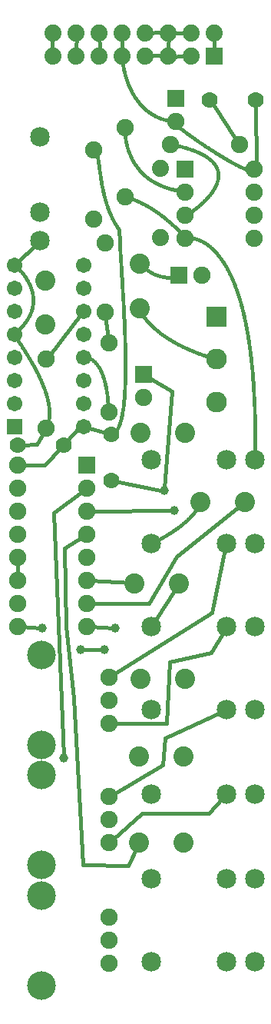
<source format=gbl>
G04 MADE WITH FRITZING*
G04 WWW.FRITZING.ORG*
G04 DOUBLE SIDED*
G04 HOLES PLATED*
G04 CONTOUR ON CENTER OF CONTOUR VECTOR*
%ASAXBY*%
%FSLAX23Y23*%
%MOIN*%
%OFA0B0*%
%SFA1.0B1.0*%
%ADD10C,0.067559*%
%ADD11C,0.085000*%
%ADD12C,0.087500*%
%ADD13C,0.074000*%
%ADD14C,0.090000*%
%ADD15C,0.039370*%
%ADD16C,0.075000*%
%ADD17C,0.074667*%
%ADD18C,0.074695*%
%ADD19C,0.124033*%
%ADD20C,0.070000*%
%ADD21R,0.067559X0.067559*%
%ADD22R,0.074000X0.074000*%
%ADD23R,0.090000X0.090000*%
%ADD24R,0.075000X0.075000*%
%ADD25C,0.016000*%
%ADD26R,0.001000X0.001000*%
%LNCOPPER0*%
G90*
G70*
G54D10*
X78Y2497D03*
X378Y2497D03*
X78Y2597D03*
X378Y2597D03*
X78Y2697D03*
X378Y2697D03*
X78Y2797D03*
X378Y2797D03*
X78Y2897D03*
X378Y2897D03*
X78Y2997D03*
X378Y2997D03*
X78Y3097D03*
X378Y3097D03*
X78Y3197D03*
X378Y3197D03*
X78Y2497D03*
X378Y2497D03*
X78Y2597D03*
X378Y2597D03*
X78Y2697D03*
X378Y2697D03*
X78Y2797D03*
X378Y2797D03*
X78Y2897D03*
X378Y2897D03*
X78Y2997D03*
X378Y2997D03*
X78Y3097D03*
X378Y3097D03*
X78Y3197D03*
X378Y3197D03*
G54D11*
X1123Y177D03*
X999Y177D03*
X674Y177D03*
X1123Y536D03*
X999Y536D03*
X674Y536D03*
X1123Y1270D03*
X999Y1270D03*
X674Y1270D03*
X1123Y902D03*
X999Y902D03*
X674Y902D03*
X1123Y1630D03*
X999Y1630D03*
X674Y1630D03*
X1123Y1988D03*
X999Y1988D03*
X674Y1988D03*
X1123Y2353D03*
X999Y2353D03*
X674Y2353D03*
X189Y3303D03*
X189Y3427D03*
X189Y3752D03*
G54D12*
X812Y693D03*
X620Y693D03*
X812Y693D03*
X620Y693D03*
X812Y1065D03*
X619Y1065D03*
X812Y1065D03*
X619Y1065D03*
X626Y1403D03*
X819Y1403D03*
X626Y1403D03*
X819Y1403D03*
X792Y1817D03*
X600Y1817D03*
X792Y1817D03*
X600Y1817D03*
X887Y2169D03*
X1080Y2169D03*
X887Y2169D03*
X1080Y2169D03*
X626Y2471D03*
X819Y2471D03*
X626Y2471D03*
X819Y2471D03*
X624Y3202D03*
X624Y3010D03*
X214Y3131D03*
X214Y2939D03*
G54D13*
X946Y4203D03*
X846Y4203D03*
X746Y4203D03*
X646Y4203D03*
X546Y4203D03*
X446Y4203D03*
X346Y4203D03*
X246Y4203D03*
X946Y4103D03*
X846Y4103D03*
X746Y4103D03*
X646Y4103D03*
X546Y4103D03*
X446Y4103D03*
X346Y4103D03*
X246Y4103D03*
X946Y4203D03*
X846Y4203D03*
X746Y4203D03*
X646Y4203D03*
X546Y4203D03*
X446Y4203D03*
X346Y4203D03*
X246Y4203D03*
X946Y4103D03*
X846Y4103D03*
X746Y4103D03*
X646Y4103D03*
X546Y4103D03*
X446Y4103D03*
X346Y4103D03*
X246Y4103D03*
X713Y3617D03*
X713Y3317D03*
G54D14*
X956Y2789D03*
X956Y2603D03*
X956Y2974D03*
G54D15*
X471Y1528D03*
X731Y2221D03*
X294Y1058D03*
X199Y1622D03*
X366Y1531D03*
G54D16*
X821Y3614D03*
X1121Y3614D03*
X821Y3514D03*
X1121Y3514D03*
X821Y3414D03*
X1121Y3414D03*
X821Y3314D03*
X1121Y3314D03*
X793Y3153D03*
X893Y3153D03*
X640Y2723D03*
X640Y2623D03*
X778Y3918D03*
X778Y3818D03*
X392Y2329D03*
X92Y2329D03*
X392Y2229D03*
X92Y2229D03*
X392Y2129D03*
X92Y2129D03*
X392Y2029D03*
X92Y2029D03*
X392Y1929D03*
X92Y1929D03*
X392Y1829D03*
X92Y1829D03*
X392Y1729D03*
X92Y1729D03*
X392Y1629D03*
X92Y1629D03*
X392Y2329D03*
X92Y2329D03*
X392Y2229D03*
X92Y2229D03*
X392Y2129D03*
X92Y2129D03*
X392Y2029D03*
X92Y2029D03*
X392Y1929D03*
X92Y1929D03*
X392Y1829D03*
X92Y1829D03*
X392Y1729D03*
X92Y1729D03*
X392Y1629D03*
X92Y1629D03*
G54D17*
X491Y692D03*
X491Y792D03*
G54D18*
X491Y892D03*
G54D19*
X196Y597D03*
X196Y986D03*
G54D17*
X491Y169D03*
X491Y269D03*
G54D18*
X491Y369D03*
G54D19*
X196Y74D03*
X196Y463D03*
G54D17*
X491Y1211D03*
X491Y1311D03*
G54D18*
X491Y1411D03*
G54D19*
X196Y1117D03*
X196Y1505D03*
G54D16*
X217Y2490D03*
X217Y2790D03*
X1057Y3720D03*
X757Y3720D03*
X558Y3794D03*
X558Y3494D03*
X424Y3397D03*
X424Y3697D03*
X472Y3294D03*
X472Y2994D03*
X488Y2860D03*
X488Y2560D03*
G54D20*
X1127Y3914D03*
X927Y3914D03*
X293Y2416D03*
X93Y2416D03*
X501Y2462D03*
X501Y2262D03*
G54D15*
X517Y1623D03*
X773Y2132D03*
G54D21*
X78Y2497D03*
X78Y2497D03*
G54D22*
X946Y4103D03*
X946Y4103D03*
G54D23*
X956Y2974D03*
G54D24*
X821Y3614D03*
X793Y3153D03*
X640Y2723D03*
X778Y3918D03*
X392Y2329D03*
X392Y2329D03*
G54D25*
X241Y4191D02*
X241Y4191D01*
D02*
X245Y4123D02*
X241Y4191D01*
D02*
X349Y4200D02*
X349Y4200D01*
D02*
X346Y4123D02*
X349Y4200D01*
D02*
X452Y4113D02*
X447Y4183D01*
D02*
X452Y4113D02*
X452Y4113D01*
D02*
X544Y4094D02*
X545Y4183D01*
D02*
X544Y4094D02*
X544Y4094D01*
D02*
X738Y4208D02*
X738Y4208D01*
D02*
X666Y4204D02*
X738Y4208D01*
D02*
X741Y4205D02*
X741Y4205D01*
D02*
X826Y4204D02*
X741Y4205D01*
D02*
X741Y4100D02*
X741Y4100D01*
D02*
X826Y4103D02*
X741Y4100D01*
D02*
X752Y4111D02*
X752Y4111D01*
D02*
X666Y4105D02*
X752Y4111D01*
D02*
X749Y4205D02*
X746Y4123D01*
D02*
X749Y4205D02*
X749Y4205D01*
D02*
X946Y4219D02*
X946Y4219D01*
D02*
X946Y4123D02*
X946Y4219D01*
D02*
X1047Y3734D02*
X936Y3902D01*
D02*
X88Y3207D02*
X173Y3287D01*
D02*
X228Y2804D02*
X370Y2986D01*
D02*
X474Y2976D02*
X486Y2878D01*
D02*
X93Y1930D02*
X92Y1847D01*
D02*
X93Y1930D02*
X93Y1930D01*
D02*
X662Y1730D02*
X410Y1729D01*
D02*
X782Y1932D02*
X662Y1730D01*
D02*
X1065Y2158D02*
X782Y1932D01*
D02*
X251Y2124D02*
X378Y2219D01*
D02*
X294Y1066D02*
X251Y2124D01*
D02*
X295Y1968D02*
X377Y2020D01*
D02*
X304Y1628D02*
X295Y1968D01*
D02*
X336Y1319D02*
X304Y1628D01*
D02*
X376Y597D02*
X336Y1319D01*
D02*
X463Y1528D02*
X373Y1530D01*
D02*
X764Y2648D02*
X655Y2714D01*
D02*
X731Y2229D02*
X764Y2648D01*
D02*
X410Y1629D02*
X510Y1624D01*
D02*
X612Y676D02*
X572Y594D01*
D02*
X572Y594D02*
X376Y597D01*
D02*
X192Y1623D02*
X109Y1628D01*
D02*
X615Y3016D02*
X615Y3016D01*
D02*
X789Y3148D02*
X789Y3148D01*
D02*
X1128Y3619D02*
X1128Y3619D01*
D02*
X1127Y3899D02*
X1128Y3619D01*
D02*
X209Y2328D02*
X283Y2406D01*
D02*
X110Y2329D02*
X209Y2328D01*
D02*
X175Y2419D02*
X208Y2475D01*
D02*
X108Y2417D02*
X175Y2419D01*
D02*
X713Y2219D02*
X723Y2220D01*
D02*
X516Y2259D02*
X713Y2219D01*
D02*
X501Y2462D02*
X392Y2493D01*
D02*
X362Y2497D02*
X365Y2497D01*
D02*
X303Y2428D02*
X362Y2497D01*
D02*
X511Y1211D02*
X740Y1208D01*
D02*
X740Y1208D02*
X753Y1475D01*
D02*
X753Y1475D02*
X933Y1515D01*
D02*
X933Y1515D02*
X988Y1611D01*
D02*
X733Y1146D02*
X979Y1260D01*
D02*
X509Y902D02*
X722Y1030D01*
D02*
X722Y1030D02*
X733Y1146D01*
D02*
X922Y821D02*
X984Y885D01*
D02*
X506Y706D02*
X632Y821D01*
D02*
X632Y821D02*
X922Y821D01*
D02*
X782Y1801D02*
X686Y1649D01*
D02*
X994Y1966D02*
X935Y1691D01*
D02*
X935Y1691D02*
X508Y1422D01*
D02*
X765Y2132D02*
X410Y2130D01*
D02*
X582Y1818D02*
X409Y1828D01*
G54D26*
X545Y4111D02*
X548Y4111D01*
X542Y4110D02*
X550Y4110D01*
X541Y4109D02*
X551Y4109D01*
X540Y4108D02*
X552Y4108D01*
X540Y4107D02*
X553Y4107D01*
X539Y4106D02*
X553Y4106D01*
X539Y4105D02*
X553Y4105D01*
X539Y4104D02*
X554Y4104D01*
X539Y4103D02*
X554Y4103D01*
X539Y4102D02*
X554Y4102D01*
X539Y4101D02*
X554Y4101D01*
X539Y4100D02*
X554Y4100D01*
X539Y4099D02*
X554Y4099D01*
X539Y4098D02*
X554Y4098D01*
X539Y4097D02*
X554Y4097D01*
X539Y4096D02*
X554Y4096D01*
X539Y4095D02*
X554Y4095D01*
X539Y4094D02*
X554Y4094D01*
X539Y4093D02*
X555Y4093D01*
X540Y4092D02*
X555Y4092D01*
X540Y4091D02*
X555Y4091D01*
X540Y4090D02*
X555Y4090D01*
X540Y4089D02*
X555Y4089D01*
X540Y4088D02*
X555Y4088D01*
X540Y4087D02*
X555Y4087D01*
X540Y4086D02*
X555Y4086D01*
X540Y4085D02*
X555Y4085D01*
X540Y4084D02*
X556Y4084D01*
X541Y4083D02*
X556Y4083D01*
X541Y4082D02*
X556Y4082D01*
X541Y4081D02*
X556Y4081D01*
X541Y4080D02*
X556Y4080D01*
X541Y4079D02*
X556Y4079D01*
X541Y4078D02*
X556Y4078D01*
X541Y4077D02*
X557Y4077D01*
X541Y4076D02*
X557Y4076D01*
X542Y4075D02*
X557Y4075D01*
X542Y4074D02*
X557Y4074D01*
X542Y4073D02*
X557Y4073D01*
X542Y4072D02*
X557Y4072D01*
X542Y4071D02*
X557Y4071D01*
X542Y4070D02*
X558Y4070D01*
X543Y4069D02*
X558Y4069D01*
X543Y4068D02*
X558Y4068D01*
X543Y4067D02*
X558Y4067D01*
X543Y4066D02*
X558Y4066D01*
X543Y4065D02*
X558Y4065D01*
X543Y4064D02*
X559Y4064D01*
X544Y4063D02*
X559Y4063D01*
X544Y4062D02*
X559Y4062D01*
X544Y4061D02*
X559Y4061D01*
X544Y4060D02*
X559Y4060D01*
X544Y4059D02*
X559Y4059D01*
X544Y4058D02*
X560Y4058D01*
X545Y4057D02*
X560Y4057D01*
X545Y4056D02*
X560Y4056D01*
X545Y4055D02*
X560Y4055D01*
X545Y4054D02*
X560Y4054D01*
X545Y4053D02*
X561Y4053D01*
X546Y4052D02*
X561Y4052D01*
X546Y4051D02*
X561Y4051D01*
X546Y4050D02*
X561Y4050D01*
X546Y4049D02*
X561Y4049D01*
X546Y4048D02*
X562Y4048D01*
X547Y4047D02*
X562Y4047D01*
X547Y4046D02*
X562Y4046D01*
X547Y4045D02*
X562Y4045D01*
X547Y4044D02*
X563Y4044D01*
X547Y4043D02*
X563Y4043D01*
X548Y4042D02*
X563Y4042D01*
X548Y4041D02*
X563Y4041D01*
X548Y4040D02*
X563Y4040D01*
X548Y4039D02*
X564Y4039D01*
X548Y4038D02*
X564Y4038D01*
X549Y4037D02*
X564Y4037D01*
X549Y4036D02*
X564Y4036D01*
X549Y4035D02*
X565Y4035D01*
X549Y4034D02*
X565Y4034D01*
X550Y4033D02*
X565Y4033D01*
X550Y4032D02*
X565Y4032D01*
X550Y4031D02*
X566Y4031D01*
X550Y4030D02*
X566Y4030D01*
X551Y4029D02*
X566Y4029D01*
X551Y4028D02*
X566Y4028D01*
X551Y4027D02*
X567Y4027D01*
X551Y4026D02*
X567Y4026D01*
X552Y4025D02*
X567Y4025D01*
X552Y4024D02*
X568Y4024D01*
X552Y4023D02*
X568Y4023D01*
X553Y4022D02*
X568Y4022D01*
X553Y4021D02*
X568Y4021D01*
X553Y4020D02*
X569Y4020D01*
X553Y4019D02*
X569Y4019D01*
X554Y4018D02*
X569Y4018D01*
X554Y4017D02*
X570Y4017D01*
X554Y4016D02*
X570Y4016D01*
X554Y4015D02*
X570Y4015D01*
X555Y4014D02*
X570Y4014D01*
X555Y4013D02*
X571Y4013D01*
X555Y4012D02*
X571Y4012D01*
X556Y4011D02*
X571Y4011D01*
X556Y4010D02*
X572Y4010D01*
X556Y4009D02*
X572Y4009D01*
X557Y4008D02*
X572Y4008D01*
X557Y4007D02*
X573Y4007D01*
X557Y4006D02*
X573Y4006D01*
X557Y4005D02*
X573Y4005D01*
X558Y4004D02*
X574Y4004D01*
X558Y4003D02*
X574Y4003D01*
X558Y4002D02*
X574Y4002D01*
X559Y4001D02*
X575Y4001D01*
X559Y4000D02*
X575Y4000D01*
X559Y3999D02*
X575Y3999D01*
X560Y3998D02*
X576Y3998D01*
X560Y3997D02*
X576Y3997D01*
X560Y3996D02*
X576Y3996D01*
X561Y3995D02*
X577Y3995D01*
X561Y3994D02*
X577Y3994D01*
X561Y3993D02*
X577Y3993D01*
X562Y3992D02*
X578Y3992D01*
X562Y3991D02*
X578Y3991D01*
X562Y3990D02*
X579Y3990D01*
X563Y3989D02*
X579Y3989D01*
X563Y3988D02*
X579Y3988D01*
X564Y3987D02*
X580Y3987D01*
X564Y3986D02*
X580Y3986D01*
X564Y3985D02*
X580Y3985D01*
X565Y3984D02*
X581Y3984D01*
X565Y3983D02*
X581Y3983D01*
X565Y3982D02*
X582Y3982D01*
X566Y3981D02*
X582Y3981D01*
X566Y3980D02*
X582Y3980D01*
X567Y3979D02*
X583Y3979D01*
X567Y3978D02*
X583Y3978D01*
X567Y3977D02*
X584Y3977D01*
X568Y3976D02*
X584Y3976D01*
X568Y3975D02*
X585Y3975D01*
X569Y3974D02*
X585Y3974D01*
X569Y3973D02*
X585Y3973D01*
X569Y3972D02*
X586Y3972D01*
X570Y3971D02*
X586Y3971D01*
X570Y3970D02*
X587Y3970D01*
X571Y3969D02*
X587Y3969D01*
X571Y3968D02*
X588Y3968D01*
X572Y3967D02*
X588Y3967D01*
X572Y3966D02*
X589Y3966D01*
X572Y3965D02*
X589Y3965D01*
X573Y3964D02*
X589Y3964D01*
X573Y3963D02*
X590Y3963D01*
X574Y3962D02*
X590Y3962D01*
X574Y3961D02*
X591Y3961D01*
X575Y3960D02*
X591Y3960D01*
X575Y3959D02*
X592Y3959D01*
X576Y3958D02*
X592Y3958D01*
X576Y3957D02*
X593Y3957D01*
X577Y3956D02*
X593Y3956D01*
X577Y3955D02*
X594Y3955D01*
X577Y3954D02*
X594Y3954D01*
X578Y3953D02*
X595Y3953D01*
X578Y3952D02*
X595Y3952D01*
X579Y3951D02*
X596Y3951D01*
X579Y3950D02*
X596Y3950D01*
X580Y3949D02*
X597Y3949D01*
X580Y3948D02*
X597Y3948D01*
X581Y3947D02*
X598Y3947D01*
X581Y3946D02*
X598Y3946D01*
X582Y3945D02*
X599Y3945D01*
X583Y3944D02*
X600Y3944D01*
X583Y3943D02*
X600Y3943D01*
X584Y3942D02*
X601Y3942D01*
X584Y3941D02*
X601Y3941D01*
X585Y3940D02*
X602Y3940D01*
X585Y3939D02*
X603Y3939D01*
X586Y3938D02*
X603Y3938D01*
X586Y3937D02*
X604Y3937D01*
X587Y3936D02*
X604Y3936D01*
X587Y3935D02*
X605Y3935D01*
X588Y3934D02*
X605Y3934D01*
X589Y3933D02*
X606Y3933D01*
X589Y3932D02*
X607Y3932D01*
X590Y3931D02*
X607Y3931D01*
X590Y3930D02*
X608Y3930D01*
X591Y3929D02*
X609Y3929D01*
X592Y3928D02*
X609Y3928D01*
X592Y3927D02*
X610Y3927D01*
X593Y3926D02*
X611Y3926D01*
X593Y3925D02*
X611Y3925D01*
X594Y3924D02*
X612Y3924D01*
X595Y3923D02*
X613Y3923D01*
X595Y3922D02*
X613Y3922D01*
X596Y3921D02*
X614Y3921D01*
X597Y3920D02*
X615Y3920D01*
X597Y3919D02*
X615Y3919D01*
X598Y3918D02*
X616Y3918D01*
X598Y3917D02*
X617Y3917D01*
X599Y3916D02*
X618Y3916D01*
X600Y3915D02*
X618Y3915D01*
X600Y3914D02*
X619Y3914D01*
X601Y3913D02*
X620Y3913D01*
X602Y3912D02*
X620Y3912D01*
X602Y3911D02*
X621Y3911D01*
X603Y3910D02*
X622Y3910D01*
X604Y3909D02*
X623Y3909D01*
X605Y3908D02*
X624Y3908D01*
X605Y3907D02*
X624Y3907D01*
X606Y3906D02*
X625Y3906D01*
X607Y3905D02*
X626Y3905D01*
X608Y3904D02*
X627Y3904D01*
X608Y3903D02*
X628Y3903D01*
X609Y3902D02*
X629Y3902D01*
X610Y3901D02*
X629Y3901D01*
X611Y3900D02*
X630Y3900D01*
X611Y3899D02*
X631Y3899D01*
X612Y3898D02*
X632Y3898D01*
X613Y3897D02*
X633Y3897D01*
X614Y3896D02*
X634Y3896D01*
X615Y3895D02*
X635Y3895D01*
X615Y3894D02*
X636Y3894D01*
X616Y3893D02*
X637Y3893D01*
X617Y3892D02*
X638Y3892D01*
X618Y3891D02*
X638Y3891D01*
X619Y3890D02*
X639Y3890D01*
X620Y3889D02*
X640Y3889D01*
X620Y3888D02*
X641Y3888D01*
X621Y3887D02*
X642Y3887D01*
X622Y3886D02*
X643Y3886D01*
X623Y3885D02*
X644Y3885D01*
X624Y3884D02*
X645Y3884D01*
X625Y3883D02*
X646Y3883D01*
X626Y3882D02*
X648Y3882D01*
X627Y3881D02*
X649Y3881D01*
X628Y3880D02*
X650Y3880D01*
X629Y3879D02*
X651Y3879D01*
X630Y3878D02*
X652Y3878D01*
X631Y3877D02*
X653Y3877D01*
X632Y3876D02*
X654Y3876D01*
X633Y3875D02*
X655Y3875D01*
X634Y3874D02*
X657Y3874D01*
X635Y3873D02*
X658Y3873D01*
X636Y3872D02*
X659Y3872D01*
X637Y3871D02*
X660Y3871D01*
X638Y3870D02*
X662Y3870D01*
X639Y3869D02*
X663Y3869D01*
X640Y3868D02*
X664Y3868D01*
X641Y3867D02*
X666Y3867D01*
X642Y3866D02*
X667Y3866D01*
X644Y3865D02*
X668Y3865D01*
X645Y3864D02*
X670Y3864D01*
X646Y3863D02*
X671Y3863D01*
X647Y3862D02*
X673Y3862D01*
X648Y3861D02*
X674Y3861D01*
X649Y3860D02*
X676Y3860D01*
X651Y3859D02*
X677Y3859D01*
X652Y3858D02*
X679Y3858D01*
X653Y3857D02*
X680Y3857D01*
X655Y3856D02*
X682Y3856D01*
X656Y3855D02*
X684Y3855D01*
X657Y3854D02*
X685Y3854D01*
X659Y3853D02*
X687Y3853D01*
X660Y3852D02*
X689Y3852D01*
X661Y3851D02*
X691Y3851D01*
X663Y3850D02*
X693Y3850D01*
X664Y3849D02*
X695Y3849D01*
X666Y3848D02*
X697Y3848D01*
X667Y3847D02*
X699Y3847D01*
X669Y3846D02*
X701Y3846D01*
X670Y3845D02*
X703Y3845D01*
X672Y3844D02*
X705Y3844D01*
X674Y3843D02*
X707Y3843D01*
X675Y3842D02*
X710Y3842D01*
X677Y3841D02*
X712Y3841D01*
X679Y3840D02*
X715Y3840D01*
X681Y3839D02*
X717Y3839D01*
X682Y3838D02*
X720Y3838D01*
X684Y3837D02*
X723Y3837D01*
X686Y3836D02*
X726Y3836D01*
X688Y3835D02*
X730Y3835D01*
X690Y3834D02*
X733Y3834D01*
X692Y3833D02*
X737Y3833D01*
X694Y3832D02*
X741Y3832D01*
X696Y3831D02*
X745Y3831D01*
X699Y3830D02*
X750Y3830D01*
X701Y3829D02*
X755Y3829D01*
X703Y3828D02*
X761Y3828D01*
X706Y3827D02*
X768Y3827D01*
X708Y3826D02*
X777Y3826D01*
X711Y3825D02*
X782Y3825D01*
X713Y3824D02*
X783Y3824D01*
X716Y3823D02*
X784Y3823D01*
X719Y3822D02*
X785Y3822D01*
X722Y3821D02*
X786Y3821D01*
X725Y3820D02*
X786Y3820D01*
X729Y3819D02*
X786Y3819D01*
X732Y3818D02*
X786Y3818D01*
X736Y3817D02*
X786Y3817D01*
X740Y3816D02*
X786Y3816D01*
X745Y3815D02*
X786Y3815D01*
X749Y3814D02*
X785Y3814D01*
X755Y3813D02*
X786Y3813D01*
X761Y3812D02*
X787Y3812D01*
X768Y3811D02*
X788Y3811D01*
X769Y3810D02*
X789Y3810D01*
X770Y3809D02*
X790Y3809D01*
X771Y3808D02*
X791Y3808D01*
X771Y3807D02*
X792Y3807D01*
X772Y3806D02*
X793Y3806D01*
X773Y3805D02*
X794Y3805D01*
X773Y3804D02*
X795Y3804D01*
X774Y3803D02*
X796Y3803D01*
X775Y3802D02*
X797Y3802D01*
X556Y3801D02*
X562Y3801D01*
X776Y3801D02*
X798Y3801D01*
X554Y3800D02*
X563Y3800D01*
X777Y3800D02*
X799Y3800D01*
X553Y3799D02*
X564Y3799D01*
X778Y3799D02*
X801Y3799D01*
X552Y3798D02*
X565Y3798D01*
X779Y3798D02*
X802Y3798D01*
X552Y3797D02*
X566Y3797D01*
X780Y3797D02*
X803Y3797D01*
X552Y3796D02*
X566Y3796D01*
X781Y3796D02*
X804Y3796D01*
X551Y3795D02*
X566Y3795D01*
X782Y3795D02*
X805Y3795D01*
X551Y3794D02*
X566Y3794D01*
X783Y3794D02*
X807Y3794D01*
X551Y3793D02*
X566Y3793D01*
X784Y3793D02*
X808Y3793D01*
X551Y3792D02*
X566Y3792D01*
X785Y3792D02*
X809Y3792D01*
X551Y3791D02*
X566Y3791D01*
X787Y3791D02*
X810Y3791D01*
X551Y3790D02*
X566Y3790D01*
X788Y3790D02*
X812Y3790D01*
X551Y3789D02*
X566Y3789D01*
X789Y3789D02*
X813Y3789D01*
X551Y3788D02*
X566Y3788D01*
X790Y3788D02*
X814Y3788D01*
X551Y3787D02*
X566Y3787D01*
X791Y3787D02*
X815Y3787D01*
X551Y3786D02*
X566Y3786D01*
X792Y3786D02*
X817Y3786D01*
X551Y3785D02*
X566Y3785D01*
X793Y3785D02*
X818Y3785D01*
X551Y3784D02*
X566Y3784D01*
X795Y3784D02*
X819Y3784D01*
X551Y3783D02*
X566Y3783D01*
X796Y3783D02*
X820Y3783D01*
X551Y3782D02*
X566Y3782D01*
X797Y3782D02*
X822Y3782D01*
X551Y3781D02*
X566Y3781D01*
X798Y3781D02*
X823Y3781D01*
X551Y3780D02*
X566Y3780D01*
X799Y3780D02*
X824Y3780D01*
X551Y3779D02*
X566Y3779D01*
X801Y3779D02*
X826Y3779D01*
X551Y3778D02*
X566Y3778D01*
X802Y3778D02*
X827Y3778D01*
X551Y3777D02*
X566Y3777D01*
X803Y3777D02*
X829Y3777D01*
X551Y3776D02*
X566Y3776D01*
X805Y3776D02*
X830Y3776D01*
X551Y3775D02*
X566Y3775D01*
X806Y3775D02*
X831Y3775D01*
X551Y3774D02*
X566Y3774D01*
X807Y3774D02*
X833Y3774D01*
X551Y3773D02*
X566Y3773D01*
X808Y3773D02*
X834Y3773D01*
X551Y3772D02*
X566Y3772D01*
X810Y3772D02*
X835Y3772D01*
X551Y3771D02*
X566Y3771D01*
X811Y3771D02*
X837Y3771D01*
X552Y3770D02*
X567Y3770D01*
X812Y3770D02*
X838Y3770D01*
X552Y3769D02*
X567Y3769D01*
X813Y3769D02*
X839Y3769D01*
X552Y3768D02*
X567Y3768D01*
X815Y3768D02*
X841Y3768D01*
X552Y3767D02*
X567Y3767D01*
X816Y3767D02*
X842Y3767D01*
X552Y3766D02*
X567Y3766D01*
X817Y3766D02*
X843Y3766D01*
X552Y3765D02*
X567Y3765D01*
X819Y3765D02*
X845Y3765D01*
X552Y3764D02*
X567Y3764D01*
X820Y3764D02*
X846Y3764D01*
X552Y3763D02*
X567Y3763D01*
X822Y3763D02*
X847Y3763D01*
X552Y3762D02*
X567Y3762D01*
X823Y3762D02*
X849Y3762D01*
X552Y3761D02*
X567Y3761D01*
X824Y3761D02*
X850Y3761D01*
X552Y3760D02*
X567Y3760D01*
X826Y3760D02*
X852Y3760D01*
X552Y3759D02*
X567Y3759D01*
X827Y3759D02*
X853Y3759D01*
X553Y3758D02*
X568Y3758D01*
X828Y3758D02*
X854Y3758D01*
X553Y3757D02*
X568Y3757D01*
X830Y3757D02*
X856Y3757D01*
X553Y3756D02*
X568Y3756D01*
X831Y3756D02*
X857Y3756D01*
X553Y3755D02*
X568Y3755D01*
X832Y3755D02*
X859Y3755D01*
X553Y3754D02*
X568Y3754D01*
X834Y3754D02*
X860Y3754D01*
X553Y3753D02*
X568Y3753D01*
X835Y3753D02*
X861Y3753D01*
X553Y3752D02*
X568Y3752D01*
X836Y3752D02*
X863Y3752D01*
X553Y3751D02*
X568Y3751D01*
X838Y3751D02*
X864Y3751D01*
X553Y3750D02*
X569Y3750D01*
X839Y3750D02*
X866Y3750D01*
X554Y3749D02*
X569Y3749D01*
X840Y3749D02*
X867Y3749D01*
X554Y3748D02*
X569Y3748D01*
X842Y3748D02*
X869Y3748D01*
X554Y3747D02*
X569Y3747D01*
X843Y3747D02*
X870Y3747D01*
X554Y3746D02*
X569Y3746D01*
X845Y3746D02*
X871Y3746D01*
X554Y3745D02*
X569Y3745D01*
X846Y3745D02*
X873Y3745D01*
X554Y3744D02*
X569Y3744D01*
X848Y3744D02*
X874Y3744D01*
X554Y3743D02*
X570Y3743D01*
X849Y3743D02*
X876Y3743D01*
X555Y3742D02*
X570Y3742D01*
X850Y3742D02*
X877Y3742D01*
X555Y3741D02*
X570Y3741D01*
X852Y3741D02*
X879Y3741D01*
X555Y3740D02*
X570Y3740D01*
X853Y3740D02*
X880Y3740D01*
X555Y3739D02*
X570Y3739D01*
X855Y3739D02*
X882Y3739D01*
X555Y3738D02*
X570Y3738D01*
X856Y3738D02*
X883Y3738D01*
X555Y3737D02*
X571Y3737D01*
X857Y3737D02*
X884Y3737D01*
X556Y3736D02*
X571Y3736D01*
X859Y3736D02*
X886Y3736D01*
X556Y3735D02*
X571Y3735D01*
X860Y3735D02*
X887Y3735D01*
X556Y3734D02*
X571Y3734D01*
X862Y3734D02*
X889Y3734D01*
X556Y3733D02*
X571Y3733D01*
X863Y3733D02*
X890Y3733D01*
X556Y3732D02*
X572Y3732D01*
X864Y3732D02*
X892Y3732D01*
X556Y3731D02*
X572Y3731D01*
X866Y3731D02*
X893Y3731D01*
X557Y3730D02*
X572Y3730D01*
X867Y3730D02*
X895Y3730D01*
X557Y3729D02*
X572Y3729D01*
X869Y3729D02*
X896Y3729D01*
X557Y3728D02*
X572Y3728D01*
X870Y3728D02*
X898Y3728D01*
X557Y3727D02*
X573Y3727D01*
X754Y3727D02*
X761Y3727D01*
X872Y3727D02*
X899Y3727D01*
X557Y3726D02*
X573Y3726D01*
X753Y3726D02*
X766Y3726D01*
X873Y3726D02*
X901Y3726D01*
X558Y3725D02*
X573Y3725D01*
X752Y3725D02*
X771Y3725D01*
X875Y3725D02*
X902Y3725D01*
X558Y3724D02*
X573Y3724D01*
X751Y3724D02*
X776Y3724D01*
X876Y3724D02*
X904Y3724D01*
X558Y3723D02*
X573Y3723D01*
X750Y3723D02*
X780Y3723D01*
X878Y3723D02*
X905Y3723D01*
X558Y3722D02*
X574Y3722D01*
X750Y3722D02*
X785Y3722D01*
X879Y3722D02*
X907Y3722D01*
X559Y3721D02*
X574Y3721D01*
X750Y3721D02*
X789Y3721D01*
X881Y3721D02*
X908Y3721D01*
X559Y3720D02*
X574Y3720D01*
X750Y3720D02*
X794Y3720D01*
X882Y3720D02*
X910Y3720D01*
X559Y3719D02*
X574Y3719D01*
X750Y3719D02*
X798Y3719D01*
X884Y3719D02*
X911Y3719D01*
X559Y3718D02*
X575Y3718D01*
X750Y3718D02*
X802Y3718D01*
X885Y3718D02*
X913Y3718D01*
X559Y3717D02*
X575Y3717D01*
X750Y3717D02*
X806Y3717D01*
X887Y3717D02*
X914Y3717D01*
X560Y3716D02*
X575Y3716D01*
X751Y3716D02*
X810Y3716D01*
X888Y3716D02*
X916Y3716D01*
X560Y3715D02*
X575Y3715D01*
X751Y3715D02*
X813Y3715D01*
X889Y3715D02*
X917Y3715D01*
X560Y3714D02*
X576Y3714D01*
X752Y3714D02*
X817Y3714D01*
X891Y3714D02*
X919Y3714D01*
X560Y3713D02*
X576Y3713D01*
X753Y3713D02*
X821Y3713D01*
X892Y3713D02*
X920Y3713D01*
X561Y3712D02*
X576Y3712D01*
X756Y3712D02*
X824Y3712D01*
X894Y3712D02*
X922Y3712D01*
X561Y3711D02*
X577Y3711D01*
X760Y3711D02*
X828Y3711D01*
X895Y3711D02*
X924Y3711D01*
X561Y3710D02*
X577Y3710D01*
X765Y3710D02*
X831Y3710D01*
X897Y3710D02*
X925Y3710D01*
X562Y3709D02*
X577Y3709D01*
X770Y3709D02*
X834Y3709D01*
X898Y3709D02*
X927Y3709D01*
X562Y3708D02*
X577Y3708D01*
X775Y3708D02*
X837Y3708D01*
X900Y3708D02*
X928Y3708D01*
X562Y3707D02*
X578Y3707D01*
X780Y3707D02*
X841Y3707D01*
X901Y3707D02*
X930Y3707D01*
X562Y3706D02*
X578Y3706D01*
X784Y3706D02*
X844Y3706D01*
X903Y3706D02*
X931Y3706D01*
X423Y3705D02*
X425Y3705D01*
X563Y3705D02*
X578Y3705D01*
X789Y3705D02*
X847Y3705D01*
X904Y3705D02*
X933Y3705D01*
X421Y3704D02*
X428Y3704D01*
X563Y3704D02*
X578Y3704D01*
X793Y3704D02*
X849Y3704D01*
X906Y3704D02*
X934Y3704D01*
X419Y3703D02*
X430Y3703D01*
X563Y3703D02*
X579Y3703D01*
X797Y3703D02*
X852Y3703D01*
X907Y3703D02*
X936Y3703D01*
X418Y3702D02*
X432Y3702D01*
X563Y3702D02*
X579Y3702D01*
X801Y3702D02*
X855Y3702D01*
X909Y3702D02*
X937Y3702D01*
X418Y3701D02*
X433Y3701D01*
X564Y3701D02*
X579Y3701D01*
X805Y3701D02*
X858Y3701D01*
X911Y3701D02*
X939Y3701D01*
X417Y3700D02*
X434Y3700D01*
X564Y3700D02*
X580Y3700D01*
X809Y3700D02*
X861Y3700D01*
X912Y3700D02*
X941Y3700D01*
X417Y3699D02*
X435Y3699D01*
X564Y3699D02*
X580Y3699D01*
X812Y3699D02*
X863Y3699D01*
X914Y3699D02*
X942Y3699D01*
X417Y3698D02*
X436Y3698D01*
X565Y3698D02*
X580Y3698D01*
X816Y3698D02*
X866Y3698D01*
X915Y3698D02*
X944Y3698D01*
X417Y3697D02*
X437Y3697D01*
X565Y3697D02*
X581Y3697D01*
X819Y3697D02*
X868Y3697D01*
X917Y3697D02*
X945Y3697D01*
X417Y3696D02*
X437Y3696D01*
X565Y3696D02*
X581Y3696D01*
X823Y3696D02*
X871Y3696D01*
X918Y3696D02*
X947Y3696D01*
X417Y3695D02*
X438Y3695D01*
X566Y3695D02*
X581Y3695D01*
X826Y3695D02*
X873Y3695D01*
X920Y3695D02*
X948Y3695D01*
X417Y3694D02*
X439Y3694D01*
X566Y3694D02*
X582Y3694D01*
X830Y3694D02*
X876Y3694D01*
X921Y3694D02*
X950Y3694D01*
X418Y3693D02*
X439Y3693D01*
X566Y3693D02*
X582Y3693D01*
X833Y3693D02*
X878Y3693D01*
X923Y3693D02*
X952Y3693D01*
X419Y3692D02*
X440Y3692D01*
X567Y3692D02*
X582Y3692D01*
X836Y3692D02*
X880Y3692D01*
X924Y3692D02*
X953Y3692D01*
X420Y3691D02*
X440Y3691D01*
X567Y3691D02*
X583Y3691D01*
X839Y3691D02*
X883Y3691D01*
X926Y3691D02*
X955Y3691D01*
X421Y3690D02*
X441Y3690D01*
X567Y3690D02*
X583Y3690D01*
X842Y3690D02*
X885Y3690D01*
X928Y3690D02*
X957Y3690D01*
X424Y3689D02*
X441Y3689D01*
X568Y3689D02*
X584Y3689D01*
X845Y3689D02*
X887Y3689D01*
X929Y3689D02*
X958Y3689D01*
X425Y3688D02*
X442Y3688D01*
X568Y3688D02*
X584Y3688D01*
X848Y3688D02*
X889Y3688D01*
X931Y3688D02*
X960Y3688D01*
X426Y3687D02*
X442Y3687D01*
X568Y3687D02*
X584Y3687D01*
X851Y3687D02*
X891Y3687D01*
X932Y3687D02*
X961Y3687D01*
X426Y3686D02*
X443Y3686D01*
X569Y3686D02*
X585Y3686D01*
X853Y3686D02*
X893Y3686D01*
X934Y3686D02*
X963Y3686D01*
X427Y3685D02*
X443Y3685D01*
X569Y3685D02*
X585Y3685D01*
X856Y3685D02*
X895Y3685D01*
X935Y3685D02*
X965Y3685D01*
X427Y3684D02*
X443Y3684D01*
X569Y3684D02*
X585Y3684D01*
X859Y3684D02*
X897Y3684D01*
X937Y3684D02*
X966Y3684D01*
X428Y3683D02*
X444Y3683D01*
X570Y3683D02*
X586Y3683D01*
X861Y3683D02*
X899Y3683D01*
X938Y3683D02*
X968Y3683D01*
X428Y3682D02*
X444Y3682D01*
X570Y3682D02*
X586Y3682D01*
X864Y3682D02*
X901Y3682D01*
X940Y3682D02*
X969Y3682D01*
X428Y3681D02*
X444Y3681D01*
X571Y3681D02*
X587Y3681D01*
X866Y3681D02*
X903Y3681D01*
X942Y3681D02*
X971Y3681D01*
X429Y3680D02*
X445Y3680D01*
X571Y3680D02*
X587Y3680D01*
X869Y3680D02*
X904Y3680D01*
X943Y3680D02*
X973Y3680D01*
X429Y3679D02*
X445Y3679D01*
X571Y3679D02*
X588Y3679D01*
X871Y3679D02*
X906Y3679D01*
X945Y3679D02*
X974Y3679D01*
X429Y3678D02*
X445Y3678D01*
X572Y3678D02*
X588Y3678D01*
X873Y3678D02*
X908Y3678D01*
X946Y3678D02*
X976Y3678D01*
X430Y3677D02*
X445Y3677D01*
X572Y3677D02*
X588Y3677D01*
X876Y3677D02*
X909Y3677D01*
X948Y3677D02*
X978Y3677D01*
X430Y3676D02*
X446Y3676D01*
X572Y3676D02*
X589Y3676D01*
X878Y3676D02*
X911Y3676D01*
X950Y3676D02*
X979Y3676D01*
X430Y3675D02*
X446Y3675D01*
X573Y3675D02*
X589Y3675D01*
X880Y3675D02*
X913Y3675D01*
X951Y3675D02*
X981Y3675D01*
X431Y3674D02*
X446Y3674D01*
X573Y3674D02*
X590Y3674D01*
X882Y3674D02*
X914Y3674D01*
X953Y3674D02*
X982Y3674D01*
X431Y3673D02*
X446Y3673D01*
X574Y3673D02*
X590Y3673D01*
X884Y3673D02*
X916Y3673D01*
X955Y3673D02*
X984Y3673D01*
X431Y3672D02*
X447Y3672D01*
X574Y3672D02*
X591Y3672D01*
X886Y3672D02*
X917Y3672D01*
X956Y3672D02*
X986Y3672D01*
X431Y3671D02*
X447Y3671D01*
X575Y3671D02*
X591Y3671D01*
X888Y3671D02*
X919Y3671D01*
X958Y3671D02*
X988Y3671D01*
X432Y3670D02*
X447Y3670D01*
X575Y3670D02*
X591Y3670D01*
X890Y3670D02*
X920Y3670D01*
X959Y3670D02*
X989Y3670D01*
X432Y3669D02*
X447Y3669D01*
X575Y3669D02*
X592Y3669D01*
X892Y3669D02*
X922Y3669D01*
X961Y3669D02*
X991Y3669D01*
X432Y3668D02*
X448Y3668D01*
X576Y3668D02*
X592Y3668D01*
X894Y3668D02*
X923Y3668D01*
X963Y3668D02*
X993Y3668D01*
X432Y3667D02*
X448Y3667D01*
X576Y3667D02*
X593Y3667D01*
X896Y3667D02*
X925Y3667D01*
X964Y3667D02*
X994Y3667D01*
X433Y3666D02*
X448Y3666D01*
X577Y3666D02*
X593Y3666D01*
X898Y3666D02*
X926Y3666D01*
X966Y3666D02*
X996Y3666D01*
X433Y3665D02*
X448Y3665D01*
X577Y3665D02*
X594Y3665D01*
X899Y3665D02*
X927Y3665D01*
X967Y3665D02*
X998Y3665D01*
X433Y3664D02*
X448Y3664D01*
X578Y3664D02*
X594Y3664D01*
X901Y3664D02*
X929Y3664D01*
X969Y3664D02*
X999Y3664D01*
X433Y3663D02*
X449Y3663D01*
X578Y3663D02*
X595Y3663D01*
X903Y3663D02*
X930Y3663D01*
X971Y3663D02*
X1001Y3663D01*
X433Y3662D02*
X449Y3662D01*
X578Y3662D02*
X595Y3662D01*
X905Y3662D02*
X931Y3662D01*
X972Y3662D02*
X1003Y3662D01*
X434Y3661D02*
X449Y3661D01*
X579Y3661D02*
X596Y3661D01*
X906Y3661D02*
X932Y3661D01*
X974Y3661D02*
X1005Y3661D01*
X434Y3660D02*
X449Y3660D01*
X579Y3660D02*
X596Y3660D01*
X908Y3660D02*
X934Y3660D01*
X976Y3660D02*
X1006Y3660D01*
X434Y3659D02*
X449Y3659D01*
X580Y3659D02*
X597Y3659D01*
X909Y3659D02*
X935Y3659D01*
X977Y3659D02*
X1008Y3659D01*
X434Y3658D02*
X450Y3658D01*
X580Y3658D02*
X597Y3658D01*
X911Y3658D02*
X936Y3658D01*
X979Y3658D02*
X1010Y3658D01*
X434Y3657D02*
X450Y3657D01*
X581Y3657D02*
X598Y3657D01*
X912Y3657D02*
X937Y3657D01*
X981Y3657D02*
X1011Y3657D01*
X435Y3656D02*
X450Y3656D01*
X581Y3656D02*
X598Y3656D01*
X914Y3656D02*
X938Y3656D01*
X983Y3656D02*
X1013Y3656D01*
X435Y3655D02*
X450Y3655D01*
X582Y3655D02*
X599Y3655D01*
X915Y3655D02*
X939Y3655D01*
X984Y3655D02*
X1015Y3655D01*
X435Y3654D02*
X450Y3654D01*
X582Y3654D02*
X600Y3654D01*
X916Y3654D02*
X940Y3654D01*
X986Y3654D02*
X1017Y3654D01*
X435Y3653D02*
X450Y3653D01*
X583Y3653D02*
X600Y3653D01*
X918Y3653D02*
X941Y3653D01*
X988Y3653D02*
X1018Y3653D01*
X435Y3652D02*
X450Y3652D01*
X583Y3652D02*
X601Y3652D01*
X919Y3652D02*
X942Y3652D01*
X989Y3652D02*
X1020Y3652D01*
X435Y3651D02*
X451Y3651D01*
X584Y3651D02*
X601Y3651D01*
X920Y3651D02*
X943Y3651D01*
X991Y3651D02*
X1022Y3651D01*
X436Y3650D02*
X451Y3650D01*
X584Y3650D02*
X602Y3650D01*
X922Y3650D02*
X944Y3650D01*
X993Y3650D02*
X1024Y3650D01*
X436Y3649D02*
X451Y3649D01*
X585Y3649D02*
X602Y3649D01*
X923Y3649D02*
X945Y3649D01*
X994Y3649D02*
X1026Y3649D01*
X436Y3648D02*
X451Y3648D01*
X586Y3648D02*
X603Y3648D01*
X924Y3648D02*
X946Y3648D01*
X996Y3648D02*
X1027Y3648D01*
X436Y3647D02*
X451Y3647D01*
X586Y3647D02*
X603Y3647D01*
X925Y3647D02*
X947Y3647D01*
X998Y3647D02*
X1029Y3647D01*
X436Y3646D02*
X451Y3646D01*
X587Y3646D02*
X604Y3646D01*
X926Y3646D02*
X948Y3646D01*
X1000Y3646D02*
X1031Y3646D01*
X436Y3645D02*
X452Y3645D01*
X587Y3645D02*
X605Y3645D01*
X928Y3645D02*
X949Y3645D01*
X1001Y3645D02*
X1033Y3645D01*
X437Y3644D02*
X452Y3644D01*
X588Y3644D02*
X605Y3644D01*
X929Y3644D02*
X950Y3644D01*
X1003Y3644D02*
X1035Y3644D01*
X437Y3643D02*
X452Y3643D01*
X588Y3643D02*
X606Y3643D01*
X930Y3643D02*
X951Y3643D01*
X1005Y3643D02*
X1037Y3643D01*
X437Y3642D02*
X452Y3642D01*
X589Y3642D02*
X607Y3642D01*
X931Y3642D02*
X951Y3642D01*
X1006Y3642D02*
X1038Y3642D01*
X437Y3641D02*
X452Y3641D01*
X590Y3641D02*
X607Y3641D01*
X932Y3641D02*
X952Y3641D01*
X1008Y3641D02*
X1040Y3641D01*
X437Y3640D02*
X452Y3640D01*
X590Y3640D02*
X608Y3640D01*
X933Y3640D02*
X953Y3640D01*
X1010Y3640D02*
X1042Y3640D01*
X437Y3639D02*
X453Y3639D01*
X591Y3639D02*
X608Y3639D01*
X934Y3639D02*
X954Y3639D01*
X1012Y3639D02*
X1044Y3639D01*
X438Y3638D02*
X453Y3638D01*
X591Y3638D02*
X609Y3638D01*
X935Y3638D02*
X955Y3638D01*
X1013Y3638D02*
X1046Y3638D01*
X438Y3637D02*
X453Y3637D01*
X592Y3637D02*
X610Y3637D01*
X936Y3637D02*
X955Y3637D01*
X1015Y3637D02*
X1048Y3637D01*
X438Y3636D02*
X453Y3636D01*
X592Y3636D02*
X610Y3636D01*
X937Y3636D02*
X956Y3636D01*
X1017Y3636D02*
X1050Y3636D01*
X438Y3635D02*
X453Y3635D01*
X593Y3635D02*
X611Y3635D01*
X937Y3635D02*
X957Y3635D01*
X1019Y3635D02*
X1052Y3635D01*
X438Y3634D02*
X453Y3634D01*
X594Y3634D02*
X612Y3634D01*
X938Y3634D02*
X957Y3634D01*
X1021Y3634D02*
X1054Y3634D01*
X438Y3633D02*
X453Y3633D01*
X594Y3633D02*
X612Y3633D01*
X939Y3633D02*
X958Y3633D01*
X1022Y3633D02*
X1056Y3633D01*
X438Y3632D02*
X454Y3632D01*
X595Y3632D02*
X613Y3632D01*
X940Y3632D02*
X959Y3632D01*
X1024Y3632D02*
X1058Y3632D01*
X439Y3631D02*
X454Y3631D01*
X596Y3631D02*
X614Y3631D01*
X941Y3631D02*
X959Y3631D01*
X1026Y3631D02*
X1060Y3631D01*
X439Y3630D02*
X454Y3630D01*
X596Y3630D02*
X615Y3630D01*
X942Y3630D02*
X960Y3630D01*
X1028Y3630D02*
X1062Y3630D01*
X439Y3629D02*
X454Y3629D01*
X597Y3629D02*
X615Y3629D01*
X942Y3629D02*
X960Y3629D01*
X1030Y3629D02*
X1064Y3629D01*
X439Y3628D02*
X454Y3628D01*
X598Y3628D02*
X616Y3628D01*
X943Y3628D02*
X961Y3628D01*
X1032Y3628D02*
X1066Y3628D01*
X439Y3627D02*
X454Y3627D01*
X598Y3627D02*
X617Y3627D01*
X944Y3627D02*
X961Y3627D01*
X1034Y3627D02*
X1068Y3627D01*
X439Y3626D02*
X454Y3626D01*
X599Y3626D02*
X618Y3626D01*
X944Y3626D02*
X962Y3626D01*
X1035Y3626D02*
X1070Y3626D01*
X439Y3625D02*
X455Y3625D01*
X600Y3625D02*
X618Y3625D01*
X945Y3625D02*
X962Y3625D01*
X1037Y3625D02*
X1072Y3625D01*
X440Y3624D02*
X455Y3624D01*
X600Y3624D02*
X619Y3624D01*
X946Y3624D02*
X963Y3624D01*
X1039Y3624D02*
X1074Y3624D01*
X440Y3623D02*
X455Y3623D01*
X601Y3623D02*
X620Y3623D01*
X946Y3623D02*
X964Y3623D01*
X1041Y3623D02*
X1077Y3623D01*
X440Y3622D02*
X455Y3622D01*
X602Y3622D02*
X620Y3622D01*
X947Y3622D02*
X964Y3622D01*
X1043Y3622D02*
X1079Y3622D01*
X1121Y3622D02*
X1123Y3622D01*
X440Y3621D02*
X455Y3621D01*
X602Y3621D02*
X621Y3621D01*
X948Y3621D02*
X964Y3621D01*
X1045Y3621D02*
X1081Y3621D01*
X1118Y3621D02*
X1125Y3621D01*
X440Y3620D02*
X455Y3620D01*
X603Y3620D02*
X622Y3620D01*
X948Y3620D02*
X965Y3620D01*
X1047Y3620D02*
X1084Y3620D01*
X1117Y3620D02*
X1127Y3620D01*
X440Y3619D02*
X455Y3619D01*
X604Y3619D02*
X623Y3619D01*
X949Y3619D02*
X965Y3619D01*
X1049Y3619D02*
X1086Y3619D01*
X1116Y3619D02*
X1127Y3619D01*
X440Y3618D02*
X456Y3618D01*
X605Y3618D02*
X624Y3618D01*
X949Y3618D02*
X966Y3618D01*
X1051Y3618D02*
X1089Y3618D01*
X1115Y3618D02*
X1128Y3618D01*
X441Y3617D02*
X456Y3617D01*
X605Y3617D02*
X625Y3617D01*
X950Y3617D02*
X966Y3617D01*
X1053Y3617D02*
X1091Y3617D01*
X1115Y3617D02*
X1129Y3617D01*
X441Y3616D02*
X456Y3616D01*
X606Y3616D02*
X625Y3616D01*
X950Y3616D02*
X967Y3616D01*
X1055Y3616D02*
X1094Y3616D01*
X1114Y3616D02*
X1129Y3616D01*
X441Y3615D02*
X456Y3615D01*
X607Y3615D02*
X626Y3615D01*
X951Y3615D02*
X967Y3615D01*
X1057Y3615D02*
X1097Y3615D01*
X1114Y3615D02*
X1129Y3615D01*
X441Y3614D02*
X456Y3614D01*
X608Y3614D02*
X627Y3614D01*
X951Y3614D02*
X967Y3614D01*
X1059Y3614D02*
X1100Y3614D01*
X1114Y3614D02*
X1129Y3614D01*
X441Y3613D02*
X456Y3613D01*
X608Y3613D02*
X628Y3613D01*
X952Y3613D02*
X968Y3613D01*
X1061Y3613D02*
X1103Y3613D01*
X1114Y3613D02*
X1129Y3613D01*
X441Y3612D02*
X456Y3612D01*
X609Y3612D02*
X629Y3612D01*
X952Y3612D02*
X968Y3612D01*
X1063Y3612D02*
X1107Y3612D01*
X1114Y3612D02*
X1130Y3612D01*
X441Y3611D02*
X457Y3611D01*
X610Y3611D02*
X630Y3611D01*
X953Y3611D02*
X968Y3611D01*
X1065Y3611D02*
X1130Y3611D01*
X441Y3610D02*
X457Y3610D01*
X611Y3610D02*
X631Y3610D01*
X953Y3610D02*
X969Y3610D01*
X1068Y3610D02*
X1130Y3610D01*
X442Y3609D02*
X457Y3609D01*
X612Y3609D02*
X631Y3609D01*
X953Y3609D02*
X969Y3609D01*
X1070Y3609D02*
X1130Y3609D01*
X442Y3608D02*
X457Y3608D01*
X612Y3608D02*
X632Y3608D01*
X954Y3608D02*
X969Y3608D01*
X1072Y3608D02*
X1130Y3608D01*
X442Y3607D02*
X457Y3607D01*
X613Y3607D02*
X633Y3607D01*
X954Y3607D02*
X969Y3607D01*
X1074Y3607D02*
X1130Y3607D01*
X442Y3606D02*
X457Y3606D01*
X614Y3606D02*
X634Y3606D01*
X954Y3606D02*
X970Y3606D01*
X1077Y3606D02*
X1129Y3606D01*
X442Y3605D02*
X457Y3605D01*
X615Y3605D02*
X635Y3605D01*
X955Y3605D02*
X970Y3605D01*
X1079Y3605D02*
X1129Y3605D01*
X442Y3604D02*
X457Y3604D01*
X616Y3604D02*
X636Y3604D01*
X955Y3604D02*
X970Y3604D01*
X1081Y3604D02*
X1129Y3604D01*
X442Y3603D02*
X458Y3603D01*
X617Y3603D02*
X637Y3603D01*
X955Y3603D02*
X970Y3603D01*
X1084Y3603D02*
X1128Y3603D01*
X443Y3602D02*
X458Y3602D01*
X617Y3602D02*
X638Y3602D01*
X955Y3602D02*
X971Y3602D01*
X1087Y3602D02*
X1127Y3602D01*
X443Y3601D02*
X458Y3601D01*
X618Y3601D02*
X639Y3601D01*
X956Y3601D02*
X971Y3601D01*
X1089Y3601D02*
X1127Y3601D01*
X443Y3600D02*
X458Y3600D01*
X619Y3600D02*
X640Y3600D01*
X956Y3600D02*
X971Y3600D01*
X1092Y3600D02*
X1126Y3600D01*
X443Y3599D02*
X458Y3599D01*
X620Y3599D02*
X641Y3599D01*
X956Y3599D02*
X971Y3599D01*
X1095Y3599D02*
X1125Y3599D01*
X443Y3598D02*
X458Y3598D01*
X621Y3598D02*
X642Y3598D01*
X956Y3598D02*
X971Y3598D01*
X1099Y3598D02*
X1124Y3598D01*
X443Y3597D02*
X458Y3597D01*
X622Y3597D02*
X643Y3597D01*
X956Y3597D02*
X971Y3597D01*
X1102Y3597D02*
X1122Y3597D01*
X443Y3596D02*
X459Y3596D01*
X623Y3596D02*
X644Y3596D01*
X956Y3596D02*
X972Y3596D01*
X1107Y3596D02*
X1119Y3596D01*
X444Y3595D02*
X459Y3595D01*
X624Y3595D02*
X645Y3595D01*
X957Y3595D02*
X972Y3595D01*
X444Y3594D02*
X459Y3594D01*
X625Y3594D02*
X646Y3594D01*
X957Y3594D02*
X972Y3594D01*
X444Y3593D02*
X459Y3593D01*
X626Y3593D02*
X647Y3593D01*
X957Y3593D02*
X972Y3593D01*
X444Y3592D02*
X459Y3592D01*
X627Y3592D02*
X649Y3592D01*
X957Y3592D02*
X972Y3592D01*
X444Y3591D02*
X459Y3591D01*
X628Y3591D02*
X650Y3591D01*
X957Y3591D02*
X972Y3591D01*
X444Y3590D02*
X459Y3590D01*
X629Y3590D02*
X651Y3590D01*
X957Y3590D02*
X972Y3590D01*
X444Y3589D02*
X460Y3589D01*
X630Y3589D02*
X652Y3589D01*
X957Y3589D02*
X972Y3589D01*
X445Y3588D02*
X460Y3588D01*
X631Y3588D02*
X653Y3588D01*
X957Y3588D02*
X972Y3588D01*
X445Y3587D02*
X460Y3587D01*
X632Y3587D02*
X654Y3587D01*
X957Y3587D02*
X972Y3587D01*
X445Y3586D02*
X460Y3586D01*
X633Y3586D02*
X656Y3586D01*
X957Y3586D02*
X972Y3586D01*
X445Y3585D02*
X460Y3585D01*
X634Y3585D02*
X657Y3585D01*
X957Y3585D02*
X972Y3585D01*
X445Y3584D02*
X460Y3584D01*
X635Y3584D02*
X658Y3584D01*
X957Y3584D02*
X972Y3584D01*
X445Y3583D02*
X461Y3583D01*
X636Y3583D02*
X659Y3583D01*
X957Y3583D02*
X972Y3583D01*
X445Y3582D02*
X461Y3582D01*
X637Y3582D02*
X661Y3582D01*
X957Y3582D02*
X972Y3582D01*
X446Y3581D02*
X461Y3581D01*
X638Y3581D02*
X662Y3581D01*
X957Y3581D02*
X972Y3581D01*
X446Y3580D02*
X461Y3580D01*
X639Y3580D02*
X663Y3580D01*
X957Y3580D02*
X972Y3580D01*
X446Y3579D02*
X461Y3579D01*
X640Y3579D02*
X665Y3579D01*
X957Y3579D02*
X972Y3579D01*
X446Y3578D02*
X461Y3578D01*
X641Y3578D02*
X666Y3578D01*
X957Y3578D02*
X972Y3578D01*
X446Y3577D02*
X461Y3577D01*
X643Y3577D02*
X667Y3577D01*
X957Y3577D02*
X972Y3577D01*
X446Y3576D02*
X462Y3576D01*
X644Y3576D02*
X669Y3576D01*
X957Y3576D02*
X972Y3576D01*
X447Y3575D02*
X462Y3575D01*
X645Y3575D02*
X670Y3575D01*
X957Y3575D02*
X972Y3575D01*
X447Y3574D02*
X462Y3574D01*
X646Y3574D02*
X671Y3574D01*
X956Y3574D02*
X972Y3574D01*
X447Y3573D02*
X462Y3573D01*
X647Y3573D02*
X673Y3573D01*
X956Y3573D02*
X971Y3573D01*
X447Y3572D02*
X462Y3572D01*
X649Y3572D02*
X674Y3572D01*
X956Y3572D02*
X971Y3572D01*
X447Y3571D02*
X462Y3571D01*
X650Y3571D02*
X676Y3571D01*
X956Y3571D02*
X971Y3571D01*
X447Y3570D02*
X462Y3570D01*
X651Y3570D02*
X677Y3570D01*
X956Y3570D02*
X971Y3570D01*
X447Y3569D02*
X463Y3569D01*
X652Y3569D02*
X679Y3569D01*
X956Y3569D02*
X971Y3569D01*
X448Y3568D02*
X463Y3568D01*
X654Y3568D02*
X680Y3568D01*
X955Y3568D02*
X971Y3568D01*
X448Y3567D02*
X463Y3567D01*
X655Y3567D02*
X682Y3567D01*
X955Y3567D02*
X970Y3567D01*
X448Y3566D02*
X463Y3566D01*
X656Y3566D02*
X684Y3566D01*
X955Y3566D02*
X970Y3566D01*
X448Y3565D02*
X463Y3565D01*
X658Y3565D02*
X685Y3565D01*
X955Y3565D02*
X970Y3565D01*
X448Y3564D02*
X463Y3564D01*
X659Y3564D02*
X687Y3564D01*
X955Y3564D02*
X970Y3564D01*
X448Y3563D02*
X464Y3563D01*
X660Y3563D02*
X689Y3563D01*
X954Y3563D02*
X970Y3563D01*
X449Y3562D02*
X464Y3562D01*
X662Y3562D02*
X690Y3562D01*
X954Y3562D02*
X969Y3562D01*
X449Y3561D02*
X464Y3561D01*
X663Y3561D02*
X692Y3561D01*
X954Y3561D02*
X969Y3561D01*
X449Y3560D02*
X464Y3560D01*
X665Y3560D02*
X694Y3560D01*
X953Y3560D02*
X969Y3560D01*
X449Y3559D02*
X464Y3559D01*
X666Y3559D02*
X696Y3559D01*
X953Y3559D02*
X969Y3559D01*
X449Y3558D02*
X464Y3558D01*
X668Y3558D02*
X698Y3558D01*
X953Y3558D02*
X968Y3558D01*
X449Y3557D02*
X465Y3557D01*
X669Y3557D02*
X700Y3557D01*
X952Y3557D02*
X968Y3557D01*
X450Y3556D02*
X465Y3556D01*
X671Y3556D02*
X702Y3556D01*
X952Y3556D02*
X968Y3556D01*
X450Y3555D02*
X465Y3555D01*
X672Y3555D02*
X704Y3555D01*
X952Y3555D02*
X967Y3555D01*
X450Y3554D02*
X465Y3554D01*
X674Y3554D02*
X706Y3554D01*
X951Y3554D02*
X967Y3554D01*
X450Y3553D02*
X465Y3553D01*
X675Y3553D02*
X708Y3553D01*
X951Y3553D02*
X967Y3553D01*
X450Y3552D02*
X466Y3552D01*
X677Y3552D02*
X710Y3552D01*
X951Y3552D02*
X967Y3552D01*
X450Y3551D02*
X466Y3551D01*
X679Y3551D02*
X712Y3551D01*
X950Y3551D02*
X966Y3551D01*
X451Y3550D02*
X466Y3550D01*
X680Y3550D02*
X714Y3550D01*
X950Y3550D02*
X966Y3550D01*
X451Y3549D02*
X466Y3549D01*
X682Y3549D02*
X716Y3549D01*
X949Y3549D02*
X965Y3549D01*
X451Y3548D02*
X466Y3548D01*
X684Y3548D02*
X719Y3548D01*
X949Y3548D02*
X965Y3548D01*
X451Y3547D02*
X466Y3547D01*
X686Y3547D02*
X721Y3547D01*
X949Y3547D02*
X965Y3547D01*
X451Y3546D02*
X467Y3546D01*
X687Y3546D02*
X723Y3546D01*
X948Y3546D02*
X964Y3546D01*
X451Y3545D02*
X467Y3545D01*
X689Y3545D02*
X726Y3545D01*
X948Y3545D02*
X964Y3545D01*
X452Y3544D02*
X467Y3544D01*
X691Y3544D02*
X729Y3544D01*
X947Y3544D02*
X964Y3544D01*
X452Y3543D02*
X467Y3543D01*
X693Y3543D02*
X731Y3543D01*
X947Y3543D02*
X963Y3543D01*
X452Y3542D02*
X467Y3542D01*
X695Y3542D02*
X734Y3542D01*
X946Y3542D02*
X963Y3542D01*
X452Y3541D02*
X467Y3541D01*
X697Y3541D02*
X737Y3541D01*
X946Y3541D02*
X962Y3541D01*
X452Y3540D02*
X468Y3540D01*
X699Y3540D02*
X740Y3540D01*
X945Y3540D02*
X962Y3540D01*
X453Y3539D02*
X468Y3539D01*
X701Y3539D02*
X742Y3539D01*
X945Y3539D02*
X961Y3539D01*
X453Y3538D02*
X468Y3538D01*
X703Y3538D02*
X746Y3538D01*
X944Y3538D02*
X961Y3538D01*
X453Y3537D02*
X468Y3537D01*
X705Y3537D02*
X749Y3537D01*
X944Y3537D02*
X961Y3537D01*
X453Y3536D02*
X468Y3536D01*
X707Y3536D02*
X752Y3536D01*
X943Y3536D02*
X960Y3536D01*
X453Y3535D02*
X469Y3535D01*
X710Y3535D02*
X755Y3535D01*
X943Y3535D02*
X960Y3535D01*
X454Y3534D02*
X469Y3534D01*
X712Y3534D02*
X759Y3534D01*
X942Y3534D02*
X959Y3534D01*
X454Y3533D02*
X469Y3533D01*
X714Y3533D02*
X763Y3533D01*
X942Y3533D02*
X959Y3533D01*
X454Y3532D02*
X469Y3532D01*
X717Y3532D02*
X767Y3532D01*
X941Y3532D02*
X958Y3532D01*
X454Y3531D02*
X469Y3531D01*
X719Y3531D02*
X771Y3531D01*
X940Y3531D02*
X958Y3531D01*
X454Y3530D02*
X470Y3530D01*
X722Y3530D02*
X775Y3530D01*
X940Y3530D02*
X957Y3530D01*
X454Y3529D02*
X470Y3529D01*
X724Y3529D02*
X780Y3529D01*
X939Y3529D02*
X957Y3529D01*
X455Y3528D02*
X470Y3528D01*
X727Y3528D02*
X784Y3528D01*
X939Y3528D02*
X956Y3528D01*
X455Y3527D02*
X470Y3527D01*
X730Y3527D02*
X789Y3527D01*
X938Y3527D02*
X956Y3527D01*
X455Y3526D02*
X470Y3526D01*
X733Y3526D02*
X795Y3526D01*
X937Y3526D02*
X955Y3526D01*
X455Y3525D02*
X471Y3525D01*
X735Y3525D02*
X801Y3525D01*
X937Y3525D02*
X954Y3525D01*
X455Y3524D02*
X471Y3524D01*
X738Y3524D02*
X808Y3524D01*
X936Y3524D02*
X954Y3524D01*
X456Y3523D02*
X471Y3523D01*
X741Y3523D02*
X815Y3523D01*
X935Y3523D02*
X953Y3523D01*
X456Y3522D02*
X471Y3522D01*
X745Y3522D02*
X823Y3522D01*
X935Y3522D02*
X953Y3522D01*
X456Y3521D02*
X471Y3521D01*
X748Y3521D02*
X825Y3521D01*
X934Y3521D02*
X952Y3521D01*
X456Y3520D02*
X472Y3520D01*
X751Y3520D02*
X827Y3520D01*
X933Y3520D02*
X951Y3520D01*
X457Y3519D02*
X472Y3519D01*
X755Y3519D02*
X828Y3519D01*
X933Y3519D02*
X951Y3519D01*
X457Y3518D02*
X472Y3518D01*
X758Y3518D02*
X828Y3518D01*
X932Y3518D02*
X950Y3518D01*
X457Y3517D02*
X472Y3517D01*
X762Y3517D02*
X829Y3517D01*
X931Y3517D02*
X950Y3517D01*
X457Y3516D02*
X473Y3516D01*
X766Y3516D02*
X829Y3516D01*
X931Y3516D02*
X949Y3516D01*
X457Y3515D02*
X473Y3515D01*
X770Y3515D02*
X829Y3515D01*
X930Y3515D02*
X948Y3515D01*
X458Y3514D02*
X473Y3514D01*
X774Y3514D02*
X829Y3514D01*
X929Y3514D02*
X948Y3514D01*
X458Y3513D02*
X473Y3513D01*
X779Y3513D02*
X829Y3513D01*
X928Y3513D02*
X947Y3513D01*
X458Y3512D02*
X473Y3512D01*
X784Y3512D02*
X829Y3512D01*
X928Y3512D02*
X946Y3512D01*
X458Y3511D02*
X474Y3511D01*
X789Y3511D02*
X828Y3511D01*
X927Y3511D02*
X946Y3511D01*
X459Y3510D02*
X474Y3510D01*
X795Y3510D02*
X828Y3510D01*
X926Y3510D02*
X945Y3510D01*
X459Y3509D02*
X474Y3509D01*
X801Y3509D02*
X827Y3509D01*
X925Y3509D02*
X944Y3509D01*
X459Y3508D02*
X474Y3508D01*
X807Y3508D02*
X826Y3508D01*
X925Y3508D02*
X944Y3508D01*
X459Y3507D02*
X475Y3507D01*
X815Y3507D02*
X825Y3507D01*
X924Y3507D02*
X943Y3507D01*
X459Y3506D02*
X475Y3506D01*
X923Y3506D02*
X942Y3506D01*
X460Y3505D02*
X475Y3505D01*
X922Y3505D02*
X941Y3505D01*
X460Y3504D02*
X475Y3504D01*
X922Y3504D02*
X941Y3504D01*
X460Y3503D02*
X476Y3503D01*
X921Y3503D02*
X940Y3503D01*
X460Y3502D02*
X476Y3502D01*
X920Y3502D02*
X939Y3502D01*
X461Y3501D02*
X476Y3501D01*
X555Y3501D02*
X563Y3501D01*
X919Y3501D02*
X938Y3501D01*
X461Y3500D02*
X476Y3500D01*
X554Y3500D02*
X566Y3500D01*
X918Y3500D02*
X938Y3500D01*
X461Y3499D02*
X477Y3499D01*
X553Y3499D02*
X569Y3499D01*
X917Y3499D02*
X937Y3499D01*
X461Y3498D02*
X477Y3498D01*
X552Y3498D02*
X572Y3498D01*
X917Y3498D02*
X936Y3498D01*
X462Y3497D02*
X477Y3497D01*
X552Y3497D02*
X575Y3497D01*
X916Y3497D02*
X935Y3497D01*
X462Y3496D02*
X477Y3496D01*
X552Y3496D02*
X578Y3496D01*
X915Y3496D02*
X935Y3496D01*
X462Y3495D02*
X478Y3495D01*
X551Y3495D02*
X581Y3495D01*
X914Y3495D02*
X934Y3495D01*
X462Y3494D02*
X478Y3494D01*
X551Y3494D02*
X584Y3494D01*
X913Y3494D02*
X933Y3494D01*
X463Y3493D02*
X478Y3493D01*
X551Y3493D02*
X587Y3493D01*
X912Y3493D02*
X932Y3493D01*
X463Y3492D02*
X478Y3492D01*
X552Y3492D02*
X590Y3492D01*
X911Y3492D02*
X931Y3492D01*
X463Y3491D02*
X479Y3491D01*
X552Y3491D02*
X592Y3491D01*
X910Y3491D02*
X930Y3491D01*
X463Y3490D02*
X479Y3490D01*
X552Y3490D02*
X595Y3490D01*
X909Y3490D02*
X930Y3490D01*
X464Y3489D02*
X479Y3489D01*
X553Y3489D02*
X597Y3489D01*
X908Y3489D02*
X929Y3489D01*
X464Y3488D02*
X479Y3488D01*
X554Y3488D02*
X600Y3488D01*
X908Y3488D02*
X928Y3488D01*
X464Y3487D02*
X480Y3487D01*
X555Y3487D02*
X602Y3487D01*
X907Y3487D02*
X927Y3487D01*
X464Y3486D02*
X480Y3486D01*
X558Y3486D02*
X605Y3486D01*
X906Y3486D02*
X926Y3486D01*
X465Y3485D02*
X480Y3485D01*
X561Y3485D02*
X607Y3485D01*
X905Y3485D02*
X925Y3485D01*
X465Y3484D02*
X480Y3484D01*
X564Y3484D02*
X609Y3484D01*
X904Y3484D02*
X925Y3484D01*
X465Y3483D02*
X481Y3483D01*
X568Y3483D02*
X612Y3483D01*
X903Y3483D02*
X924Y3483D01*
X465Y3482D02*
X481Y3482D01*
X571Y3482D02*
X614Y3482D01*
X902Y3482D02*
X923Y3482D01*
X466Y3481D02*
X481Y3481D01*
X574Y3481D02*
X616Y3481D01*
X901Y3481D02*
X922Y3481D01*
X466Y3480D02*
X482Y3480D01*
X577Y3480D02*
X618Y3480D01*
X900Y3480D02*
X921Y3480D01*
X466Y3479D02*
X482Y3479D01*
X579Y3479D02*
X621Y3479D01*
X899Y3479D02*
X920Y3479D01*
X467Y3478D02*
X482Y3478D01*
X582Y3478D02*
X623Y3478D01*
X898Y3478D02*
X919Y3478D01*
X467Y3477D02*
X482Y3477D01*
X585Y3477D02*
X625Y3477D01*
X897Y3477D02*
X918Y3477D01*
X467Y3476D02*
X483Y3476D01*
X588Y3476D02*
X627Y3476D01*
X896Y3476D02*
X917Y3476D01*
X467Y3475D02*
X483Y3475D01*
X590Y3475D02*
X629Y3475D01*
X895Y3475D02*
X916Y3475D01*
X468Y3474D02*
X483Y3474D01*
X593Y3474D02*
X631Y3474D01*
X894Y3474D02*
X915Y3474D01*
X468Y3473D02*
X484Y3473D01*
X595Y3473D02*
X633Y3473D01*
X892Y3473D02*
X914Y3473D01*
X468Y3472D02*
X484Y3472D01*
X598Y3472D02*
X635Y3472D01*
X891Y3472D02*
X913Y3472D01*
X469Y3471D02*
X484Y3471D01*
X600Y3471D02*
X637Y3471D01*
X890Y3471D02*
X912Y3471D01*
X469Y3470D02*
X485Y3470D01*
X602Y3470D02*
X639Y3470D01*
X889Y3470D02*
X911Y3470D01*
X469Y3469D02*
X485Y3469D01*
X605Y3469D02*
X641Y3469D01*
X888Y3469D02*
X910Y3469D01*
X469Y3468D02*
X485Y3468D01*
X607Y3468D02*
X643Y3468D01*
X887Y3468D02*
X909Y3468D01*
X470Y3467D02*
X485Y3467D01*
X609Y3467D02*
X645Y3467D01*
X886Y3467D02*
X908Y3467D01*
X470Y3466D02*
X486Y3466D01*
X612Y3466D02*
X647Y3466D01*
X885Y3466D02*
X907Y3466D01*
X470Y3465D02*
X486Y3465D01*
X614Y3465D02*
X648Y3465D01*
X884Y3465D02*
X906Y3465D01*
X471Y3464D02*
X486Y3464D01*
X616Y3464D02*
X650Y3464D01*
X883Y3464D02*
X905Y3464D01*
X471Y3463D02*
X487Y3463D01*
X618Y3463D02*
X652Y3463D01*
X881Y3463D02*
X904Y3463D01*
X471Y3462D02*
X487Y3462D01*
X620Y3462D02*
X654Y3462D01*
X880Y3462D02*
X903Y3462D01*
X472Y3461D02*
X487Y3461D01*
X622Y3461D02*
X656Y3461D01*
X879Y3461D02*
X902Y3461D01*
X472Y3460D02*
X488Y3460D01*
X624Y3460D02*
X658Y3460D01*
X878Y3460D02*
X901Y3460D01*
X472Y3459D02*
X488Y3459D01*
X626Y3459D02*
X659Y3459D01*
X877Y3459D02*
X900Y3459D01*
X473Y3458D02*
X488Y3458D01*
X628Y3458D02*
X661Y3458D01*
X876Y3458D02*
X899Y3458D01*
X473Y3457D02*
X489Y3457D01*
X630Y3457D02*
X663Y3457D01*
X874Y3457D02*
X898Y3457D01*
X473Y3456D02*
X489Y3456D01*
X632Y3456D02*
X664Y3456D01*
X873Y3456D02*
X897Y3456D01*
X474Y3455D02*
X489Y3455D01*
X634Y3455D02*
X666Y3455D01*
X872Y3455D02*
X896Y3455D01*
X474Y3454D02*
X490Y3454D01*
X636Y3454D02*
X668Y3454D01*
X871Y3454D02*
X894Y3454D01*
X474Y3453D02*
X490Y3453D01*
X638Y3453D02*
X670Y3453D01*
X869Y3453D02*
X893Y3453D01*
X475Y3452D02*
X490Y3452D01*
X640Y3452D02*
X671Y3452D01*
X868Y3452D02*
X892Y3452D01*
X475Y3451D02*
X491Y3451D01*
X642Y3451D02*
X673Y3451D01*
X867Y3451D02*
X891Y3451D01*
X475Y3450D02*
X491Y3450D01*
X644Y3450D02*
X674Y3450D01*
X866Y3450D02*
X890Y3450D01*
X476Y3449D02*
X491Y3449D01*
X646Y3449D02*
X676Y3449D01*
X864Y3449D02*
X889Y3449D01*
X476Y3448D02*
X492Y3448D01*
X647Y3448D02*
X678Y3448D01*
X863Y3448D02*
X887Y3448D01*
X476Y3447D02*
X492Y3447D01*
X649Y3447D02*
X679Y3447D01*
X862Y3447D02*
X886Y3447D01*
X477Y3446D02*
X492Y3446D01*
X651Y3446D02*
X681Y3446D01*
X860Y3446D02*
X885Y3446D01*
X477Y3445D02*
X493Y3445D01*
X653Y3445D02*
X682Y3445D01*
X859Y3445D02*
X884Y3445D01*
X477Y3444D02*
X493Y3444D01*
X654Y3444D02*
X684Y3444D01*
X858Y3444D02*
X883Y3444D01*
X478Y3443D02*
X494Y3443D01*
X656Y3443D02*
X686Y3443D01*
X856Y3443D02*
X881Y3443D01*
X478Y3442D02*
X494Y3442D01*
X658Y3442D02*
X687Y3442D01*
X855Y3442D02*
X880Y3442D01*
X478Y3441D02*
X494Y3441D01*
X660Y3441D02*
X689Y3441D01*
X854Y3441D02*
X879Y3441D01*
X479Y3440D02*
X495Y3440D01*
X661Y3440D02*
X690Y3440D01*
X852Y3440D02*
X878Y3440D01*
X479Y3439D02*
X495Y3439D01*
X663Y3439D02*
X692Y3439D01*
X851Y3439D02*
X876Y3439D01*
X479Y3438D02*
X495Y3438D01*
X665Y3438D02*
X693Y3438D01*
X849Y3438D02*
X875Y3438D01*
X480Y3437D02*
X496Y3437D01*
X666Y3437D02*
X695Y3437D01*
X848Y3437D02*
X874Y3437D01*
X480Y3436D02*
X496Y3436D01*
X668Y3436D02*
X696Y3436D01*
X846Y3436D02*
X873Y3436D01*
X481Y3435D02*
X497Y3435D01*
X669Y3435D02*
X698Y3435D01*
X845Y3435D02*
X871Y3435D01*
X481Y3434D02*
X497Y3434D01*
X671Y3434D02*
X699Y3434D01*
X843Y3434D02*
X870Y3434D01*
X481Y3433D02*
X497Y3433D01*
X673Y3433D02*
X701Y3433D01*
X842Y3433D02*
X869Y3433D01*
X482Y3432D02*
X498Y3432D01*
X674Y3432D02*
X702Y3432D01*
X840Y3432D02*
X867Y3432D01*
X482Y3431D02*
X498Y3431D01*
X676Y3431D02*
X703Y3431D01*
X839Y3431D02*
X866Y3431D01*
X482Y3430D02*
X499Y3430D01*
X677Y3430D02*
X705Y3430D01*
X837Y3430D02*
X865Y3430D01*
X483Y3429D02*
X499Y3429D01*
X679Y3429D02*
X706Y3429D01*
X835Y3429D02*
X863Y3429D01*
X483Y3428D02*
X499Y3428D01*
X680Y3428D02*
X708Y3428D01*
X834Y3428D02*
X862Y3428D01*
X484Y3427D02*
X500Y3427D01*
X682Y3427D02*
X709Y3427D01*
X832Y3427D02*
X860Y3427D01*
X484Y3426D02*
X500Y3426D01*
X684Y3426D02*
X711Y3426D01*
X830Y3426D02*
X859Y3426D01*
X484Y3425D02*
X501Y3425D01*
X685Y3425D02*
X712Y3425D01*
X828Y3425D02*
X858Y3425D01*
X485Y3424D02*
X501Y3424D01*
X686Y3424D02*
X713Y3424D01*
X826Y3424D02*
X856Y3424D01*
X485Y3423D02*
X502Y3423D01*
X688Y3423D02*
X715Y3423D01*
X824Y3423D02*
X855Y3423D01*
X486Y3422D02*
X502Y3422D01*
X689Y3422D02*
X716Y3422D01*
X821Y3422D02*
X853Y3422D01*
X486Y3421D02*
X502Y3421D01*
X691Y3421D02*
X717Y3421D01*
X818Y3421D02*
X852Y3421D01*
X487Y3420D02*
X503Y3420D01*
X692Y3420D02*
X719Y3420D01*
X817Y3420D02*
X850Y3420D01*
X487Y3419D02*
X503Y3419D01*
X694Y3419D02*
X720Y3419D01*
X816Y3419D02*
X849Y3419D01*
X487Y3418D02*
X504Y3418D01*
X695Y3418D02*
X721Y3418D01*
X815Y3418D02*
X847Y3418D01*
X488Y3417D02*
X504Y3417D01*
X697Y3417D02*
X723Y3417D01*
X815Y3417D02*
X845Y3417D01*
X488Y3416D02*
X505Y3416D01*
X698Y3416D02*
X724Y3416D01*
X814Y3416D02*
X844Y3416D01*
X489Y3415D02*
X505Y3415D01*
X699Y3415D02*
X725Y3415D01*
X814Y3415D02*
X842Y3415D01*
X489Y3414D02*
X506Y3414D01*
X701Y3414D02*
X727Y3414D01*
X814Y3414D02*
X840Y3414D01*
X489Y3413D02*
X506Y3413D01*
X702Y3413D02*
X728Y3413D01*
X814Y3413D02*
X839Y3413D01*
X490Y3412D02*
X506Y3412D01*
X704Y3412D02*
X729Y3412D01*
X814Y3412D02*
X837Y3412D01*
X490Y3411D02*
X507Y3411D01*
X705Y3411D02*
X731Y3411D01*
X815Y3411D02*
X835Y3411D01*
X491Y3410D02*
X507Y3410D01*
X706Y3410D02*
X732Y3410D01*
X815Y3410D02*
X833Y3410D01*
X491Y3409D02*
X508Y3409D01*
X708Y3409D02*
X733Y3409D01*
X816Y3409D02*
X831Y3409D01*
X492Y3408D02*
X508Y3408D01*
X709Y3408D02*
X734Y3408D01*
X817Y3408D02*
X828Y3408D01*
X492Y3407D02*
X509Y3407D01*
X710Y3407D02*
X736Y3407D01*
X819Y3407D02*
X826Y3407D01*
X493Y3406D02*
X509Y3406D01*
X712Y3406D02*
X737Y3406D01*
X493Y3405D02*
X510Y3405D01*
X713Y3405D02*
X738Y3405D01*
X494Y3404D02*
X510Y3404D01*
X714Y3404D02*
X739Y3404D01*
X494Y3403D02*
X511Y3403D01*
X716Y3403D02*
X741Y3403D01*
X495Y3402D02*
X511Y3402D01*
X717Y3402D02*
X742Y3402D01*
X495Y3401D02*
X512Y3401D01*
X718Y3401D02*
X743Y3401D01*
X495Y3400D02*
X512Y3400D01*
X720Y3400D02*
X744Y3400D01*
X496Y3399D02*
X513Y3399D01*
X721Y3399D02*
X746Y3399D01*
X496Y3398D02*
X513Y3398D01*
X722Y3398D02*
X747Y3398D01*
X497Y3397D02*
X514Y3397D01*
X724Y3397D02*
X748Y3397D01*
X497Y3396D02*
X514Y3396D01*
X725Y3396D02*
X749Y3396D01*
X498Y3395D02*
X515Y3395D01*
X726Y3395D02*
X750Y3395D01*
X498Y3394D02*
X515Y3394D01*
X727Y3394D02*
X752Y3394D01*
X499Y3393D02*
X516Y3393D01*
X729Y3393D02*
X753Y3393D01*
X499Y3392D02*
X516Y3392D01*
X730Y3392D02*
X754Y3392D01*
X500Y3391D02*
X517Y3391D01*
X731Y3391D02*
X755Y3391D01*
X500Y3390D02*
X518Y3390D01*
X732Y3390D02*
X756Y3390D01*
X501Y3389D02*
X518Y3389D01*
X733Y3389D02*
X757Y3389D01*
X502Y3388D02*
X519Y3388D01*
X735Y3388D02*
X759Y3388D01*
X502Y3387D02*
X519Y3387D01*
X736Y3387D02*
X760Y3387D01*
X503Y3386D02*
X520Y3386D01*
X737Y3386D02*
X761Y3386D01*
X503Y3385D02*
X520Y3385D01*
X738Y3385D02*
X762Y3385D01*
X504Y3384D02*
X521Y3384D01*
X740Y3384D02*
X763Y3384D01*
X504Y3383D02*
X522Y3383D01*
X741Y3383D02*
X764Y3383D01*
X505Y3382D02*
X522Y3382D01*
X742Y3382D02*
X765Y3382D01*
X505Y3381D02*
X523Y3381D01*
X743Y3381D02*
X767Y3381D01*
X506Y3380D02*
X523Y3380D01*
X744Y3380D02*
X768Y3380D01*
X506Y3379D02*
X524Y3379D01*
X746Y3379D02*
X769Y3379D01*
X507Y3378D02*
X524Y3378D01*
X747Y3378D02*
X770Y3378D01*
X508Y3377D02*
X525Y3377D01*
X748Y3377D02*
X771Y3377D01*
X508Y3376D02*
X526Y3376D01*
X749Y3376D02*
X772Y3376D01*
X509Y3375D02*
X526Y3375D01*
X750Y3375D02*
X773Y3375D01*
X509Y3374D02*
X527Y3374D01*
X751Y3374D02*
X774Y3374D01*
X510Y3373D02*
X528Y3373D01*
X752Y3373D02*
X775Y3373D01*
X510Y3372D02*
X528Y3372D01*
X754Y3372D02*
X776Y3372D01*
X511Y3371D02*
X529Y3371D01*
X755Y3371D02*
X777Y3371D01*
X512Y3370D02*
X530Y3370D01*
X756Y3370D02*
X779Y3370D01*
X512Y3369D02*
X530Y3369D01*
X757Y3369D02*
X780Y3369D01*
X513Y3368D02*
X531Y3368D01*
X758Y3368D02*
X781Y3368D01*
X513Y3367D02*
X531Y3367D01*
X759Y3367D02*
X782Y3367D01*
X514Y3366D02*
X532Y3366D01*
X760Y3366D02*
X783Y3366D01*
X515Y3365D02*
X533Y3365D01*
X761Y3365D02*
X784Y3365D01*
X515Y3364D02*
X533Y3364D01*
X763Y3364D02*
X785Y3364D01*
X516Y3363D02*
X534Y3363D01*
X764Y3363D02*
X786Y3363D01*
X517Y3362D02*
X535Y3362D01*
X765Y3362D02*
X787Y3362D01*
X517Y3361D02*
X536Y3361D01*
X766Y3361D02*
X788Y3361D01*
X518Y3360D02*
X536Y3360D01*
X767Y3360D02*
X789Y3360D01*
X519Y3359D02*
X537Y3359D01*
X768Y3359D02*
X790Y3359D01*
X519Y3358D02*
X538Y3358D01*
X769Y3358D02*
X791Y3358D01*
X520Y3357D02*
X538Y3357D01*
X770Y3357D02*
X792Y3357D01*
X521Y3356D02*
X539Y3356D01*
X771Y3356D02*
X793Y3356D01*
X521Y3355D02*
X540Y3355D01*
X772Y3355D02*
X794Y3355D01*
X522Y3354D02*
X541Y3354D01*
X773Y3354D02*
X795Y3354D01*
X523Y3353D02*
X541Y3353D01*
X774Y3353D02*
X796Y3353D01*
X523Y3352D02*
X542Y3352D01*
X775Y3352D02*
X797Y3352D01*
X524Y3351D02*
X542Y3351D01*
X776Y3351D02*
X798Y3351D01*
X525Y3350D02*
X543Y3350D01*
X777Y3350D02*
X799Y3350D01*
X526Y3349D02*
X543Y3349D01*
X778Y3349D02*
X800Y3349D01*
X526Y3348D02*
X543Y3348D01*
X779Y3348D02*
X801Y3348D01*
X527Y3347D02*
X543Y3347D01*
X780Y3347D02*
X802Y3347D01*
X528Y3346D02*
X543Y3346D01*
X782Y3346D02*
X803Y3346D01*
X528Y3345D02*
X543Y3345D01*
X783Y3345D02*
X804Y3345D01*
X528Y3344D02*
X543Y3344D01*
X784Y3344D02*
X805Y3344D01*
X528Y3343D02*
X543Y3343D01*
X785Y3343D02*
X806Y3343D01*
X528Y3342D02*
X543Y3342D01*
X786Y3342D02*
X807Y3342D01*
X528Y3341D02*
X543Y3341D01*
X787Y3341D02*
X808Y3341D01*
X528Y3340D02*
X543Y3340D01*
X788Y3340D02*
X809Y3340D01*
X528Y3339D02*
X543Y3339D01*
X789Y3339D02*
X810Y3339D01*
X528Y3338D02*
X543Y3338D01*
X790Y3338D02*
X811Y3338D01*
X528Y3337D02*
X543Y3337D01*
X790Y3337D02*
X812Y3337D01*
X528Y3336D02*
X543Y3336D01*
X791Y3336D02*
X812Y3336D01*
X528Y3335D02*
X543Y3335D01*
X792Y3335D02*
X813Y3335D01*
X528Y3334D02*
X543Y3334D01*
X793Y3334D02*
X814Y3334D01*
X528Y3333D02*
X543Y3333D01*
X794Y3333D02*
X815Y3333D01*
X528Y3332D02*
X543Y3332D01*
X795Y3332D02*
X816Y3332D01*
X528Y3331D02*
X543Y3331D01*
X796Y3331D02*
X817Y3331D01*
X528Y3330D02*
X543Y3330D01*
X797Y3330D02*
X818Y3330D01*
X528Y3329D02*
X543Y3329D01*
X798Y3329D02*
X819Y3329D01*
X528Y3328D02*
X543Y3328D01*
X799Y3328D02*
X820Y3328D01*
X528Y3327D02*
X543Y3327D01*
X800Y3327D02*
X821Y3327D01*
X528Y3326D02*
X543Y3326D01*
X801Y3326D02*
X822Y3326D01*
X528Y3325D02*
X543Y3325D01*
X802Y3325D02*
X822Y3325D01*
X529Y3324D02*
X544Y3324D01*
X803Y3324D02*
X823Y3324D01*
X529Y3323D02*
X544Y3323D01*
X804Y3323D02*
X824Y3323D01*
X529Y3322D02*
X544Y3322D01*
X805Y3322D02*
X846Y3322D01*
X529Y3321D02*
X544Y3321D01*
X805Y3321D02*
X853Y3321D01*
X529Y3320D02*
X544Y3320D01*
X806Y3320D02*
X858Y3320D01*
X529Y3319D02*
X544Y3319D01*
X807Y3319D02*
X863Y3319D01*
X529Y3318D02*
X544Y3318D01*
X808Y3318D02*
X867Y3318D01*
X529Y3317D02*
X544Y3317D01*
X809Y3317D02*
X870Y3317D01*
X529Y3316D02*
X544Y3316D01*
X810Y3316D02*
X873Y3316D01*
X529Y3315D02*
X544Y3315D01*
X811Y3315D02*
X876Y3315D01*
X529Y3314D02*
X544Y3314D01*
X812Y3314D02*
X879Y3314D01*
X529Y3313D02*
X544Y3313D01*
X813Y3313D02*
X881Y3313D01*
X529Y3312D02*
X544Y3312D01*
X814Y3312D02*
X884Y3312D01*
X529Y3311D02*
X544Y3311D01*
X814Y3311D02*
X886Y3311D01*
X529Y3310D02*
X544Y3310D01*
X815Y3310D02*
X888Y3310D01*
X529Y3309D02*
X544Y3309D01*
X816Y3309D02*
X891Y3309D01*
X529Y3308D02*
X544Y3308D01*
X817Y3308D02*
X893Y3308D01*
X529Y3307D02*
X544Y3307D01*
X819Y3307D02*
X895Y3307D01*
X529Y3306D02*
X544Y3306D01*
X847Y3306D02*
X897Y3306D01*
X529Y3305D02*
X544Y3305D01*
X853Y3305D02*
X899Y3305D01*
X529Y3304D02*
X544Y3304D01*
X858Y3304D02*
X900Y3304D01*
X529Y3303D02*
X544Y3303D01*
X862Y3303D02*
X902Y3303D01*
X529Y3302D02*
X544Y3302D01*
X865Y3302D02*
X904Y3302D01*
X529Y3301D02*
X544Y3301D01*
X868Y3301D02*
X906Y3301D01*
X529Y3300D02*
X544Y3300D01*
X871Y3300D02*
X907Y3300D01*
X529Y3299D02*
X544Y3299D01*
X874Y3299D02*
X909Y3299D01*
X530Y3298D02*
X545Y3298D01*
X877Y3298D02*
X911Y3298D01*
X530Y3297D02*
X545Y3297D01*
X879Y3297D02*
X912Y3297D01*
X530Y3296D02*
X545Y3296D01*
X882Y3296D02*
X914Y3296D01*
X530Y3295D02*
X545Y3295D01*
X884Y3295D02*
X915Y3295D01*
X530Y3294D02*
X545Y3294D01*
X886Y3294D02*
X917Y3294D01*
X530Y3293D02*
X545Y3293D01*
X888Y3293D02*
X918Y3293D01*
X530Y3292D02*
X545Y3292D01*
X890Y3292D02*
X920Y3292D01*
X530Y3291D02*
X545Y3291D01*
X892Y3291D02*
X921Y3291D01*
X530Y3290D02*
X545Y3290D01*
X894Y3290D02*
X922Y3290D01*
X530Y3289D02*
X545Y3289D01*
X896Y3289D02*
X924Y3289D01*
X530Y3288D02*
X545Y3288D01*
X898Y3288D02*
X925Y3288D01*
X530Y3287D02*
X545Y3287D01*
X899Y3287D02*
X926Y3287D01*
X530Y3286D02*
X545Y3286D01*
X901Y3286D02*
X928Y3286D01*
X530Y3285D02*
X545Y3285D01*
X903Y3285D02*
X929Y3285D01*
X530Y3284D02*
X545Y3284D01*
X904Y3284D02*
X930Y3284D01*
X530Y3283D02*
X545Y3283D01*
X906Y3283D02*
X931Y3283D01*
X530Y3282D02*
X545Y3282D01*
X907Y3282D02*
X933Y3282D01*
X530Y3281D02*
X545Y3281D01*
X909Y3281D02*
X934Y3281D01*
X530Y3280D02*
X545Y3280D01*
X910Y3280D02*
X935Y3280D01*
X530Y3279D02*
X545Y3279D01*
X912Y3279D02*
X936Y3279D01*
X530Y3278D02*
X545Y3278D01*
X913Y3278D02*
X937Y3278D01*
X531Y3277D02*
X546Y3277D01*
X914Y3277D02*
X939Y3277D01*
X531Y3276D02*
X546Y3276D01*
X916Y3276D02*
X940Y3276D01*
X531Y3275D02*
X546Y3275D01*
X917Y3275D02*
X941Y3275D01*
X531Y3274D02*
X546Y3274D01*
X918Y3274D02*
X942Y3274D01*
X531Y3273D02*
X546Y3273D01*
X920Y3273D02*
X943Y3273D01*
X531Y3272D02*
X546Y3272D01*
X921Y3272D02*
X944Y3272D01*
X531Y3271D02*
X546Y3271D01*
X922Y3271D02*
X945Y3271D01*
X531Y3270D02*
X546Y3270D01*
X923Y3270D02*
X946Y3270D01*
X531Y3269D02*
X546Y3269D01*
X925Y3269D02*
X947Y3269D01*
X531Y3268D02*
X546Y3268D01*
X926Y3268D02*
X948Y3268D01*
X531Y3267D02*
X546Y3267D01*
X927Y3267D02*
X949Y3267D01*
X531Y3266D02*
X546Y3266D01*
X928Y3266D02*
X950Y3266D01*
X531Y3265D02*
X546Y3265D01*
X929Y3265D02*
X951Y3265D01*
X531Y3264D02*
X546Y3264D01*
X930Y3264D02*
X952Y3264D01*
X531Y3263D02*
X546Y3263D01*
X932Y3263D02*
X953Y3263D01*
X531Y3262D02*
X546Y3262D01*
X933Y3262D02*
X954Y3262D01*
X531Y3261D02*
X546Y3261D01*
X934Y3261D02*
X955Y3261D01*
X531Y3260D02*
X546Y3260D01*
X935Y3260D02*
X956Y3260D01*
X531Y3259D02*
X546Y3259D01*
X936Y3259D02*
X957Y3259D01*
X531Y3258D02*
X547Y3258D01*
X937Y3258D02*
X958Y3258D01*
X532Y3257D02*
X547Y3257D01*
X938Y3257D02*
X959Y3257D01*
X532Y3256D02*
X547Y3256D01*
X939Y3256D02*
X960Y3256D01*
X532Y3255D02*
X547Y3255D01*
X940Y3255D02*
X961Y3255D01*
X532Y3254D02*
X547Y3254D01*
X941Y3254D02*
X962Y3254D01*
X532Y3253D02*
X547Y3253D01*
X942Y3253D02*
X963Y3253D01*
X532Y3252D02*
X547Y3252D01*
X943Y3252D02*
X963Y3252D01*
X532Y3251D02*
X547Y3251D01*
X944Y3251D02*
X964Y3251D01*
X532Y3250D02*
X547Y3250D01*
X945Y3250D02*
X965Y3250D01*
X532Y3249D02*
X547Y3249D01*
X946Y3249D02*
X966Y3249D01*
X532Y3248D02*
X547Y3248D01*
X947Y3248D02*
X967Y3248D01*
X532Y3247D02*
X547Y3247D01*
X948Y3247D02*
X968Y3247D01*
X532Y3246D02*
X547Y3246D01*
X948Y3246D02*
X969Y3246D01*
X532Y3245D02*
X547Y3245D01*
X949Y3245D02*
X969Y3245D01*
X532Y3244D02*
X547Y3244D01*
X950Y3244D02*
X970Y3244D01*
X532Y3243D02*
X547Y3243D01*
X951Y3243D02*
X971Y3243D01*
X532Y3242D02*
X547Y3242D01*
X952Y3242D02*
X972Y3242D01*
X532Y3241D02*
X548Y3241D01*
X953Y3241D02*
X973Y3241D01*
X533Y3240D02*
X548Y3240D01*
X954Y3240D02*
X973Y3240D01*
X533Y3239D02*
X548Y3239D01*
X955Y3239D02*
X974Y3239D01*
X533Y3238D02*
X548Y3238D01*
X955Y3238D02*
X975Y3238D01*
X533Y3237D02*
X548Y3237D01*
X956Y3237D02*
X976Y3237D01*
X533Y3236D02*
X548Y3236D01*
X957Y3236D02*
X977Y3236D01*
X533Y3235D02*
X548Y3235D01*
X958Y3235D02*
X977Y3235D01*
X533Y3234D02*
X548Y3234D01*
X959Y3234D02*
X978Y3234D01*
X533Y3233D02*
X548Y3233D01*
X960Y3233D02*
X979Y3233D01*
X533Y3232D02*
X548Y3232D01*
X960Y3232D02*
X980Y3232D01*
X533Y3231D02*
X548Y3231D01*
X961Y3231D02*
X980Y3231D01*
X533Y3230D02*
X548Y3230D01*
X962Y3230D02*
X981Y3230D01*
X533Y3229D02*
X548Y3229D01*
X963Y3229D02*
X982Y3229D01*
X533Y3228D02*
X548Y3228D01*
X964Y3228D02*
X982Y3228D01*
X533Y3227D02*
X548Y3227D01*
X964Y3227D02*
X983Y3227D01*
X533Y3226D02*
X548Y3226D01*
X965Y3226D02*
X984Y3226D01*
X533Y3225D02*
X548Y3225D01*
X966Y3225D02*
X985Y3225D01*
X533Y3224D02*
X549Y3224D01*
X967Y3224D02*
X985Y3224D01*
X534Y3223D02*
X549Y3223D01*
X967Y3223D02*
X986Y3223D01*
X534Y3222D02*
X549Y3222D01*
X968Y3222D02*
X987Y3222D01*
X534Y3221D02*
X549Y3221D01*
X969Y3221D02*
X987Y3221D01*
X534Y3220D02*
X549Y3220D01*
X970Y3220D02*
X988Y3220D01*
X534Y3219D02*
X549Y3219D01*
X970Y3219D02*
X989Y3219D01*
X534Y3218D02*
X549Y3218D01*
X971Y3218D02*
X989Y3218D01*
X534Y3217D02*
X549Y3217D01*
X972Y3217D02*
X990Y3217D01*
X534Y3216D02*
X549Y3216D01*
X972Y3216D02*
X991Y3216D01*
X534Y3215D02*
X549Y3215D01*
X973Y3215D02*
X991Y3215D01*
X534Y3214D02*
X549Y3214D01*
X974Y3214D02*
X992Y3214D01*
X534Y3213D02*
X549Y3213D01*
X975Y3213D02*
X993Y3213D01*
X534Y3212D02*
X549Y3212D01*
X975Y3212D02*
X993Y3212D01*
X534Y3211D02*
X549Y3211D01*
X976Y3211D02*
X994Y3211D01*
X534Y3210D02*
X549Y3210D01*
X623Y3210D02*
X626Y3210D01*
X977Y3210D02*
X995Y3210D01*
X534Y3209D02*
X549Y3209D01*
X621Y3209D02*
X628Y3209D01*
X977Y3209D02*
X995Y3209D01*
X534Y3208D02*
X549Y3208D01*
X619Y3208D02*
X630Y3208D01*
X978Y3208D02*
X996Y3208D01*
X534Y3207D02*
X550Y3207D01*
X618Y3207D02*
X631Y3207D01*
X979Y3207D02*
X997Y3207D01*
X535Y3206D02*
X550Y3206D01*
X618Y3206D02*
X632Y3206D01*
X979Y3206D02*
X997Y3206D01*
X78Y3205D02*
X80Y3205D01*
X535Y3205D02*
X550Y3205D01*
X617Y3205D02*
X633Y3205D01*
X980Y3205D02*
X998Y3205D01*
X75Y3204D02*
X82Y3204D01*
X535Y3204D02*
X550Y3204D01*
X617Y3204D02*
X633Y3204D01*
X981Y3204D02*
X998Y3204D01*
X74Y3203D02*
X84Y3203D01*
X535Y3203D02*
X550Y3203D01*
X617Y3203D02*
X634Y3203D01*
X981Y3203D02*
X999Y3203D01*
X73Y3202D02*
X85Y3202D01*
X535Y3202D02*
X550Y3202D01*
X617Y3202D02*
X635Y3202D01*
X982Y3202D02*
X1000Y3202D01*
X73Y3201D02*
X86Y3201D01*
X535Y3201D02*
X550Y3201D01*
X617Y3201D02*
X636Y3201D01*
X983Y3201D02*
X1000Y3201D01*
X72Y3200D02*
X87Y3200D01*
X535Y3200D02*
X550Y3200D01*
X617Y3200D02*
X637Y3200D01*
X983Y3200D02*
X1001Y3200D01*
X72Y3199D02*
X89Y3199D01*
X535Y3199D02*
X550Y3199D01*
X618Y3199D02*
X638Y3199D01*
X984Y3199D02*
X1002Y3199D01*
X72Y3198D02*
X90Y3198D01*
X535Y3198D02*
X550Y3198D01*
X618Y3198D02*
X639Y3198D01*
X984Y3198D02*
X1002Y3198D01*
X72Y3197D02*
X91Y3197D01*
X535Y3197D02*
X550Y3197D01*
X619Y3197D02*
X641Y3197D01*
X985Y3197D02*
X1003Y3197D01*
X72Y3196D02*
X92Y3196D01*
X535Y3196D02*
X550Y3196D01*
X620Y3196D02*
X642Y3196D01*
X986Y3196D02*
X1003Y3196D01*
X72Y3195D02*
X93Y3195D01*
X535Y3195D02*
X550Y3195D01*
X621Y3195D02*
X643Y3195D01*
X986Y3195D02*
X1004Y3195D01*
X72Y3194D02*
X94Y3194D01*
X535Y3194D02*
X550Y3194D01*
X622Y3194D02*
X644Y3194D01*
X987Y3194D02*
X1004Y3194D01*
X73Y3193D02*
X95Y3193D01*
X535Y3193D02*
X550Y3193D01*
X623Y3193D02*
X645Y3193D01*
X987Y3193D02*
X1005Y3193D01*
X73Y3192D02*
X96Y3192D01*
X535Y3192D02*
X550Y3192D01*
X624Y3192D02*
X646Y3192D01*
X988Y3192D02*
X1006Y3192D01*
X74Y3191D02*
X97Y3191D01*
X535Y3191D02*
X551Y3191D01*
X625Y3191D02*
X647Y3191D01*
X989Y3191D02*
X1006Y3191D01*
X75Y3190D02*
X98Y3190D01*
X536Y3190D02*
X551Y3190D01*
X626Y3190D02*
X648Y3190D01*
X989Y3190D02*
X1007Y3190D01*
X77Y3189D02*
X99Y3189D01*
X536Y3189D02*
X551Y3189D01*
X627Y3189D02*
X650Y3189D01*
X990Y3189D02*
X1007Y3189D01*
X78Y3188D02*
X100Y3188D01*
X536Y3188D02*
X551Y3188D01*
X628Y3188D02*
X651Y3188D01*
X990Y3188D02*
X1008Y3188D01*
X79Y3187D02*
X101Y3187D01*
X536Y3187D02*
X551Y3187D01*
X629Y3187D02*
X652Y3187D01*
X991Y3187D02*
X1008Y3187D01*
X80Y3186D02*
X102Y3186D01*
X536Y3186D02*
X551Y3186D01*
X630Y3186D02*
X653Y3186D01*
X992Y3186D02*
X1009Y3186D01*
X81Y3185D02*
X103Y3185D01*
X536Y3185D02*
X551Y3185D01*
X631Y3185D02*
X655Y3185D01*
X992Y3185D02*
X1010Y3185D01*
X82Y3184D02*
X104Y3184D01*
X536Y3184D02*
X551Y3184D01*
X632Y3184D02*
X656Y3184D01*
X993Y3184D02*
X1010Y3184D01*
X83Y3183D02*
X105Y3183D01*
X536Y3183D02*
X551Y3183D01*
X633Y3183D02*
X657Y3183D01*
X993Y3183D02*
X1011Y3183D01*
X84Y3182D02*
X106Y3182D01*
X536Y3182D02*
X551Y3182D01*
X634Y3182D02*
X658Y3182D01*
X994Y3182D02*
X1011Y3182D01*
X86Y3181D02*
X107Y3181D01*
X536Y3181D02*
X551Y3181D01*
X635Y3181D02*
X660Y3181D01*
X995Y3181D02*
X1012Y3181D01*
X87Y3180D02*
X108Y3180D01*
X536Y3180D02*
X551Y3180D01*
X637Y3180D02*
X661Y3180D01*
X995Y3180D02*
X1012Y3180D01*
X88Y3179D02*
X109Y3179D01*
X536Y3179D02*
X551Y3179D01*
X638Y3179D02*
X663Y3179D01*
X996Y3179D02*
X1013Y3179D01*
X89Y3178D02*
X110Y3178D01*
X536Y3178D02*
X551Y3178D01*
X639Y3178D02*
X664Y3178D01*
X996Y3178D02*
X1013Y3178D01*
X90Y3177D02*
X111Y3177D01*
X536Y3177D02*
X551Y3177D01*
X640Y3177D02*
X666Y3177D01*
X997Y3177D02*
X1014Y3177D01*
X91Y3176D02*
X112Y3176D01*
X536Y3176D02*
X551Y3176D01*
X641Y3176D02*
X667Y3176D01*
X997Y3176D02*
X1014Y3176D01*
X92Y3175D02*
X113Y3175D01*
X536Y3175D02*
X552Y3175D01*
X642Y3175D02*
X669Y3175D01*
X998Y3175D02*
X1015Y3175D01*
X93Y3174D02*
X113Y3174D01*
X537Y3174D02*
X552Y3174D01*
X644Y3174D02*
X670Y3174D01*
X998Y3174D02*
X1015Y3174D01*
X94Y3173D02*
X114Y3173D01*
X537Y3173D02*
X552Y3173D01*
X645Y3173D02*
X672Y3173D01*
X999Y3173D02*
X1016Y3173D01*
X94Y3172D02*
X115Y3172D01*
X537Y3172D02*
X552Y3172D01*
X646Y3172D02*
X674Y3172D01*
X999Y3172D02*
X1017Y3172D01*
X95Y3171D02*
X116Y3171D01*
X537Y3171D02*
X552Y3171D01*
X648Y3171D02*
X675Y3171D01*
X1000Y3171D02*
X1017Y3171D01*
X96Y3170D02*
X117Y3170D01*
X537Y3170D02*
X552Y3170D01*
X649Y3170D02*
X677Y3170D01*
X1001Y3170D02*
X1018Y3170D01*
X97Y3169D02*
X118Y3169D01*
X537Y3169D02*
X552Y3169D01*
X650Y3169D02*
X679Y3169D01*
X1001Y3169D02*
X1018Y3169D01*
X98Y3168D02*
X118Y3168D01*
X537Y3168D02*
X552Y3168D01*
X652Y3168D02*
X681Y3168D01*
X1002Y3168D02*
X1019Y3168D01*
X99Y3167D02*
X119Y3167D01*
X537Y3167D02*
X552Y3167D01*
X653Y3167D02*
X683Y3167D01*
X1002Y3167D02*
X1019Y3167D01*
X100Y3166D02*
X120Y3166D01*
X537Y3166D02*
X552Y3166D01*
X655Y3166D02*
X685Y3166D01*
X1003Y3166D02*
X1020Y3166D01*
X101Y3165D02*
X121Y3165D01*
X537Y3165D02*
X552Y3165D01*
X656Y3165D02*
X687Y3165D01*
X1003Y3165D02*
X1020Y3165D01*
X102Y3164D02*
X122Y3164D01*
X537Y3164D02*
X552Y3164D01*
X658Y3164D02*
X689Y3164D01*
X1004Y3164D02*
X1021Y3164D01*
X103Y3163D02*
X123Y3163D01*
X537Y3163D02*
X552Y3163D01*
X659Y3163D02*
X691Y3163D01*
X1004Y3163D02*
X1021Y3163D01*
X104Y3162D02*
X123Y3162D01*
X537Y3162D02*
X552Y3162D01*
X661Y3162D02*
X694Y3162D01*
X1005Y3162D02*
X1022Y3162D01*
X105Y3161D02*
X124Y3161D01*
X537Y3161D02*
X552Y3161D01*
X662Y3161D02*
X696Y3161D01*
X1005Y3161D02*
X1022Y3161D01*
X105Y3160D02*
X125Y3160D01*
X537Y3160D02*
X552Y3160D01*
X664Y3160D02*
X699Y3160D01*
X1006Y3160D02*
X1023Y3160D01*
X106Y3159D02*
X126Y3159D01*
X537Y3159D02*
X553Y3159D01*
X666Y3159D02*
X702Y3159D01*
X1006Y3159D02*
X1023Y3159D01*
X107Y3158D02*
X126Y3158D01*
X538Y3158D02*
X553Y3158D01*
X667Y3158D02*
X705Y3158D01*
X1007Y3158D02*
X1023Y3158D01*
X108Y3157D02*
X127Y3157D01*
X538Y3157D02*
X553Y3157D01*
X669Y3157D02*
X708Y3157D01*
X1007Y3157D02*
X1024Y3157D01*
X109Y3156D02*
X128Y3156D01*
X538Y3156D02*
X553Y3156D01*
X671Y3156D02*
X711Y3156D01*
X1008Y3156D02*
X1024Y3156D01*
X109Y3155D02*
X129Y3155D01*
X538Y3155D02*
X553Y3155D01*
X673Y3155D02*
X715Y3155D01*
X787Y3155D02*
X793Y3155D01*
X1008Y3155D02*
X1025Y3155D01*
X110Y3154D02*
X129Y3154D01*
X538Y3154D02*
X553Y3154D01*
X675Y3154D02*
X719Y3154D01*
X785Y3154D02*
X794Y3154D01*
X1009Y3154D02*
X1025Y3154D01*
X111Y3153D02*
X130Y3153D01*
X538Y3153D02*
X553Y3153D01*
X677Y3153D02*
X724Y3153D01*
X784Y3153D02*
X796Y3153D01*
X1009Y3153D02*
X1026Y3153D01*
X112Y3152D02*
X131Y3152D01*
X538Y3152D02*
X553Y3152D01*
X679Y3152D02*
X729Y3152D01*
X779Y3152D02*
X796Y3152D01*
X1010Y3152D02*
X1026Y3152D01*
X113Y3151D02*
X131Y3151D01*
X538Y3151D02*
X553Y3151D01*
X681Y3151D02*
X736Y3151D01*
X773Y3151D02*
X797Y3151D01*
X1010Y3151D02*
X1027Y3151D01*
X113Y3150D02*
X132Y3150D01*
X538Y3150D02*
X553Y3150D01*
X683Y3150D02*
X751Y3150D01*
X758Y3150D02*
X797Y3150D01*
X1011Y3150D02*
X1027Y3150D01*
X114Y3149D02*
X133Y3149D01*
X538Y3149D02*
X553Y3149D01*
X685Y3149D02*
X798Y3149D01*
X1011Y3149D02*
X1028Y3149D01*
X115Y3148D02*
X134Y3148D01*
X538Y3148D02*
X553Y3148D01*
X687Y3148D02*
X798Y3148D01*
X1012Y3148D02*
X1028Y3148D01*
X116Y3147D02*
X134Y3147D01*
X538Y3147D02*
X553Y3147D01*
X690Y3147D02*
X798Y3147D01*
X1012Y3147D02*
X1029Y3147D01*
X116Y3146D02*
X135Y3146D01*
X538Y3146D02*
X553Y3146D01*
X692Y3146D02*
X798Y3146D01*
X1012Y3146D02*
X1029Y3146D01*
X117Y3145D02*
X136Y3145D01*
X538Y3145D02*
X553Y3145D01*
X695Y3145D02*
X798Y3145D01*
X1013Y3145D02*
X1030Y3145D01*
X118Y3144D02*
X136Y3144D01*
X538Y3144D02*
X553Y3144D01*
X698Y3144D02*
X797Y3144D01*
X1013Y3144D02*
X1030Y3144D01*
X119Y3143D02*
X137Y3143D01*
X538Y3143D02*
X553Y3143D01*
X701Y3143D02*
X797Y3143D01*
X1014Y3143D02*
X1030Y3143D01*
X119Y3142D02*
X137Y3142D01*
X539Y3142D02*
X554Y3142D01*
X704Y3142D02*
X796Y3142D01*
X1014Y3142D02*
X1031Y3142D01*
X120Y3141D02*
X138Y3141D01*
X539Y3141D02*
X554Y3141D01*
X707Y3141D02*
X795Y3141D01*
X1015Y3141D02*
X1031Y3141D01*
X121Y3140D02*
X139Y3140D01*
X539Y3140D02*
X554Y3140D01*
X711Y3140D02*
X793Y3140D01*
X1015Y3140D02*
X1032Y3140D01*
X121Y3139D02*
X139Y3139D01*
X539Y3139D02*
X554Y3139D01*
X714Y3139D02*
X791Y3139D01*
X1016Y3139D02*
X1032Y3139D01*
X122Y3138D02*
X140Y3138D01*
X539Y3138D02*
X554Y3138D01*
X719Y3138D02*
X788Y3138D01*
X1016Y3138D02*
X1033Y3138D01*
X123Y3137D02*
X141Y3137D01*
X539Y3137D02*
X554Y3137D01*
X724Y3137D02*
X784Y3137D01*
X1017Y3137D02*
X1033Y3137D01*
X123Y3136D02*
X141Y3136D01*
X539Y3136D02*
X554Y3136D01*
X729Y3136D02*
X780Y3136D01*
X1017Y3136D02*
X1033Y3136D01*
X124Y3135D02*
X142Y3135D01*
X539Y3135D02*
X554Y3135D01*
X737Y3135D02*
X773Y3135D01*
X1018Y3135D02*
X1034Y3135D01*
X125Y3134D02*
X142Y3134D01*
X539Y3134D02*
X554Y3134D01*
X751Y3134D02*
X756Y3134D01*
X1018Y3134D02*
X1034Y3134D01*
X125Y3133D02*
X143Y3133D01*
X539Y3133D02*
X554Y3133D01*
X1018Y3133D02*
X1035Y3133D01*
X126Y3132D02*
X144Y3132D01*
X539Y3132D02*
X554Y3132D01*
X1019Y3132D02*
X1035Y3132D01*
X127Y3131D02*
X144Y3131D01*
X539Y3131D02*
X554Y3131D01*
X1019Y3131D02*
X1036Y3131D01*
X127Y3130D02*
X145Y3130D01*
X539Y3130D02*
X554Y3130D01*
X1020Y3130D02*
X1036Y3130D01*
X128Y3129D02*
X145Y3129D01*
X539Y3129D02*
X554Y3129D01*
X1020Y3129D02*
X1036Y3129D01*
X128Y3128D02*
X146Y3128D01*
X539Y3128D02*
X554Y3128D01*
X1021Y3128D02*
X1037Y3128D01*
X129Y3127D02*
X146Y3127D01*
X539Y3127D02*
X554Y3127D01*
X1021Y3127D02*
X1037Y3127D01*
X130Y3126D02*
X147Y3126D01*
X539Y3126D02*
X555Y3126D01*
X1021Y3126D02*
X1038Y3126D01*
X130Y3125D02*
X147Y3125D01*
X540Y3125D02*
X555Y3125D01*
X1022Y3125D02*
X1038Y3125D01*
X131Y3124D02*
X148Y3124D01*
X540Y3124D02*
X555Y3124D01*
X1022Y3124D02*
X1039Y3124D01*
X131Y3123D02*
X148Y3123D01*
X540Y3123D02*
X555Y3123D01*
X1023Y3123D02*
X1039Y3123D01*
X132Y3122D02*
X149Y3122D01*
X540Y3122D02*
X555Y3122D01*
X1023Y3122D02*
X1039Y3122D01*
X132Y3121D02*
X149Y3121D01*
X540Y3121D02*
X555Y3121D01*
X1024Y3121D02*
X1040Y3121D01*
X133Y3120D02*
X150Y3120D01*
X540Y3120D02*
X555Y3120D01*
X1024Y3120D02*
X1040Y3120D01*
X133Y3119D02*
X150Y3119D01*
X540Y3119D02*
X555Y3119D01*
X1024Y3119D02*
X1041Y3119D01*
X134Y3118D02*
X151Y3118D01*
X540Y3118D02*
X555Y3118D01*
X1025Y3118D02*
X1041Y3118D01*
X134Y3117D02*
X151Y3117D01*
X540Y3117D02*
X555Y3117D01*
X1025Y3117D02*
X1041Y3117D01*
X135Y3116D02*
X152Y3116D01*
X540Y3116D02*
X555Y3116D01*
X1026Y3116D02*
X1042Y3116D01*
X136Y3115D02*
X152Y3115D01*
X540Y3115D02*
X555Y3115D01*
X1026Y3115D02*
X1042Y3115D01*
X136Y3114D02*
X153Y3114D01*
X540Y3114D02*
X555Y3114D01*
X1026Y3114D02*
X1043Y3114D01*
X137Y3113D02*
X153Y3113D01*
X540Y3113D02*
X555Y3113D01*
X1027Y3113D02*
X1043Y3113D01*
X137Y3112D02*
X154Y3112D01*
X540Y3112D02*
X555Y3112D01*
X1027Y3112D02*
X1043Y3112D01*
X138Y3111D02*
X154Y3111D01*
X540Y3111D02*
X555Y3111D01*
X1028Y3111D02*
X1044Y3111D01*
X138Y3110D02*
X155Y3110D01*
X540Y3110D02*
X556Y3110D01*
X1028Y3110D02*
X1044Y3110D01*
X138Y3109D02*
X155Y3109D01*
X541Y3109D02*
X556Y3109D01*
X1028Y3109D02*
X1044Y3109D01*
X139Y3108D02*
X155Y3108D01*
X541Y3108D02*
X556Y3108D01*
X1029Y3108D02*
X1045Y3108D01*
X139Y3107D02*
X156Y3107D01*
X541Y3107D02*
X556Y3107D01*
X1029Y3107D02*
X1045Y3107D01*
X140Y3106D02*
X156Y3106D01*
X541Y3106D02*
X556Y3106D01*
X1030Y3106D02*
X1046Y3106D01*
X140Y3105D02*
X157Y3105D01*
X541Y3105D02*
X556Y3105D01*
X1030Y3105D02*
X1046Y3105D01*
X141Y3104D02*
X157Y3104D01*
X541Y3104D02*
X556Y3104D01*
X1030Y3104D02*
X1046Y3104D01*
X141Y3103D02*
X157Y3103D01*
X541Y3103D02*
X556Y3103D01*
X1031Y3103D02*
X1047Y3103D01*
X142Y3102D02*
X158Y3102D01*
X541Y3102D02*
X556Y3102D01*
X1031Y3102D02*
X1047Y3102D01*
X142Y3101D02*
X158Y3101D01*
X541Y3101D02*
X556Y3101D01*
X1031Y3101D02*
X1047Y3101D01*
X142Y3100D02*
X158Y3100D01*
X541Y3100D02*
X556Y3100D01*
X1032Y3100D02*
X1048Y3100D01*
X143Y3099D02*
X159Y3099D01*
X541Y3099D02*
X556Y3099D01*
X1032Y3099D02*
X1048Y3099D01*
X143Y3098D02*
X159Y3098D01*
X541Y3098D02*
X556Y3098D01*
X1033Y3098D02*
X1049Y3098D01*
X143Y3097D02*
X160Y3097D01*
X541Y3097D02*
X556Y3097D01*
X1033Y3097D02*
X1049Y3097D01*
X144Y3096D02*
X160Y3096D01*
X541Y3096D02*
X556Y3096D01*
X1033Y3096D02*
X1049Y3096D01*
X144Y3095D02*
X160Y3095D01*
X541Y3095D02*
X556Y3095D01*
X1034Y3095D02*
X1050Y3095D01*
X145Y3094D02*
X160Y3094D01*
X541Y3094D02*
X556Y3094D01*
X1034Y3094D02*
X1050Y3094D01*
X145Y3093D02*
X161Y3093D01*
X542Y3093D02*
X557Y3093D01*
X1034Y3093D02*
X1050Y3093D01*
X145Y3092D02*
X161Y3092D01*
X542Y3092D02*
X557Y3092D01*
X1035Y3092D02*
X1051Y3092D01*
X146Y3091D02*
X161Y3091D01*
X542Y3091D02*
X557Y3091D01*
X1035Y3091D02*
X1051Y3091D01*
X146Y3090D02*
X162Y3090D01*
X542Y3090D02*
X557Y3090D01*
X1036Y3090D02*
X1051Y3090D01*
X146Y3089D02*
X162Y3089D01*
X542Y3089D02*
X557Y3089D01*
X1036Y3089D02*
X1052Y3089D01*
X147Y3088D02*
X162Y3088D01*
X542Y3088D02*
X557Y3088D01*
X1036Y3088D02*
X1052Y3088D01*
X147Y3087D02*
X163Y3087D01*
X542Y3087D02*
X557Y3087D01*
X1037Y3087D02*
X1053Y3087D01*
X147Y3086D02*
X163Y3086D01*
X542Y3086D02*
X557Y3086D01*
X1037Y3086D02*
X1053Y3086D01*
X148Y3085D02*
X163Y3085D01*
X542Y3085D02*
X557Y3085D01*
X1037Y3085D02*
X1053Y3085D01*
X148Y3084D02*
X163Y3084D01*
X542Y3084D02*
X557Y3084D01*
X1038Y3084D02*
X1054Y3084D01*
X148Y3083D02*
X164Y3083D01*
X542Y3083D02*
X557Y3083D01*
X1038Y3083D02*
X1054Y3083D01*
X149Y3082D02*
X164Y3082D01*
X542Y3082D02*
X557Y3082D01*
X1038Y3082D02*
X1054Y3082D01*
X149Y3081D02*
X164Y3081D01*
X542Y3081D02*
X557Y3081D01*
X1039Y3081D02*
X1055Y3081D01*
X149Y3080D02*
X164Y3080D01*
X542Y3080D02*
X557Y3080D01*
X1039Y3080D02*
X1055Y3080D01*
X149Y3079D02*
X165Y3079D01*
X542Y3079D02*
X557Y3079D01*
X1039Y3079D02*
X1055Y3079D01*
X149Y3078D02*
X165Y3078D01*
X542Y3078D02*
X557Y3078D01*
X1040Y3078D02*
X1056Y3078D01*
X150Y3077D02*
X165Y3077D01*
X542Y3077D02*
X558Y3077D01*
X1040Y3077D02*
X1056Y3077D01*
X150Y3076D02*
X165Y3076D01*
X543Y3076D02*
X558Y3076D01*
X1040Y3076D02*
X1056Y3076D01*
X150Y3075D02*
X165Y3075D01*
X543Y3075D02*
X558Y3075D01*
X1041Y3075D02*
X1057Y3075D01*
X150Y3074D02*
X166Y3074D01*
X543Y3074D02*
X558Y3074D01*
X1041Y3074D02*
X1057Y3074D01*
X151Y3073D02*
X166Y3073D01*
X543Y3073D02*
X558Y3073D01*
X1041Y3073D02*
X1057Y3073D01*
X151Y3072D02*
X166Y3072D01*
X543Y3072D02*
X558Y3072D01*
X1042Y3072D02*
X1058Y3072D01*
X151Y3071D02*
X166Y3071D01*
X543Y3071D02*
X558Y3071D01*
X1042Y3071D02*
X1058Y3071D01*
X151Y3070D02*
X166Y3070D01*
X543Y3070D02*
X558Y3070D01*
X1043Y3070D02*
X1058Y3070D01*
X152Y3069D02*
X167Y3069D01*
X543Y3069D02*
X558Y3069D01*
X1043Y3069D02*
X1059Y3069D01*
X152Y3068D02*
X167Y3068D01*
X543Y3068D02*
X558Y3068D01*
X1043Y3068D02*
X1059Y3068D01*
X152Y3067D02*
X167Y3067D01*
X543Y3067D02*
X558Y3067D01*
X1044Y3067D02*
X1059Y3067D01*
X152Y3066D02*
X167Y3066D01*
X543Y3066D02*
X558Y3066D01*
X1044Y3066D02*
X1060Y3066D01*
X152Y3065D02*
X167Y3065D01*
X543Y3065D02*
X558Y3065D01*
X1044Y3065D02*
X1060Y3065D01*
X152Y3064D02*
X167Y3064D01*
X543Y3064D02*
X558Y3064D01*
X1044Y3064D02*
X1060Y3064D01*
X152Y3063D02*
X167Y3063D01*
X543Y3063D02*
X558Y3063D01*
X1045Y3063D02*
X1060Y3063D01*
X153Y3062D02*
X168Y3062D01*
X543Y3062D02*
X558Y3062D01*
X1045Y3062D02*
X1061Y3062D01*
X153Y3061D02*
X168Y3061D01*
X543Y3061D02*
X558Y3061D01*
X1045Y3061D02*
X1061Y3061D01*
X153Y3060D02*
X168Y3060D01*
X543Y3060D02*
X558Y3060D01*
X1046Y3060D02*
X1061Y3060D01*
X153Y3059D02*
X168Y3059D01*
X543Y3059D02*
X559Y3059D01*
X1046Y3059D02*
X1062Y3059D01*
X153Y3058D02*
X168Y3058D01*
X544Y3058D02*
X559Y3058D01*
X1046Y3058D02*
X1062Y3058D01*
X153Y3057D02*
X168Y3057D01*
X544Y3057D02*
X559Y3057D01*
X1047Y3057D02*
X1062Y3057D01*
X153Y3056D02*
X168Y3056D01*
X544Y3056D02*
X559Y3056D01*
X1047Y3056D02*
X1063Y3056D01*
X153Y3055D02*
X168Y3055D01*
X544Y3055D02*
X559Y3055D01*
X1047Y3055D02*
X1063Y3055D01*
X153Y3054D02*
X168Y3054D01*
X544Y3054D02*
X559Y3054D01*
X1048Y3054D02*
X1063Y3054D01*
X154Y3053D02*
X168Y3053D01*
X544Y3053D02*
X559Y3053D01*
X1048Y3053D02*
X1064Y3053D01*
X154Y3052D02*
X168Y3052D01*
X544Y3052D02*
X559Y3052D01*
X1048Y3052D02*
X1064Y3052D01*
X154Y3051D02*
X168Y3051D01*
X544Y3051D02*
X559Y3051D01*
X1049Y3051D02*
X1064Y3051D01*
X154Y3050D02*
X169Y3050D01*
X544Y3050D02*
X559Y3050D01*
X1049Y3050D02*
X1065Y3050D01*
X154Y3049D02*
X169Y3049D01*
X544Y3049D02*
X559Y3049D01*
X1049Y3049D02*
X1065Y3049D01*
X154Y3048D02*
X169Y3048D01*
X544Y3048D02*
X559Y3048D01*
X1050Y3048D02*
X1065Y3048D01*
X154Y3047D02*
X169Y3047D01*
X544Y3047D02*
X559Y3047D01*
X1050Y3047D02*
X1065Y3047D01*
X154Y3046D02*
X169Y3046D01*
X544Y3046D02*
X559Y3046D01*
X1050Y3046D02*
X1066Y3046D01*
X154Y3045D02*
X169Y3045D01*
X544Y3045D02*
X559Y3045D01*
X1050Y3045D02*
X1066Y3045D01*
X154Y3044D02*
X169Y3044D01*
X544Y3044D02*
X559Y3044D01*
X1051Y3044D02*
X1066Y3044D01*
X154Y3043D02*
X169Y3043D01*
X544Y3043D02*
X559Y3043D01*
X1051Y3043D02*
X1067Y3043D01*
X154Y3042D02*
X169Y3042D01*
X544Y3042D02*
X559Y3042D01*
X1051Y3042D02*
X1067Y3042D01*
X154Y3041D02*
X169Y3041D01*
X544Y3041D02*
X560Y3041D01*
X1052Y3041D02*
X1067Y3041D01*
X154Y3040D02*
X169Y3040D01*
X545Y3040D02*
X560Y3040D01*
X1052Y3040D02*
X1067Y3040D01*
X154Y3039D02*
X169Y3039D01*
X545Y3039D02*
X560Y3039D01*
X1052Y3039D02*
X1068Y3039D01*
X154Y3038D02*
X169Y3038D01*
X545Y3038D02*
X560Y3038D01*
X1052Y3038D02*
X1068Y3038D01*
X154Y3037D02*
X169Y3037D01*
X545Y3037D02*
X560Y3037D01*
X1053Y3037D02*
X1068Y3037D01*
X154Y3036D02*
X169Y3036D01*
X545Y3036D02*
X560Y3036D01*
X1053Y3036D02*
X1069Y3036D01*
X154Y3035D02*
X168Y3035D01*
X545Y3035D02*
X560Y3035D01*
X1053Y3035D02*
X1069Y3035D01*
X153Y3034D02*
X168Y3034D01*
X545Y3034D02*
X560Y3034D01*
X1054Y3034D02*
X1069Y3034D01*
X153Y3033D02*
X168Y3033D01*
X545Y3033D02*
X560Y3033D01*
X1054Y3033D02*
X1070Y3033D01*
X153Y3032D02*
X168Y3032D01*
X545Y3032D02*
X560Y3032D01*
X1054Y3032D02*
X1070Y3032D01*
X153Y3031D02*
X168Y3031D01*
X545Y3031D02*
X560Y3031D01*
X1055Y3031D02*
X1070Y3031D01*
X153Y3030D02*
X168Y3030D01*
X545Y3030D02*
X560Y3030D01*
X1055Y3030D02*
X1070Y3030D01*
X153Y3029D02*
X168Y3029D01*
X545Y3029D02*
X560Y3029D01*
X1055Y3029D02*
X1071Y3029D01*
X153Y3028D02*
X168Y3028D01*
X545Y3028D02*
X560Y3028D01*
X1055Y3028D02*
X1071Y3028D01*
X153Y3027D02*
X168Y3027D01*
X545Y3027D02*
X560Y3027D01*
X1056Y3027D02*
X1071Y3027D01*
X153Y3026D02*
X168Y3026D01*
X545Y3026D02*
X560Y3026D01*
X1056Y3026D02*
X1071Y3026D01*
X152Y3025D02*
X168Y3025D01*
X545Y3025D02*
X560Y3025D01*
X1056Y3025D02*
X1072Y3025D01*
X152Y3024D02*
X167Y3024D01*
X545Y3024D02*
X560Y3024D01*
X1056Y3024D02*
X1072Y3024D01*
X152Y3023D02*
X167Y3023D01*
X545Y3023D02*
X561Y3023D01*
X612Y3023D02*
X618Y3023D01*
X1057Y3023D02*
X1072Y3023D01*
X152Y3022D02*
X167Y3022D01*
X546Y3022D02*
X561Y3022D01*
X610Y3022D02*
X620Y3022D01*
X1057Y3022D02*
X1073Y3022D01*
X152Y3021D02*
X167Y3021D01*
X546Y3021D02*
X561Y3021D01*
X609Y3021D02*
X621Y3021D01*
X1057Y3021D02*
X1073Y3021D01*
X152Y3020D02*
X167Y3020D01*
X546Y3020D02*
X561Y3020D01*
X609Y3020D02*
X621Y3020D01*
X1058Y3020D02*
X1073Y3020D01*
X151Y3019D02*
X167Y3019D01*
X546Y3019D02*
X561Y3019D01*
X608Y3019D02*
X622Y3019D01*
X1058Y3019D02*
X1073Y3019D01*
X151Y3018D02*
X167Y3018D01*
X546Y3018D02*
X561Y3018D01*
X608Y3018D02*
X622Y3018D01*
X1058Y3018D02*
X1074Y3018D01*
X151Y3017D02*
X166Y3017D01*
X546Y3017D02*
X561Y3017D01*
X608Y3017D02*
X623Y3017D01*
X1058Y3017D02*
X1074Y3017D01*
X151Y3016D02*
X166Y3016D01*
X546Y3016D02*
X561Y3016D01*
X608Y3016D02*
X623Y3016D01*
X1059Y3016D02*
X1074Y3016D01*
X151Y3015D02*
X166Y3015D01*
X546Y3015D02*
X561Y3015D01*
X608Y3015D02*
X624Y3015D01*
X1059Y3015D02*
X1074Y3015D01*
X150Y3014D02*
X166Y3014D01*
X546Y3014D02*
X561Y3014D01*
X608Y3014D02*
X624Y3014D01*
X1059Y3014D02*
X1075Y3014D01*
X150Y3013D02*
X166Y3013D01*
X546Y3013D02*
X561Y3013D01*
X608Y3013D02*
X625Y3013D01*
X1059Y3013D02*
X1075Y3013D01*
X150Y3012D02*
X165Y3012D01*
X546Y3012D02*
X561Y3012D01*
X608Y3012D02*
X625Y3012D01*
X1060Y3012D02*
X1075Y3012D01*
X150Y3011D02*
X165Y3011D01*
X546Y3011D02*
X561Y3011D01*
X609Y3011D02*
X626Y3011D01*
X1060Y3011D02*
X1076Y3011D01*
X150Y3010D02*
X165Y3010D01*
X546Y3010D02*
X561Y3010D01*
X609Y3010D02*
X626Y3010D01*
X1060Y3010D02*
X1076Y3010D01*
X149Y3009D02*
X165Y3009D01*
X546Y3009D02*
X561Y3009D01*
X610Y3009D02*
X627Y3009D01*
X1061Y3009D02*
X1076Y3009D01*
X149Y3008D02*
X165Y3008D01*
X546Y3008D02*
X561Y3008D01*
X610Y3008D02*
X627Y3008D01*
X1061Y3008D02*
X1076Y3008D01*
X149Y3007D02*
X164Y3007D01*
X546Y3007D02*
X561Y3007D01*
X611Y3007D02*
X628Y3007D01*
X1061Y3007D02*
X1077Y3007D01*
X148Y3006D02*
X164Y3006D01*
X546Y3006D02*
X561Y3006D01*
X611Y3006D02*
X628Y3006D01*
X1061Y3006D02*
X1077Y3006D01*
X148Y3005D02*
X164Y3005D01*
X546Y3005D02*
X562Y3005D01*
X612Y3005D02*
X629Y3005D01*
X1062Y3005D02*
X1077Y3005D01*
X148Y3004D02*
X163Y3004D01*
X547Y3004D02*
X562Y3004D01*
X612Y3004D02*
X630Y3004D01*
X1062Y3004D02*
X1077Y3004D01*
X148Y3003D02*
X163Y3003D01*
X547Y3003D02*
X562Y3003D01*
X613Y3003D02*
X630Y3003D01*
X1062Y3003D02*
X1078Y3003D01*
X147Y3002D02*
X163Y3002D01*
X547Y3002D02*
X562Y3002D01*
X613Y3002D02*
X631Y3002D01*
X1062Y3002D02*
X1078Y3002D01*
X147Y3001D02*
X163Y3001D01*
X547Y3001D02*
X562Y3001D01*
X614Y3001D02*
X631Y3001D01*
X1063Y3001D02*
X1078Y3001D01*
X147Y3000D02*
X162Y3000D01*
X547Y3000D02*
X562Y3000D01*
X615Y3000D02*
X632Y3000D01*
X1063Y3000D02*
X1078Y3000D01*
X146Y2999D02*
X162Y2999D01*
X547Y2999D02*
X562Y2999D01*
X615Y2999D02*
X632Y2999D01*
X1063Y2999D02*
X1079Y2999D01*
X146Y2998D02*
X162Y2998D01*
X547Y2998D02*
X562Y2998D01*
X616Y2998D02*
X633Y2998D01*
X1063Y2998D02*
X1079Y2998D01*
X146Y2997D02*
X161Y2997D01*
X547Y2997D02*
X562Y2997D01*
X616Y2997D02*
X634Y2997D01*
X1064Y2997D02*
X1079Y2997D01*
X145Y2996D02*
X161Y2996D01*
X547Y2996D02*
X562Y2996D01*
X617Y2996D02*
X634Y2996D01*
X1064Y2996D02*
X1079Y2996D01*
X145Y2995D02*
X161Y2995D01*
X547Y2995D02*
X562Y2995D01*
X617Y2995D02*
X635Y2995D01*
X1064Y2995D02*
X1080Y2995D01*
X144Y2994D02*
X160Y2994D01*
X547Y2994D02*
X562Y2994D01*
X618Y2994D02*
X635Y2994D01*
X1064Y2994D02*
X1080Y2994D01*
X144Y2993D02*
X160Y2993D01*
X547Y2993D02*
X562Y2993D01*
X618Y2993D02*
X636Y2993D01*
X1065Y2993D02*
X1080Y2993D01*
X144Y2992D02*
X160Y2992D01*
X547Y2992D02*
X562Y2992D01*
X619Y2992D02*
X637Y2992D01*
X1065Y2992D02*
X1080Y2992D01*
X143Y2991D02*
X159Y2991D01*
X547Y2991D02*
X562Y2991D01*
X620Y2991D02*
X637Y2991D01*
X1065Y2991D02*
X1081Y2991D01*
X143Y2990D02*
X159Y2990D01*
X547Y2990D02*
X562Y2990D01*
X620Y2990D02*
X638Y2990D01*
X1065Y2990D02*
X1081Y2990D01*
X142Y2989D02*
X159Y2989D01*
X547Y2989D02*
X562Y2989D01*
X621Y2989D02*
X639Y2989D01*
X1066Y2989D02*
X1081Y2989D01*
X142Y2988D02*
X158Y2988D01*
X547Y2988D02*
X562Y2988D01*
X621Y2988D02*
X639Y2988D01*
X1066Y2988D02*
X1081Y2988D01*
X142Y2987D02*
X158Y2987D01*
X547Y2987D02*
X562Y2987D01*
X622Y2987D02*
X640Y2987D01*
X1066Y2987D02*
X1081Y2987D01*
X141Y2986D02*
X157Y2986D01*
X547Y2986D02*
X562Y2986D01*
X623Y2986D02*
X641Y2986D01*
X1066Y2986D02*
X1082Y2986D01*
X141Y2985D02*
X157Y2985D01*
X547Y2985D02*
X562Y2985D01*
X623Y2985D02*
X641Y2985D01*
X1067Y2985D02*
X1082Y2985D01*
X140Y2984D02*
X157Y2984D01*
X547Y2984D02*
X563Y2984D01*
X624Y2984D02*
X642Y2984D01*
X1067Y2984D02*
X1082Y2984D01*
X140Y2983D02*
X156Y2983D01*
X548Y2983D02*
X563Y2983D01*
X625Y2983D02*
X643Y2983D01*
X1067Y2983D02*
X1082Y2983D01*
X139Y2982D02*
X156Y2982D01*
X548Y2982D02*
X563Y2982D01*
X625Y2982D02*
X643Y2982D01*
X1067Y2982D02*
X1083Y2982D01*
X139Y2981D02*
X155Y2981D01*
X548Y2981D02*
X563Y2981D01*
X626Y2981D02*
X644Y2981D01*
X1067Y2981D02*
X1083Y2981D01*
X138Y2980D02*
X155Y2980D01*
X548Y2980D02*
X563Y2980D01*
X626Y2980D02*
X645Y2980D01*
X1068Y2980D02*
X1083Y2980D01*
X138Y2979D02*
X154Y2979D01*
X548Y2979D02*
X563Y2979D01*
X627Y2979D02*
X646Y2979D01*
X1068Y2979D02*
X1083Y2979D01*
X137Y2978D02*
X154Y2978D01*
X548Y2978D02*
X563Y2978D01*
X628Y2978D02*
X646Y2978D01*
X1068Y2978D02*
X1084Y2978D01*
X137Y2977D02*
X154Y2977D01*
X548Y2977D02*
X563Y2977D01*
X628Y2977D02*
X647Y2977D01*
X1068Y2977D02*
X1084Y2977D01*
X136Y2976D02*
X153Y2976D01*
X548Y2976D02*
X563Y2976D01*
X629Y2976D02*
X648Y2976D01*
X1069Y2976D02*
X1084Y2976D01*
X136Y2975D02*
X153Y2975D01*
X548Y2975D02*
X563Y2975D01*
X630Y2975D02*
X649Y2975D01*
X1069Y2975D02*
X1084Y2975D01*
X135Y2974D02*
X152Y2974D01*
X548Y2974D02*
X563Y2974D01*
X631Y2974D02*
X649Y2974D01*
X1069Y2974D02*
X1084Y2974D01*
X135Y2973D02*
X152Y2973D01*
X548Y2973D02*
X563Y2973D01*
X631Y2973D02*
X650Y2973D01*
X1069Y2973D02*
X1085Y2973D01*
X134Y2972D02*
X151Y2972D01*
X548Y2972D02*
X563Y2972D01*
X632Y2972D02*
X651Y2972D01*
X1070Y2972D02*
X1085Y2972D01*
X134Y2971D02*
X151Y2971D01*
X548Y2971D02*
X563Y2971D01*
X633Y2971D02*
X652Y2971D01*
X1070Y2971D02*
X1085Y2971D01*
X133Y2970D02*
X150Y2970D01*
X548Y2970D02*
X563Y2970D01*
X633Y2970D02*
X652Y2970D01*
X1070Y2970D02*
X1085Y2970D01*
X132Y2969D02*
X150Y2969D01*
X548Y2969D02*
X563Y2969D01*
X634Y2969D02*
X653Y2969D01*
X1070Y2969D02*
X1086Y2969D01*
X132Y2968D02*
X149Y2968D01*
X548Y2968D02*
X563Y2968D01*
X635Y2968D02*
X654Y2968D01*
X1070Y2968D02*
X1086Y2968D01*
X131Y2967D02*
X148Y2967D01*
X548Y2967D02*
X563Y2967D01*
X636Y2967D02*
X655Y2967D01*
X1071Y2967D02*
X1086Y2967D01*
X131Y2966D02*
X148Y2966D01*
X548Y2966D02*
X563Y2966D01*
X636Y2966D02*
X656Y2966D01*
X1071Y2966D02*
X1086Y2966D01*
X130Y2965D02*
X147Y2965D01*
X548Y2965D02*
X563Y2965D01*
X637Y2965D02*
X656Y2965D01*
X1071Y2965D02*
X1086Y2965D01*
X129Y2964D02*
X147Y2964D01*
X548Y2964D02*
X563Y2964D01*
X638Y2964D02*
X657Y2964D01*
X1071Y2964D02*
X1087Y2964D01*
X129Y2963D02*
X146Y2963D01*
X548Y2963D02*
X564Y2963D01*
X639Y2963D02*
X658Y2963D01*
X1072Y2963D02*
X1087Y2963D01*
X128Y2962D02*
X146Y2962D01*
X549Y2962D02*
X564Y2962D01*
X639Y2962D02*
X659Y2962D01*
X1072Y2962D02*
X1087Y2962D01*
X127Y2961D02*
X145Y2961D01*
X549Y2961D02*
X564Y2961D01*
X640Y2961D02*
X660Y2961D01*
X1072Y2961D02*
X1087Y2961D01*
X127Y2960D02*
X144Y2960D01*
X549Y2960D02*
X564Y2960D01*
X641Y2960D02*
X661Y2960D01*
X1072Y2960D02*
X1088Y2960D01*
X126Y2959D02*
X144Y2959D01*
X549Y2959D02*
X564Y2959D01*
X642Y2959D02*
X662Y2959D01*
X1072Y2959D02*
X1088Y2959D01*
X126Y2958D02*
X143Y2958D01*
X549Y2958D02*
X564Y2958D01*
X643Y2958D02*
X662Y2958D01*
X1073Y2958D02*
X1088Y2958D01*
X125Y2957D02*
X143Y2957D01*
X549Y2957D02*
X564Y2957D01*
X643Y2957D02*
X663Y2957D01*
X1073Y2957D02*
X1088Y2957D01*
X124Y2956D02*
X142Y2956D01*
X549Y2956D02*
X564Y2956D01*
X644Y2956D02*
X664Y2956D01*
X1073Y2956D02*
X1088Y2956D01*
X123Y2955D02*
X141Y2955D01*
X549Y2955D02*
X564Y2955D01*
X645Y2955D02*
X665Y2955D01*
X1073Y2955D02*
X1089Y2955D01*
X123Y2954D02*
X141Y2954D01*
X549Y2954D02*
X564Y2954D01*
X646Y2954D02*
X666Y2954D01*
X1073Y2954D02*
X1089Y2954D01*
X122Y2953D02*
X140Y2953D01*
X549Y2953D02*
X564Y2953D01*
X647Y2953D02*
X667Y2953D01*
X1074Y2953D02*
X1089Y2953D01*
X121Y2952D02*
X139Y2952D01*
X549Y2952D02*
X564Y2952D01*
X648Y2952D02*
X668Y2952D01*
X1074Y2952D02*
X1089Y2952D01*
X121Y2951D02*
X139Y2951D01*
X549Y2951D02*
X564Y2951D01*
X648Y2951D02*
X669Y2951D01*
X1074Y2951D02*
X1089Y2951D01*
X120Y2950D02*
X138Y2950D01*
X549Y2950D02*
X564Y2950D01*
X649Y2950D02*
X670Y2950D01*
X1074Y2950D02*
X1090Y2950D01*
X119Y2949D02*
X137Y2949D01*
X549Y2949D02*
X564Y2949D01*
X650Y2949D02*
X671Y2949D01*
X1075Y2949D02*
X1090Y2949D01*
X118Y2948D02*
X137Y2948D01*
X549Y2948D02*
X564Y2948D01*
X651Y2948D02*
X672Y2948D01*
X1075Y2948D02*
X1090Y2948D01*
X117Y2947D02*
X136Y2947D01*
X549Y2947D02*
X564Y2947D01*
X652Y2947D02*
X672Y2947D01*
X1075Y2947D02*
X1090Y2947D01*
X117Y2946D02*
X135Y2946D01*
X549Y2946D02*
X564Y2946D01*
X653Y2946D02*
X673Y2946D01*
X1075Y2946D02*
X1090Y2946D01*
X116Y2945D02*
X135Y2945D01*
X549Y2945D02*
X564Y2945D01*
X654Y2945D02*
X674Y2945D01*
X1075Y2945D02*
X1091Y2945D01*
X115Y2944D02*
X134Y2944D01*
X549Y2944D02*
X564Y2944D01*
X655Y2944D02*
X675Y2944D01*
X1076Y2944D02*
X1091Y2944D01*
X114Y2943D02*
X133Y2943D01*
X549Y2943D02*
X564Y2943D01*
X655Y2943D02*
X676Y2943D01*
X1076Y2943D02*
X1091Y2943D01*
X113Y2942D02*
X132Y2942D01*
X549Y2942D02*
X565Y2942D01*
X656Y2942D02*
X677Y2942D01*
X1076Y2942D02*
X1091Y2942D01*
X113Y2941D02*
X132Y2941D01*
X550Y2941D02*
X565Y2941D01*
X657Y2941D02*
X678Y2941D01*
X1076Y2941D02*
X1092Y2941D01*
X112Y2940D02*
X131Y2940D01*
X550Y2940D02*
X565Y2940D01*
X658Y2940D02*
X679Y2940D01*
X1076Y2940D02*
X1092Y2940D01*
X111Y2939D02*
X130Y2939D01*
X550Y2939D02*
X565Y2939D01*
X659Y2939D02*
X680Y2939D01*
X1077Y2939D02*
X1092Y2939D01*
X110Y2938D02*
X129Y2938D01*
X550Y2938D02*
X565Y2938D01*
X660Y2938D02*
X681Y2938D01*
X1077Y2938D02*
X1092Y2938D01*
X109Y2937D02*
X129Y2937D01*
X550Y2937D02*
X565Y2937D01*
X661Y2937D02*
X682Y2937D01*
X1077Y2937D02*
X1092Y2937D01*
X108Y2936D02*
X128Y2936D01*
X550Y2936D02*
X565Y2936D01*
X662Y2936D02*
X684Y2936D01*
X1077Y2936D02*
X1093Y2936D01*
X107Y2935D02*
X127Y2935D01*
X550Y2935D02*
X565Y2935D01*
X663Y2935D02*
X685Y2935D01*
X1077Y2935D02*
X1093Y2935D01*
X106Y2934D02*
X126Y2934D01*
X550Y2934D02*
X565Y2934D01*
X664Y2934D02*
X686Y2934D01*
X1078Y2934D02*
X1093Y2934D01*
X106Y2933D02*
X125Y2933D01*
X550Y2933D02*
X565Y2933D01*
X665Y2933D02*
X687Y2933D01*
X1078Y2933D02*
X1093Y2933D01*
X105Y2932D02*
X125Y2932D01*
X550Y2932D02*
X565Y2932D01*
X666Y2932D02*
X688Y2932D01*
X1078Y2932D02*
X1093Y2932D01*
X104Y2931D02*
X124Y2931D01*
X550Y2931D02*
X565Y2931D01*
X667Y2931D02*
X689Y2931D01*
X1078Y2931D02*
X1093Y2931D01*
X103Y2930D02*
X123Y2930D01*
X550Y2930D02*
X565Y2930D01*
X668Y2930D02*
X690Y2930D01*
X1078Y2930D02*
X1094Y2930D01*
X102Y2929D02*
X122Y2929D01*
X550Y2929D02*
X565Y2929D01*
X669Y2929D02*
X691Y2929D01*
X1079Y2929D02*
X1094Y2929D01*
X101Y2928D02*
X121Y2928D01*
X550Y2928D02*
X565Y2928D01*
X670Y2928D02*
X692Y2928D01*
X1079Y2928D02*
X1094Y2928D01*
X100Y2927D02*
X120Y2927D01*
X550Y2927D02*
X565Y2927D01*
X671Y2927D02*
X693Y2927D01*
X1079Y2927D02*
X1094Y2927D01*
X99Y2926D02*
X120Y2926D01*
X550Y2926D02*
X565Y2926D01*
X672Y2926D02*
X694Y2926D01*
X1079Y2926D02*
X1094Y2926D01*
X98Y2925D02*
X119Y2925D01*
X550Y2925D02*
X565Y2925D01*
X673Y2925D02*
X696Y2925D01*
X1079Y2925D02*
X1095Y2925D01*
X97Y2924D02*
X118Y2924D01*
X550Y2924D02*
X565Y2924D01*
X674Y2924D02*
X697Y2924D01*
X1080Y2924D02*
X1095Y2924D01*
X96Y2923D02*
X117Y2923D01*
X550Y2923D02*
X565Y2923D01*
X675Y2923D02*
X698Y2923D01*
X1080Y2923D02*
X1095Y2923D01*
X95Y2922D02*
X116Y2922D01*
X550Y2922D02*
X565Y2922D01*
X676Y2922D02*
X699Y2922D01*
X1080Y2922D02*
X1095Y2922D01*
X94Y2921D02*
X115Y2921D01*
X550Y2921D02*
X565Y2921D01*
X677Y2921D02*
X700Y2921D01*
X1080Y2921D02*
X1095Y2921D01*
X93Y2920D02*
X114Y2920D01*
X550Y2920D02*
X565Y2920D01*
X678Y2920D02*
X701Y2920D01*
X1080Y2920D02*
X1096Y2920D01*
X92Y2919D02*
X113Y2919D01*
X550Y2919D02*
X565Y2919D01*
X680Y2919D02*
X703Y2919D01*
X1080Y2919D02*
X1096Y2919D01*
X91Y2918D02*
X112Y2918D01*
X551Y2918D02*
X566Y2918D01*
X681Y2918D02*
X704Y2918D01*
X1081Y2918D02*
X1096Y2918D01*
X90Y2917D02*
X111Y2917D01*
X551Y2917D02*
X566Y2917D01*
X682Y2917D02*
X705Y2917D01*
X1081Y2917D02*
X1096Y2917D01*
X89Y2916D02*
X110Y2916D01*
X551Y2916D02*
X566Y2916D01*
X683Y2916D02*
X706Y2916D01*
X1081Y2916D02*
X1096Y2916D01*
X88Y2915D02*
X109Y2915D01*
X551Y2915D02*
X566Y2915D01*
X684Y2915D02*
X708Y2915D01*
X1081Y2915D02*
X1096Y2915D01*
X87Y2914D02*
X109Y2914D01*
X551Y2914D02*
X566Y2914D01*
X685Y2914D02*
X709Y2914D01*
X1081Y2914D02*
X1097Y2914D01*
X85Y2913D02*
X108Y2913D01*
X551Y2913D02*
X566Y2913D01*
X686Y2913D02*
X710Y2913D01*
X1082Y2913D02*
X1097Y2913D01*
X84Y2912D02*
X107Y2912D01*
X551Y2912D02*
X566Y2912D01*
X687Y2912D02*
X711Y2912D01*
X1082Y2912D02*
X1097Y2912D01*
X83Y2911D02*
X106Y2911D01*
X551Y2911D02*
X566Y2911D01*
X689Y2911D02*
X713Y2911D01*
X1082Y2911D02*
X1097Y2911D01*
X82Y2910D02*
X105Y2910D01*
X551Y2910D02*
X566Y2910D01*
X690Y2910D02*
X714Y2910D01*
X1082Y2910D02*
X1097Y2910D01*
X81Y2909D02*
X103Y2909D01*
X551Y2909D02*
X566Y2909D01*
X691Y2909D02*
X715Y2909D01*
X1082Y2909D02*
X1098Y2909D01*
X80Y2908D02*
X102Y2908D01*
X551Y2908D02*
X566Y2908D01*
X692Y2908D02*
X716Y2908D01*
X1083Y2908D02*
X1098Y2908D01*
X79Y2907D02*
X101Y2907D01*
X551Y2907D02*
X566Y2907D01*
X693Y2907D02*
X718Y2907D01*
X1083Y2907D02*
X1098Y2907D01*
X77Y2906D02*
X100Y2906D01*
X551Y2906D02*
X566Y2906D01*
X694Y2906D02*
X719Y2906D01*
X1083Y2906D02*
X1098Y2906D01*
X76Y2905D02*
X99Y2905D01*
X551Y2905D02*
X566Y2905D01*
X696Y2905D02*
X720Y2905D01*
X1083Y2905D02*
X1098Y2905D01*
X75Y2904D02*
X98Y2904D01*
X551Y2904D02*
X566Y2904D01*
X697Y2904D02*
X722Y2904D01*
X1083Y2904D02*
X1098Y2904D01*
X74Y2903D02*
X97Y2903D01*
X551Y2903D02*
X566Y2903D01*
X698Y2903D02*
X723Y2903D01*
X1083Y2903D02*
X1099Y2903D01*
X73Y2902D02*
X96Y2902D01*
X551Y2902D02*
X566Y2902D01*
X699Y2902D02*
X725Y2902D01*
X1084Y2902D02*
X1099Y2902D01*
X72Y2901D02*
X95Y2901D01*
X551Y2901D02*
X566Y2901D01*
X701Y2901D02*
X726Y2901D01*
X1084Y2901D02*
X1099Y2901D01*
X72Y2900D02*
X94Y2900D01*
X551Y2900D02*
X566Y2900D01*
X702Y2900D02*
X727Y2900D01*
X1084Y2900D02*
X1099Y2900D01*
X72Y2899D02*
X93Y2899D01*
X551Y2899D02*
X566Y2899D01*
X703Y2899D02*
X729Y2899D01*
X1084Y2899D02*
X1099Y2899D01*
X71Y2898D02*
X92Y2898D01*
X551Y2898D02*
X566Y2898D01*
X705Y2898D02*
X730Y2898D01*
X1084Y2898D02*
X1099Y2898D01*
X71Y2897D02*
X91Y2897D01*
X551Y2897D02*
X566Y2897D01*
X706Y2897D02*
X731Y2897D01*
X1084Y2897D02*
X1100Y2897D01*
X71Y2896D02*
X89Y2896D01*
X551Y2896D02*
X566Y2896D01*
X707Y2896D02*
X733Y2896D01*
X1085Y2896D02*
X1100Y2896D01*
X71Y2895D02*
X88Y2895D01*
X551Y2895D02*
X566Y2895D01*
X708Y2895D02*
X734Y2895D01*
X1085Y2895D02*
X1100Y2895D01*
X71Y2894D02*
X88Y2894D01*
X551Y2894D02*
X566Y2894D01*
X710Y2894D02*
X736Y2894D01*
X1085Y2894D02*
X1100Y2894D01*
X72Y2893D02*
X89Y2893D01*
X551Y2893D02*
X566Y2893D01*
X711Y2893D02*
X737Y2893D01*
X1085Y2893D02*
X1100Y2893D01*
X72Y2892D02*
X89Y2892D01*
X552Y2892D02*
X567Y2892D01*
X712Y2892D02*
X739Y2892D01*
X1085Y2892D02*
X1100Y2892D01*
X73Y2891D02*
X90Y2891D01*
X552Y2891D02*
X567Y2891D01*
X714Y2891D02*
X740Y2891D01*
X1085Y2891D02*
X1101Y2891D01*
X73Y2890D02*
X91Y2890D01*
X552Y2890D02*
X567Y2890D01*
X715Y2890D02*
X742Y2890D01*
X1086Y2890D02*
X1101Y2890D01*
X74Y2889D02*
X91Y2889D01*
X552Y2889D02*
X567Y2889D01*
X717Y2889D02*
X743Y2889D01*
X1086Y2889D02*
X1101Y2889D01*
X74Y2888D02*
X92Y2888D01*
X552Y2888D02*
X567Y2888D01*
X718Y2888D02*
X745Y2888D01*
X1086Y2888D02*
X1101Y2888D01*
X75Y2887D02*
X93Y2887D01*
X552Y2887D02*
X567Y2887D01*
X719Y2887D02*
X746Y2887D01*
X1086Y2887D02*
X1101Y2887D01*
X75Y2886D02*
X93Y2886D01*
X552Y2886D02*
X567Y2886D01*
X721Y2886D02*
X748Y2886D01*
X1086Y2886D02*
X1101Y2886D01*
X76Y2885D02*
X94Y2885D01*
X552Y2885D02*
X567Y2885D01*
X722Y2885D02*
X749Y2885D01*
X1086Y2885D02*
X1102Y2885D01*
X77Y2884D02*
X95Y2884D01*
X552Y2884D02*
X567Y2884D01*
X723Y2884D02*
X751Y2884D01*
X1087Y2884D02*
X1102Y2884D01*
X77Y2883D02*
X95Y2883D01*
X552Y2883D02*
X567Y2883D01*
X725Y2883D02*
X753Y2883D01*
X1087Y2883D02*
X1102Y2883D01*
X78Y2882D02*
X96Y2882D01*
X552Y2882D02*
X567Y2882D01*
X726Y2882D02*
X754Y2882D01*
X1087Y2882D02*
X1102Y2882D01*
X78Y2881D02*
X97Y2881D01*
X552Y2881D02*
X567Y2881D01*
X728Y2881D02*
X756Y2881D01*
X1087Y2881D02*
X1102Y2881D01*
X79Y2880D02*
X97Y2880D01*
X552Y2880D02*
X567Y2880D01*
X729Y2880D02*
X757Y2880D01*
X1087Y2880D02*
X1102Y2880D01*
X80Y2879D02*
X98Y2879D01*
X552Y2879D02*
X567Y2879D01*
X731Y2879D02*
X759Y2879D01*
X1087Y2879D02*
X1103Y2879D01*
X80Y2878D02*
X98Y2878D01*
X552Y2878D02*
X567Y2878D01*
X732Y2878D02*
X761Y2878D01*
X1088Y2878D02*
X1103Y2878D01*
X81Y2877D02*
X99Y2877D01*
X552Y2877D02*
X567Y2877D01*
X734Y2877D02*
X762Y2877D01*
X1088Y2877D02*
X1103Y2877D01*
X82Y2876D02*
X100Y2876D01*
X552Y2876D02*
X567Y2876D01*
X735Y2876D02*
X764Y2876D01*
X1088Y2876D02*
X1103Y2876D01*
X82Y2875D02*
X100Y2875D01*
X552Y2875D02*
X567Y2875D01*
X737Y2875D02*
X766Y2875D01*
X1088Y2875D02*
X1103Y2875D01*
X83Y2874D02*
X101Y2874D01*
X552Y2874D02*
X567Y2874D01*
X738Y2874D02*
X767Y2874D01*
X1088Y2874D02*
X1103Y2874D01*
X84Y2873D02*
X102Y2873D01*
X552Y2873D02*
X567Y2873D01*
X740Y2873D02*
X769Y2873D01*
X1088Y2873D02*
X1104Y2873D01*
X84Y2872D02*
X102Y2872D01*
X552Y2872D02*
X567Y2872D01*
X741Y2872D02*
X771Y2872D01*
X1089Y2872D02*
X1104Y2872D01*
X85Y2871D02*
X103Y2871D01*
X552Y2871D02*
X567Y2871D01*
X743Y2871D02*
X772Y2871D01*
X1089Y2871D02*
X1104Y2871D01*
X86Y2870D02*
X104Y2870D01*
X552Y2870D02*
X567Y2870D01*
X745Y2870D02*
X774Y2870D01*
X1089Y2870D02*
X1104Y2870D01*
X86Y2869D02*
X104Y2869D01*
X552Y2869D02*
X567Y2869D01*
X746Y2869D02*
X776Y2869D01*
X1089Y2869D02*
X1104Y2869D01*
X87Y2868D02*
X105Y2868D01*
X552Y2868D02*
X567Y2868D01*
X748Y2868D02*
X778Y2868D01*
X1089Y2868D02*
X1104Y2868D01*
X88Y2867D02*
X106Y2867D01*
X552Y2867D02*
X567Y2867D01*
X749Y2867D02*
X779Y2867D01*
X1089Y2867D02*
X1104Y2867D01*
X88Y2866D02*
X106Y2866D01*
X552Y2866D02*
X567Y2866D01*
X751Y2866D02*
X781Y2866D01*
X1089Y2866D02*
X1105Y2866D01*
X89Y2865D02*
X107Y2865D01*
X552Y2865D02*
X567Y2865D01*
X752Y2865D02*
X783Y2865D01*
X1090Y2865D02*
X1105Y2865D01*
X90Y2864D02*
X108Y2864D01*
X552Y2864D02*
X567Y2864D01*
X754Y2864D02*
X785Y2864D01*
X1090Y2864D02*
X1105Y2864D01*
X90Y2863D02*
X108Y2863D01*
X552Y2863D02*
X567Y2863D01*
X756Y2863D02*
X787Y2863D01*
X1090Y2863D02*
X1105Y2863D01*
X91Y2862D02*
X109Y2862D01*
X552Y2862D02*
X567Y2862D01*
X758Y2862D02*
X789Y2862D01*
X1090Y2862D02*
X1105Y2862D01*
X91Y2861D02*
X110Y2861D01*
X552Y2861D02*
X567Y2861D01*
X759Y2861D02*
X790Y2861D01*
X1090Y2861D02*
X1105Y2861D01*
X92Y2860D02*
X110Y2860D01*
X553Y2860D02*
X568Y2860D01*
X761Y2860D02*
X792Y2860D01*
X1090Y2860D02*
X1106Y2860D01*
X93Y2859D02*
X111Y2859D01*
X553Y2859D02*
X568Y2859D01*
X763Y2859D02*
X794Y2859D01*
X1091Y2859D02*
X1106Y2859D01*
X93Y2858D02*
X112Y2858D01*
X553Y2858D02*
X568Y2858D01*
X764Y2858D02*
X796Y2858D01*
X1091Y2858D02*
X1106Y2858D01*
X94Y2857D02*
X112Y2857D01*
X553Y2857D02*
X568Y2857D01*
X766Y2857D02*
X798Y2857D01*
X1091Y2857D02*
X1106Y2857D01*
X95Y2856D02*
X113Y2856D01*
X553Y2856D02*
X568Y2856D01*
X768Y2856D02*
X800Y2856D01*
X1091Y2856D02*
X1106Y2856D01*
X95Y2855D02*
X114Y2855D01*
X553Y2855D02*
X568Y2855D01*
X770Y2855D02*
X802Y2855D01*
X1091Y2855D02*
X1106Y2855D01*
X96Y2854D02*
X114Y2854D01*
X553Y2854D02*
X568Y2854D01*
X771Y2854D02*
X804Y2854D01*
X1091Y2854D02*
X1106Y2854D01*
X97Y2853D02*
X115Y2853D01*
X553Y2853D02*
X568Y2853D01*
X773Y2853D02*
X806Y2853D01*
X1091Y2853D02*
X1107Y2853D01*
X97Y2852D02*
X115Y2852D01*
X553Y2852D02*
X568Y2852D01*
X775Y2852D02*
X808Y2852D01*
X1092Y2852D02*
X1107Y2852D01*
X98Y2851D02*
X116Y2851D01*
X553Y2851D02*
X568Y2851D01*
X777Y2851D02*
X810Y2851D01*
X1092Y2851D02*
X1107Y2851D01*
X99Y2850D02*
X117Y2850D01*
X553Y2850D02*
X568Y2850D01*
X779Y2850D02*
X812Y2850D01*
X1092Y2850D02*
X1107Y2850D01*
X99Y2849D02*
X117Y2849D01*
X553Y2849D02*
X568Y2849D01*
X780Y2849D02*
X814Y2849D01*
X1092Y2849D02*
X1107Y2849D01*
X100Y2848D02*
X118Y2848D01*
X553Y2848D02*
X568Y2848D01*
X782Y2848D02*
X816Y2848D01*
X1092Y2848D02*
X1107Y2848D01*
X101Y2847D02*
X119Y2847D01*
X553Y2847D02*
X568Y2847D01*
X784Y2847D02*
X818Y2847D01*
X1092Y2847D02*
X1107Y2847D01*
X101Y2846D02*
X119Y2846D01*
X553Y2846D02*
X568Y2846D01*
X786Y2846D02*
X820Y2846D01*
X1092Y2846D02*
X1108Y2846D01*
X102Y2845D02*
X120Y2845D01*
X553Y2845D02*
X568Y2845D01*
X788Y2845D02*
X823Y2845D01*
X1093Y2845D02*
X1108Y2845D01*
X103Y2844D02*
X121Y2844D01*
X553Y2844D02*
X568Y2844D01*
X790Y2844D02*
X825Y2844D01*
X1093Y2844D02*
X1108Y2844D01*
X103Y2843D02*
X121Y2843D01*
X553Y2843D02*
X568Y2843D01*
X792Y2843D02*
X827Y2843D01*
X1093Y2843D02*
X1108Y2843D01*
X104Y2842D02*
X122Y2842D01*
X553Y2842D02*
X568Y2842D01*
X794Y2842D02*
X829Y2842D01*
X1093Y2842D02*
X1108Y2842D01*
X105Y2841D02*
X123Y2841D01*
X553Y2841D02*
X568Y2841D01*
X796Y2841D02*
X831Y2841D01*
X1093Y2841D02*
X1108Y2841D01*
X105Y2840D02*
X123Y2840D01*
X553Y2840D02*
X568Y2840D01*
X798Y2840D02*
X833Y2840D01*
X1093Y2840D02*
X1108Y2840D01*
X106Y2839D02*
X124Y2839D01*
X553Y2839D02*
X568Y2839D01*
X800Y2839D02*
X836Y2839D01*
X1093Y2839D02*
X1109Y2839D01*
X106Y2838D02*
X125Y2838D01*
X553Y2838D02*
X568Y2838D01*
X802Y2838D02*
X838Y2838D01*
X1094Y2838D02*
X1109Y2838D01*
X107Y2837D02*
X125Y2837D01*
X553Y2837D02*
X568Y2837D01*
X804Y2837D02*
X840Y2837D01*
X1094Y2837D02*
X1109Y2837D01*
X108Y2836D02*
X126Y2836D01*
X553Y2836D02*
X568Y2836D01*
X806Y2836D02*
X843Y2836D01*
X1094Y2836D02*
X1109Y2836D01*
X108Y2835D02*
X126Y2835D01*
X553Y2835D02*
X568Y2835D01*
X808Y2835D02*
X845Y2835D01*
X1094Y2835D02*
X1109Y2835D01*
X109Y2834D02*
X127Y2834D01*
X553Y2834D02*
X568Y2834D01*
X810Y2834D02*
X847Y2834D01*
X1094Y2834D02*
X1109Y2834D01*
X110Y2833D02*
X128Y2833D01*
X553Y2833D02*
X568Y2833D01*
X812Y2833D02*
X850Y2833D01*
X1094Y2833D02*
X1109Y2833D01*
X110Y2832D02*
X128Y2832D01*
X553Y2832D02*
X568Y2832D01*
X814Y2832D02*
X852Y2832D01*
X1094Y2832D02*
X1109Y2832D01*
X111Y2831D02*
X129Y2831D01*
X553Y2831D02*
X568Y2831D01*
X816Y2831D02*
X855Y2831D01*
X1094Y2831D02*
X1110Y2831D01*
X112Y2830D02*
X130Y2830D01*
X553Y2830D02*
X568Y2830D01*
X818Y2830D02*
X857Y2830D01*
X1095Y2830D02*
X1110Y2830D01*
X112Y2829D02*
X130Y2829D01*
X553Y2829D02*
X568Y2829D01*
X820Y2829D02*
X860Y2829D01*
X1095Y2829D02*
X1110Y2829D01*
X113Y2828D02*
X131Y2828D01*
X553Y2828D02*
X568Y2828D01*
X823Y2828D02*
X862Y2828D01*
X1095Y2828D02*
X1110Y2828D01*
X114Y2827D02*
X131Y2827D01*
X553Y2827D02*
X568Y2827D01*
X825Y2827D02*
X865Y2827D01*
X1095Y2827D02*
X1110Y2827D01*
X114Y2826D02*
X132Y2826D01*
X553Y2826D02*
X568Y2826D01*
X827Y2826D02*
X867Y2826D01*
X1095Y2826D02*
X1110Y2826D01*
X115Y2825D02*
X133Y2825D01*
X553Y2825D02*
X568Y2825D01*
X829Y2825D02*
X869Y2825D01*
X1095Y2825D02*
X1110Y2825D01*
X115Y2824D02*
X133Y2824D01*
X553Y2824D02*
X568Y2824D01*
X831Y2824D02*
X872Y2824D01*
X1095Y2824D02*
X1111Y2824D01*
X116Y2823D02*
X134Y2823D01*
X553Y2823D02*
X568Y2823D01*
X834Y2823D02*
X875Y2823D01*
X1096Y2823D02*
X1111Y2823D01*
X117Y2822D02*
X135Y2822D01*
X553Y2822D02*
X568Y2822D01*
X836Y2822D02*
X877Y2822D01*
X1096Y2822D02*
X1111Y2822D01*
X117Y2821D02*
X135Y2821D01*
X553Y2821D02*
X568Y2821D01*
X838Y2821D02*
X880Y2821D01*
X1096Y2821D02*
X1111Y2821D01*
X118Y2820D02*
X136Y2820D01*
X553Y2820D02*
X568Y2820D01*
X841Y2820D02*
X883Y2820D01*
X1096Y2820D02*
X1111Y2820D01*
X119Y2819D02*
X136Y2819D01*
X553Y2819D02*
X568Y2819D01*
X843Y2819D02*
X886Y2819D01*
X1096Y2819D02*
X1111Y2819D01*
X119Y2818D02*
X137Y2818D01*
X553Y2818D02*
X568Y2818D01*
X845Y2818D02*
X888Y2818D01*
X1096Y2818D02*
X1111Y2818D01*
X120Y2817D02*
X138Y2817D01*
X553Y2817D02*
X568Y2817D01*
X848Y2817D02*
X891Y2817D01*
X1096Y2817D02*
X1111Y2817D01*
X120Y2816D02*
X138Y2816D01*
X554Y2816D02*
X569Y2816D01*
X850Y2816D02*
X894Y2816D01*
X1096Y2816D02*
X1112Y2816D01*
X121Y2815D02*
X139Y2815D01*
X554Y2815D02*
X569Y2815D01*
X853Y2815D02*
X896Y2815D01*
X1097Y2815D02*
X1112Y2815D01*
X122Y2814D02*
X140Y2814D01*
X554Y2814D02*
X569Y2814D01*
X855Y2814D02*
X899Y2814D01*
X1097Y2814D02*
X1112Y2814D01*
X122Y2813D02*
X140Y2813D01*
X554Y2813D02*
X569Y2813D01*
X858Y2813D02*
X902Y2813D01*
X1097Y2813D02*
X1112Y2813D01*
X123Y2812D02*
X141Y2812D01*
X554Y2812D02*
X569Y2812D01*
X860Y2812D02*
X905Y2812D01*
X1097Y2812D02*
X1112Y2812D01*
X124Y2811D02*
X141Y2811D01*
X554Y2811D02*
X569Y2811D01*
X863Y2811D02*
X908Y2811D01*
X1097Y2811D02*
X1112Y2811D01*
X124Y2810D02*
X142Y2810D01*
X554Y2810D02*
X569Y2810D01*
X865Y2810D02*
X911Y2810D01*
X1097Y2810D02*
X1112Y2810D01*
X125Y2809D02*
X143Y2809D01*
X554Y2809D02*
X569Y2809D01*
X868Y2809D02*
X914Y2809D01*
X1097Y2809D02*
X1112Y2809D01*
X125Y2808D02*
X143Y2808D01*
X554Y2808D02*
X569Y2808D01*
X870Y2808D02*
X917Y2808D01*
X1097Y2808D02*
X1113Y2808D01*
X126Y2807D02*
X144Y2807D01*
X554Y2807D02*
X569Y2807D01*
X873Y2807D02*
X921Y2807D01*
X1098Y2807D02*
X1113Y2807D01*
X127Y2806D02*
X145Y2806D01*
X554Y2806D02*
X569Y2806D01*
X876Y2806D02*
X924Y2806D01*
X1098Y2806D02*
X1113Y2806D01*
X127Y2805D02*
X145Y2805D01*
X378Y2805D02*
X389Y2805D01*
X554Y2805D02*
X569Y2805D01*
X878Y2805D02*
X927Y2805D01*
X1098Y2805D02*
X1113Y2805D01*
X128Y2804D02*
X146Y2804D01*
X375Y2804D02*
X395Y2804D01*
X554Y2804D02*
X569Y2804D01*
X881Y2804D02*
X930Y2804D01*
X1098Y2804D02*
X1113Y2804D01*
X129Y2803D02*
X146Y2803D01*
X374Y2803D02*
X399Y2803D01*
X554Y2803D02*
X569Y2803D01*
X884Y2803D02*
X934Y2803D01*
X1098Y2803D02*
X1113Y2803D01*
X129Y2802D02*
X147Y2802D01*
X373Y2802D02*
X402Y2802D01*
X554Y2802D02*
X569Y2802D01*
X887Y2802D02*
X937Y2802D01*
X1098Y2802D02*
X1113Y2802D01*
X130Y2801D02*
X147Y2801D01*
X372Y2801D02*
X405Y2801D01*
X554Y2801D02*
X569Y2801D01*
X889Y2801D02*
X941Y2801D01*
X1098Y2801D02*
X1113Y2801D01*
X130Y2800D02*
X148Y2800D01*
X372Y2800D02*
X407Y2800D01*
X554Y2800D02*
X569Y2800D01*
X892Y2800D02*
X944Y2800D01*
X1098Y2800D02*
X1113Y2800D01*
X131Y2799D02*
X149Y2799D01*
X372Y2799D02*
X409Y2799D01*
X554Y2799D02*
X569Y2799D01*
X895Y2799D02*
X948Y2799D01*
X1098Y2799D02*
X1114Y2799D01*
X132Y2798D02*
X149Y2798D01*
X372Y2798D02*
X411Y2798D01*
X554Y2798D02*
X569Y2798D01*
X898Y2798D02*
X952Y2798D01*
X1099Y2798D02*
X1114Y2798D01*
X132Y2797D02*
X150Y2797D01*
X371Y2797D02*
X413Y2797D01*
X554Y2797D02*
X569Y2797D01*
X901Y2797D02*
X956Y2797D01*
X1099Y2797D02*
X1114Y2797D01*
X133Y2796D02*
X150Y2796D01*
X372Y2796D02*
X415Y2796D01*
X554Y2796D02*
X569Y2796D01*
X904Y2796D02*
X959Y2796D01*
X1099Y2796D02*
X1114Y2796D01*
X133Y2795D02*
X151Y2795D01*
X372Y2795D02*
X417Y2795D01*
X554Y2795D02*
X569Y2795D01*
X907Y2795D02*
X961Y2795D01*
X1099Y2795D02*
X1114Y2795D01*
X134Y2794D02*
X152Y2794D01*
X372Y2794D02*
X418Y2794D01*
X554Y2794D02*
X569Y2794D01*
X910Y2794D02*
X962Y2794D01*
X1099Y2794D02*
X1114Y2794D01*
X135Y2793D02*
X152Y2793D01*
X373Y2793D02*
X420Y2793D01*
X554Y2793D02*
X569Y2793D01*
X913Y2793D02*
X963Y2793D01*
X1099Y2793D02*
X1114Y2793D01*
X135Y2792D02*
X153Y2792D01*
X373Y2792D02*
X421Y2792D01*
X554Y2792D02*
X569Y2792D01*
X916Y2792D02*
X964Y2792D01*
X1099Y2792D02*
X1114Y2792D01*
X136Y2791D02*
X153Y2791D01*
X374Y2791D02*
X423Y2791D01*
X554Y2791D02*
X569Y2791D01*
X919Y2791D02*
X964Y2791D01*
X1099Y2791D02*
X1115Y2791D01*
X136Y2790D02*
X154Y2790D01*
X376Y2790D02*
X424Y2790D01*
X554Y2790D02*
X569Y2790D01*
X923Y2790D02*
X964Y2790D01*
X1100Y2790D02*
X1115Y2790D01*
X137Y2789D02*
X155Y2789D01*
X389Y2789D02*
X425Y2789D01*
X554Y2789D02*
X569Y2789D01*
X926Y2789D02*
X964Y2789D01*
X1100Y2789D02*
X1115Y2789D01*
X138Y2788D02*
X155Y2788D01*
X394Y2788D02*
X427Y2788D01*
X554Y2788D02*
X569Y2788D01*
X929Y2788D02*
X964Y2788D01*
X1100Y2788D02*
X1115Y2788D01*
X138Y2787D02*
X156Y2787D01*
X398Y2787D02*
X428Y2787D01*
X554Y2787D02*
X569Y2787D01*
X933Y2787D02*
X964Y2787D01*
X1100Y2787D02*
X1115Y2787D01*
X139Y2786D02*
X156Y2786D01*
X400Y2786D02*
X429Y2786D01*
X554Y2786D02*
X569Y2786D01*
X936Y2786D02*
X964Y2786D01*
X1100Y2786D02*
X1115Y2786D01*
X139Y2785D02*
X157Y2785D01*
X403Y2785D02*
X430Y2785D01*
X554Y2785D02*
X569Y2785D01*
X940Y2785D02*
X964Y2785D01*
X1100Y2785D02*
X1115Y2785D01*
X140Y2784D02*
X158Y2784D01*
X405Y2784D02*
X431Y2784D01*
X554Y2784D02*
X569Y2784D01*
X943Y2784D02*
X963Y2784D01*
X1100Y2784D02*
X1115Y2784D01*
X141Y2783D02*
X158Y2783D01*
X407Y2783D02*
X432Y2783D01*
X554Y2783D02*
X569Y2783D01*
X947Y2783D02*
X962Y2783D01*
X1100Y2783D02*
X1115Y2783D01*
X141Y2782D02*
X159Y2782D01*
X409Y2782D02*
X433Y2782D01*
X554Y2782D02*
X569Y2782D01*
X951Y2782D02*
X961Y2782D01*
X1100Y2782D02*
X1116Y2782D01*
X142Y2781D02*
X159Y2781D01*
X410Y2781D02*
X434Y2781D01*
X554Y2781D02*
X569Y2781D01*
X955Y2781D02*
X959Y2781D01*
X1101Y2781D02*
X1116Y2781D01*
X142Y2780D02*
X160Y2780D01*
X412Y2780D02*
X435Y2780D01*
X554Y2780D02*
X569Y2780D01*
X1101Y2780D02*
X1116Y2780D01*
X143Y2779D02*
X161Y2779D01*
X413Y2779D02*
X436Y2779D01*
X554Y2779D02*
X569Y2779D01*
X1101Y2779D02*
X1116Y2779D01*
X144Y2778D02*
X161Y2778D01*
X415Y2778D02*
X437Y2778D01*
X554Y2778D02*
X569Y2778D01*
X1101Y2778D02*
X1116Y2778D01*
X144Y2777D02*
X162Y2777D01*
X416Y2777D02*
X438Y2777D01*
X554Y2777D02*
X569Y2777D01*
X1101Y2777D02*
X1116Y2777D01*
X145Y2776D02*
X162Y2776D01*
X417Y2776D02*
X439Y2776D01*
X554Y2776D02*
X569Y2776D01*
X1101Y2776D02*
X1116Y2776D01*
X145Y2775D02*
X163Y2775D01*
X418Y2775D02*
X440Y2775D01*
X554Y2775D02*
X569Y2775D01*
X1101Y2775D02*
X1116Y2775D01*
X146Y2774D02*
X163Y2774D01*
X420Y2774D02*
X441Y2774D01*
X554Y2774D02*
X569Y2774D01*
X1101Y2774D02*
X1116Y2774D01*
X146Y2773D02*
X164Y2773D01*
X421Y2773D02*
X442Y2773D01*
X554Y2773D02*
X569Y2773D01*
X1101Y2773D02*
X1116Y2773D01*
X147Y2772D02*
X164Y2772D01*
X422Y2772D02*
X442Y2772D01*
X554Y2772D02*
X569Y2772D01*
X1101Y2772D02*
X1117Y2772D01*
X148Y2771D02*
X165Y2771D01*
X423Y2771D02*
X443Y2771D01*
X554Y2771D02*
X569Y2771D01*
X1102Y2771D02*
X1117Y2771D01*
X148Y2770D02*
X166Y2770D01*
X424Y2770D02*
X444Y2770D01*
X554Y2770D02*
X569Y2770D01*
X1102Y2770D02*
X1117Y2770D01*
X149Y2769D02*
X166Y2769D01*
X425Y2769D02*
X445Y2769D01*
X554Y2769D02*
X569Y2769D01*
X1102Y2769D02*
X1117Y2769D01*
X149Y2768D02*
X167Y2768D01*
X426Y2768D02*
X445Y2768D01*
X554Y2768D02*
X569Y2768D01*
X1102Y2768D02*
X1117Y2768D01*
X150Y2767D02*
X167Y2767D01*
X427Y2767D02*
X446Y2767D01*
X554Y2767D02*
X569Y2767D01*
X1102Y2767D02*
X1117Y2767D01*
X150Y2766D02*
X168Y2766D01*
X427Y2766D02*
X447Y2766D01*
X554Y2766D02*
X569Y2766D01*
X1102Y2766D02*
X1117Y2766D01*
X151Y2765D02*
X168Y2765D01*
X428Y2765D02*
X447Y2765D01*
X554Y2765D02*
X569Y2765D01*
X1102Y2765D02*
X1117Y2765D01*
X152Y2764D02*
X169Y2764D01*
X429Y2764D02*
X448Y2764D01*
X554Y2764D02*
X569Y2764D01*
X1102Y2764D02*
X1117Y2764D01*
X152Y2763D02*
X170Y2763D01*
X430Y2763D02*
X449Y2763D01*
X554Y2763D02*
X569Y2763D01*
X1102Y2763D02*
X1118Y2763D01*
X153Y2762D02*
X170Y2762D01*
X431Y2762D02*
X450Y2762D01*
X554Y2762D02*
X569Y2762D01*
X1103Y2762D02*
X1118Y2762D01*
X153Y2761D02*
X171Y2761D01*
X432Y2761D02*
X450Y2761D01*
X554Y2761D02*
X569Y2761D01*
X1103Y2761D02*
X1118Y2761D01*
X154Y2760D02*
X171Y2760D01*
X432Y2760D02*
X451Y2760D01*
X554Y2760D02*
X569Y2760D01*
X1103Y2760D02*
X1118Y2760D01*
X154Y2759D02*
X172Y2759D01*
X433Y2759D02*
X452Y2759D01*
X554Y2759D02*
X569Y2759D01*
X1103Y2759D02*
X1118Y2759D01*
X155Y2758D02*
X172Y2758D01*
X434Y2758D02*
X452Y2758D01*
X554Y2758D02*
X569Y2758D01*
X1103Y2758D02*
X1118Y2758D01*
X156Y2757D02*
X173Y2757D01*
X435Y2757D02*
X453Y2757D01*
X554Y2757D02*
X569Y2757D01*
X1103Y2757D02*
X1118Y2757D01*
X156Y2756D02*
X173Y2756D01*
X435Y2756D02*
X453Y2756D01*
X554Y2756D02*
X569Y2756D01*
X1103Y2756D02*
X1118Y2756D01*
X157Y2755D02*
X174Y2755D01*
X436Y2755D02*
X454Y2755D01*
X554Y2755D02*
X569Y2755D01*
X1103Y2755D02*
X1118Y2755D01*
X157Y2754D02*
X174Y2754D01*
X437Y2754D02*
X454Y2754D01*
X554Y2754D02*
X569Y2754D01*
X1103Y2754D02*
X1118Y2754D01*
X158Y2753D02*
X175Y2753D01*
X437Y2753D02*
X455Y2753D01*
X554Y2753D02*
X569Y2753D01*
X1103Y2753D02*
X1118Y2753D01*
X158Y2752D02*
X175Y2752D01*
X438Y2752D02*
X456Y2752D01*
X554Y2752D02*
X569Y2752D01*
X1104Y2752D02*
X1119Y2752D01*
X159Y2751D02*
X176Y2751D01*
X439Y2751D02*
X456Y2751D01*
X554Y2751D02*
X569Y2751D01*
X1104Y2751D02*
X1119Y2751D01*
X159Y2750D02*
X177Y2750D01*
X439Y2750D02*
X457Y2750D01*
X554Y2750D02*
X569Y2750D01*
X1104Y2750D02*
X1119Y2750D01*
X160Y2749D02*
X177Y2749D01*
X440Y2749D02*
X457Y2749D01*
X554Y2749D02*
X569Y2749D01*
X1104Y2749D02*
X1119Y2749D01*
X160Y2748D02*
X178Y2748D01*
X441Y2748D02*
X458Y2748D01*
X554Y2748D02*
X569Y2748D01*
X1104Y2748D02*
X1119Y2748D01*
X161Y2747D02*
X178Y2747D01*
X441Y2747D02*
X458Y2747D01*
X554Y2747D02*
X569Y2747D01*
X1104Y2747D02*
X1119Y2747D01*
X162Y2746D02*
X179Y2746D01*
X442Y2746D02*
X459Y2746D01*
X554Y2746D02*
X569Y2746D01*
X1104Y2746D02*
X1119Y2746D01*
X162Y2745D02*
X179Y2745D01*
X442Y2745D02*
X459Y2745D01*
X554Y2745D02*
X569Y2745D01*
X1104Y2745D02*
X1119Y2745D01*
X163Y2744D02*
X180Y2744D01*
X443Y2744D02*
X460Y2744D01*
X554Y2744D02*
X569Y2744D01*
X1104Y2744D02*
X1119Y2744D01*
X163Y2743D02*
X180Y2743D01*
X444Y2743D02*
X460Y2743D01*
X554Y2743D02*
X569Y2743D01*
X1104Y2743D02*
X1119Y2743D01*
X164Y2742D02*
X181Y2742D01*
X444Y2742D02*
X461Y2742D01*
X554Y2742D02*
X569Y2742D01*
X1104Y2742D02*
X1119Y2742D01*
X164Y2741D02*
X181Y2741D01*
X445Y2741D02*
X461Y2741D01*
X554Y2741D02*
X569Y2741D01*
X1105Y2741D02*
X1120Y2741D01*
X165Y2740D02*
X182Y2740D01*
X445Y2740D02*
X462Y2740D01*
X554Y2740D02*
X569Y2740D01*
X1105Y2740D02*
X1120Y2740D01*
X165Y2739D02*
X182Y2739D01*
X446Y2739D02*
X462Y2739D01*
X554Y2739D02*
X569Y2739D01*
X1105Y2739D02*
X1120Y2739D01*
X166Y2738D02*
X183Y2738D01*
X446Y2738D02*
X463Y2738D01*
X554Y2738D02*
X569Y2738D01*
X1105Y2738D02*
X1120Y2738D01*
X166Y2737D02*
X183Y2737D01*
X447Y2737D02*
X463Y2737D01*
X554Y2737D02*
X569Y2737D01*
X1105Y2737D02*
X1120Y2737D01*
X167Y2736D02*
X184Y2736D01*
X447Y2736D02*
X464Y2736D01*
X554Y2736D02*
X569Y2736D01*
X1105Y2736D02*
X1120Y2736D01*
X167Y2735D02*
X184Y2735D01*
X448Y2735D02*
X464Y2735D01*
X554Y2735D02*
X569Y2735D01*
X1105Y2735D02*
X1120Y2735D01*
X168Y2734D02*
X185Y2734D01*
X448Y2734D02*
X465Y2734D01*
X554Y2734D02*
X569Y2734D01*
X1105Y2734D02*
X1120Y2734D01*
X168Y2733D02*
X185Y2733D01*
X449Y2733D02*
X465Y2733D01*
X554Y2733D02*
X569Y2733D01*
X1105Y2733D02*
X1120Y2733D01*
X169Y2732D02*
X186Y2732D01*
X449Y2732D02*
X465Y2732D01*
X554Y2732D02*
X569Y2732D01*
X1105Y2732D02*
X1120Y2732D01*
X169Y2731D02*
X186Y2731D01*
X449Y2731D02*
X466Y2731D01*
X554Y2731D02*
X569Y2731D01*
X1105Y2731D02*
X1121Y2731D01*
X170Y2730D02*
X187Y2730D01*
X450Y2730D02*
X466Y2730D01*
X554Y2730D02*
X569Y2730D01*
X1106Y2730D02*
X1121Y2730D01*
X170Y2729D02*
X187Y2729D01*
X450Y2729D02*
X467Y2729D01*
X554Y2729D02*
X569Y2729D01*
X1106Y2729D02*
X1121Y2729D01*
X171Y2728D02*
X188Y2728D01*
X451Y2728D02*
X467Y2728D01*
X554Y2728D02*
X569Y2728D01*
X1106Y2728D02*
X1121Y2728D01*
X172Y2727D02*
X188Y2727D01*
X451Y2727D02*
X467Y2727D01*
X554Y2727D02*
X569Y2727D01*
X1106Y2727D02*
X1121Y2727D01*
X172Y2726D02*
X189Y2726D01*
X452Y2726D02*
X468Y2726D01*
X554Y2726D02*
X569Y2726D01*
X1106Y2726D02*
X1121Y2726D01*
X173Y2725D02*
X189Y2725D01*
X452Y2725D02*
X468Y2725D01*
X554Y2725D02*
X569Y2725D01*
X1106Y2725D02*
X1121Y2725D01*
X173Y2724D02*
X190Y2724D01*
X453Y2724D02*
X469Y2724D01*
X554Y2724D02*
X569Y2724D01*
X1106Y2724D02*
X1121Y2724D01*
X174Y2723D02*
X190Y2723D01*
X453Y2723D02*
X469Y2723D01*
X554Y2723D02*
X569Y2723D01*
X1106Y2723D02*
X1121Y2723D01*
X174Y2722D02*
X191Y2722D01*
X453Y2722D02*
X469Y2722D01*
X554Y2722D02*
X569Y2722D01*
X1106Y2722D02*
X1121Y2722D01*
X175Y2721D02*
X191Y2721D01*
X454Y2721D02*
X470Y2721D01*
X554Y2721D02*
X569Y2721D01*
X1106Y2721D02*
X1121Y2721D01*
X175Y2720D02*
X192Y2720D01*
X454Y2720D02*
X470Y2720D01*
X554Y2720D02*
X569Y2720D01*
X1106Y2720D02*
X1121Y2720D01*
X175Y2719D02*
X192Y2719D01*
X454Y2719D02*
X471Y2719D01*
X554Y2719D02*
X569Y2719D01*
X1106Y2719D02*
X1122Y2719D01*
X176Y2718D02*
X193Y2718D01*
X455Y2718D02*
X471Y2718D01*
X554Y2718D02*
X569Y2718D01*
X1107Y2718D02*
X1122Y2718D01*
X176Y2717D02*
X193Y2717D01*
X455Y2717D02*
X471Y2717D01*
X554Y2717D02*
X569Y2717D01*
X1107Y2717D02*
X1122Y2717D01*
X177Y2716D02*
X194Y2716D01*
X456Y2716D02*
X472Y2716D01*
X554Y2716D02*
X569Y2716D01*
X1107Y2716D02*
X1122Y2716D01*
X177Y2715D02*
X194Y2715D01*
X456Y2715D02*
X472Y2715D01*
X554Y2715D02*
X569Y2715D01*
X1107Y2715D02*
X1122Y2715D01*
X178Y2714D02*
X195Y2714D01*
X456Y2714D02*
X472Y2714D01*
X554Y2714D02*
X569Y2714D01*
X1107Y2714D02*
X1122Y2714D01*
X178Y2713D02*
X195Y2713D01*
X457Y2713D02*
X473Y2713D01*
X554Y2713D02*
X569Y2713D01*
X1107Y2713D02*
X1122Y2713D01*
X179Y2712D02*
X196Y2712D01*
X457Y2712D02*
X473Y2712D01*
X554Y2712D02*
X569Y2712D01*
X1107Y2712D02*
X1122Y2712D01*
X179Y2711D02*
X196Y2711D01*
X457Y2711D02*
X473Y2711D01*
X553Y2711D02*
X568Y2711D01*
X1107Y2711D02*
X1122Y2711D01*
X180Y2710D02*
X197Y2710D01*
X458Y2710D02*
X474Y2710D01*
X553Y2710D02*
X568Y2710D01*
X1107Y2710D02*
X1122Y2710D01*
X180Y2709D02*
X197Y2709D01*
X458Y2709D02*
X474Y2709D01*
X553Y2709D02*
X568Y2709D01*
X1107Y2709D02*
X1122Y2709D01*
X181Y2708D02*
X197Y2708D01*
X458Y2708D02*
X474Y2708D01*
X553Y2708D02*
X568Y2708D01*
X1107Y2708D02*
X1122Y2708D01*
X181Y2707D02*
X198Y2707D01*
X459Y2707D02*
X475Y2707D01*
X553Y2707D02*
X568Y2707D01*
X1107Y2707D02*
X1122Y2707D01*
X182Y2706D02*
X198Y2706D01*
X459Y2706D02*
X475Y2706D01*
X553Y2706D02*
X568Y2706D01*
X1107Y2706D02*
X1123Y2706D01*
X182Y2705D02*
X199Y2705D01*
X459Y2705D02*
X475Y2705D01*
X553Y2705D02*
X568Y2705D01*
X1108Y2705D02*
X1123Y2705D01*
X183Y2704D02*
X199Y2704D01*
X460Y2704D02*
X475Y2704D01*
X553Y2704D02*
X568Y2704D01*
X1108Y2704D02*
X1123Y2704D01*
X183Y2703D02*
X200Y2703D01*
X460Y2703D02*
X476Y2703D01*
X553Y2703D02*
X568Y2703D01*
X1108Y2703D02*
X1123Y2703D01*
X184Y2702D02*
X200Y2702D01*
X460Y2702D02*
X476Y2702D01*
X553Y2702D02*
X568Y2702D01*
X1108Y2702D02*
X1123Y2702D01*
X184Y2701D02*
X201Y2701D01*
X461Y2701D02*
X476Y2701D01*
X553Y2701D02*
X568Y2701D01*
X1108Y2701D02*
X1123Y2701D01*
X185Y2700D02*
X201Y2700D01*
X461Y2700D02*
X477Y2700D01*
X553Y2700D02*
X568Y2700D01*
X1108Y2700D02*
X1123Y2700D01*
X185Y2699D02*
X202Y2699D01*
X461Y2699D02*
X477Y2699D01*
X553Y2699D02*
X568Y2699D01*
X1108Y2699D02*
X1123Y2699D01*
X186Y2698D02*
X202Y2698D01*
X462Y2698D02*
X477Y2698D01*
X553Y2698D02*
X568Y2698D01*
X1108Y2698D02*
X1123Y2698D01*
X186Y2697D02*
X202Y2697D01*
X462Y2697D02*
X478Y2697D01*
X553Y2697D02*
X568Y2697D01*
X1108Y2697D02*
X1123Y2697D01*
X186Y2696D02*
X203Y2696D01*
X462Y2696D02*
X478Y2696D01*
X553Y2696D02*
X568Y2696D01*
X1108Y2696D02*
X1123Y2696D01*
X187Y2695D02*
X203Y2695D01*
X462Y2695D02*
X478Y2695D01*
X553Y2695D02*
X568Y2695D01*
X1108Y2695D02*
X1123Y2695D01*
X187Y2694D02*
X204Y2694D01*
X463Y2694D02*
X478Y2694D01*
X553Y2694D02*
X568Y2694D01*
X1108Y2694D02*
X1123Y2694D01*
X188Y2693D02*
X204Y2693D01*
X463Y2693D02*
X479Y2693D01*
X553Y2693D02*
X568Y2693D01*
X1109Y2693D02*
X1124Y2693D01*
X188Y2692D02*
X205Y2692D01*
X463Y2692D02*
X479Y2692D01*
X553Y2692D02*
X568Y2692D01*
X1109Y2692D02*
X1124Y2692D01*
X189Y2691D02*
X205Y2691D01*
X464Y2691D02*
X479Y2691D01*
X553Y2691D02*
X568Y2691D01*
X1109Y2691D02*
X1124Y2691D01*
X189Y2690D02*
X205Y2690D01*
X464Y2690D02*
X479Y2690D01*
X553Y2690D02*
X568Y2690D01*
X1109Y2690D02*
X1124Y2690D01*
X190Y2689D02*
X206Y2689D01*
X464Y2689D02*
X480Y2689D01*
X553Y2689D02*
X568Y2689D01*
X1109Y2689D02*
X1124Y2689D01*
X190Y2688D02*
X206Y2688D01*
X464Y2688D02*
X480Y2688D01*
X553Y2688D02*
X568Y2688D01*
X1109Y2688D02*
X1124Y2688D01*
X190Y2687D02*
X207Y2687D01*
X465Y2687D02*
X480Y2687D01*
X553Y2687D02*
X568Y2687D01*
X1109Y2687D02*
X1124Y2687D01*
X191Y2686D02*
X207Y2686D01*
X465Y2686D02*
X480Y2686D01*
X553Y2686D02*
X568Y2686D01*
X1109Y2686D02*
X1124Y2686D01*
X191Y2685D02*
X208Y2685D01*
X465Y2685D02*
X481Y2685D01*
X553Y2685D02*
X568Y2685D01*
X1109Y2685D02*
X1124Y2685D01*
X192Y2684D02*
X208Y2684D01*
X465Y2684D02*
X481Y2684D01*
X553Y2684D02*
X568Y2684D01*
X1109Y2684D02*
X1124Y2684D01*
X192Y2683D02*
X208Y2683D01*
X466Y2683D02*
X481Y2683D01*
X553Y2683D02*
X568Y2683D01*
X1109Y2683D02*
X1124Y2683D01*
X193Y2682D02*
X209Y2682D01*
X466Y2682D02*
X481Y2682D01*
X553Y2682D02*
X568Y2682D01*
X1109Y2682D02*
X1124Y2682D01*
X193Y2681D02*
X209Y2681D01*
X466Y2681D02*
X482Y2681D01*
X553Y2681D02*
X568Y2681D01*
X1109Y2681D02*
X1124Y2681D01*
X193Y2680D02*
X210Y2680D01*
X466Y2680D02*
X482Y2680D01*
X553Y2680D02*
X568Y2680D01*
X1109Y2680D02*
X1124Y2680D01*
X194Y2679D02*
X210Y2679D01*
X467Y2679D02*
X482Y2679D01*
X553Y2679D02*
X568Y2679D01*
X1109Y2679D02*
X1124Y2679D01*
X194Y2678D02*
X210Y2678D01*
X467Y2678D02*
X482Y2678D01*
X553Y2678D02*
X568Y2678D01*
X1110Y2678D02*
X1125Y2678D01*
X195Y2677D02*
X211Y2677D01*
X467Y2677D02*
X482Y2677D01*
X552Y2677D02*
X567Y2677D01*
X1110Y2677D02*
X1125Y2677D01*
X195Y2676D02*
X211Y2676D01*
X467Y2676D02*
X483Y2676D01*
X552Y2676D02*
X567Y2676D01*
X1110Y2676D02*
X1125Y2676D01*
X196Y2675D02*
X212Y2675D01*
X468Y2675D02*
X483Y2675D01*
X552Y2675D02*
X567Y2675D01*
X1110Y2675D02*
X1125Y2675D01*
X196Y2674D02*
X212Y2674D01*
X468Y2674D02*
X483Y2674D01*
X552Y2674D02*
X567Y2674D01*
X1110Y2674D02*
X1125Y2674D01*
X196Y2673D02*
X212Y2673D01*
X468Y2673D02*
X483Y2673D01*
X552Y2673D02*
X567Y2673D01*
X1110Y2673D02*
X1125Y2673D01*
X197Y2672D02*
X213Y2672D01*
X468Y2672D02*
X484Y2672D01*
X552Y2672D02*
X567Y2672D01*
X1110Y2672D02*
X1125Y2672D01*
X197Y2671D02*
X213Y2671D01*
X468Y2671D02*
X484Y2671D01*
X552Y2671D02*
X567Y2671D01*
X1110Y2671D02*
X1125Y2671D01*
X198Y2670D02*
X214Y2670D01*
X469Y2670D02*
X484Y2670D01*
X552Y2670D02*
X567Y2670D01*
X1110Y2670D02*
X1125Y2670D01*
X198Y2669D02*
X214Y2669D01*
X469Y2669D02*
X484Y2669D01*
X552Y2669D02*
X567Y2669D01*
X1110Y2669D02*
X1125Y2669D01*
X198Y2668D02*
X214Y2668D01*
X469Y2668D02*
X484Y2668D01*
X552Y2668D02*
X567Y2668D01*
X1110Y2668D02*
X1125Y2668D01*
X199Y2667D02*
X215Y2667D01*
X469Y2667D02*
X485Y2667D01*
X552Y2667D02*
X567Y2667D01*
X1110Y2667D02*
X1125Y2667D01*
X199Y2666D02*
X215Y2666D01*
X469Y2666D02*
X485Y2666D01*
X552Y2666D02*
X567Y2666D01*
X1110Y2666D02*
X1125Y2666D01*
X200Y2665D02*
X215Y2665D01*
X470Y2665D02*
X485Y2665D01*
X552Y2665D02*
X567Y2665D01*
X1110Y2665D02*
X1125Y2665D01*
X200Y2664D02*
X216Y2664D01*
X470Y2664D02*
X485Y2664D01*
X552Y2664D02*
X567Y2664D01*
X1110Y2664D02*
X1125Y2664D01*
X200Y2663D02*
X216Y2663D01*
X470Y2663D02*
X485Y2663D01*
X552Y2663D02*
X567Y2663D01*
X1111Y2663D02*
X1126Y2663D01*
X201Y2662D02*
X217Y2662D01*
X470Y2662D02*
X486Y2662D01*
X552Y2662D02*
X567Y2662D01*
X1111Y2662D02*
X1126Y2662D01*
X201Y2661D02*
X217Y2661D01*
X470Y2661D02*
X486Y2661D01*
X552Y2661D02*
X567Y2661D01*
X1111Y2661D02*
X1126Y2661D01*
X201Y2660D02*
X217Y2660D01*
X471Y2660D02*
X486Y2660D01*
X552Y2660D02*
X567Y2660D01*
X1111Y2660D02*
X1126Y2660D01*
X202Y2659D02*
X218Y2659D01*
X471Y2659D02*
X486Y2659D01*
X552Y2659D02*
X567Y2659D01*
X1111Y2659D02*
X1126Y2659D01*
X202Y2658D02*
X218Y2658D01*
X471Y2658D02*
X486Y2658D01*
X552Y2658D02*
X567Y2658D01*
X1111Y2658D02*
X1126Y2658D01*
X203Y2657D02*
X218Y2657D01*
X471Y2657D02*
X486Y2657D01*
X552Y2657D02*
X567Y2657D01*
X1111Y2657D02*
X1126Y2657D01*
X203Y2656D02*
X219Y2656D01*
X471Y2656D02*
X487Y2656D01*
X551Y2656D02*
X566Y2656D01*
X1111Y2656D02*
X1126Y2656D01*
X203Y2655D02*
X219Y2655D01*
X472Y2655D02*
X487Y2655D01*
X551Y2655D02*
X566Y2655D01*
X1111Y2655D02*
X1126Y2655D01*
X204Y2654D02*
X219Y2654D01*
X472Y2654D02*
X487Y2654D01*
X551Y2654D02*
X566Y2654D01*
X1111Y2654D02*
X1126Y2654D01*
X204Y2653D02*
X220Y2653D01*
X472Y2653D02*
X487Y2653D01*
X551Y2653D02*
X566Y2653D01*
X1111Y2653D02*
X1126Y2653D01*
X204Y2652D02*
X220Y2652D01*
X472Y2652D02*
X487Y2652D01*
X551Y2652D02*
X566Y2652D01*
X1111Y2652D02*
X1126Y2652D01*
X205Y2651D02*
X220Y2651D01*
X472Y2651D02*
X487Y2651D01*
X551Y2651D02*
X566Y2651D01*
X1111Y2651D02*
X1126Y2651D01*
X205Y2650D02*
X221Y2650D01*
X472Y2650D02*
X488Y2650D01*
X551Y2650D02*
X566Y2650D01*
X1111Y2650D02*
X1126Y2650D01*
X205Y2649D02*
X221Y2649D01*
X473Y2649D02*
X488Y2649D01*
X551Y2649D02*
X566Y2649D01*
X1111Y2649D02*
X1126Y2649D01*
X206Y2648D02*
X221Y2648D01*
X473Y2648D02*
X488Y2648D01*
X551Y2648D02*
X566Y2648D01*
X1111Y2648D02*
X1126Y2648D01*
X206Y2647D02*
X222Y2647D01*
X473Y2647D02*
X488Y2647D01*
X551Y2647D02*
X566Y2647D01*
X1111Y2647D02*
X1126Y2647D01*
X206Y2646D02*
X222Y2646D01*
X473Y2646D02*
X488Y2646D01*
X551Y2646D02*
X566Y2646D01*
X1112Y2646D02*
X1127Y2646D01*
X207Y2645D02*
X222Y2645D01*
X473Y2645D02*
X488Y2645D01*
X551Y2645D02*
X566Y2645D01*
X1112Y2645D02*
X1127Y2645D01*
X207Y2644D02*
X223Y2644D01*
X473Y2644D02*
X489Y2644D01*
X551Y2644D02*
X566Y2644D01*
X1112Y2644D02*
X1127Y2644D01*
X208Y2643D02*
X223Y2643D01*
X474Y2643D02*
X489Y2643D01*
X551Y2643D02*
X566Y2643D01*
X1112Y2643D02*
X1127Y2643D01*
X208Y2642D02*
X223Y2642D01*
X474Y2642D02*
X489Y2642D01*
X551Y2642D02*
X566Y2642D01*
X1112Y2642D02*
X1127Y2642D01*
X208Y2641D02*
X224Y2641D01*
X474Y2641D02*
X489Y2641D01*
X551Y2641D02*
X566Y2641D01*
X1112Y2641D02*
X1127Y2641D01*
X209Y2640D02*
X224Y2640D01*
X474Y2640D02*
X489Y2640D01*
X550Y2640D02*
X566Y2640D01*
X1112Y2640D02*
X1127Y2640D01*
X209Y2639D02*
X224Y2639D01*
X474Y2639D02*
X489Y2639D01*
X550Y2639D02*
X565Y2639D01*
X1112Y2639D02*
X1127Y2639D01*
X209Y2638D02*
X225Y2638D01*
X474Y2638D02*
X489Y2638D01*
X550Y2638D02*
X565Y2638D01*
X1112Y2638D02*
X1127Y2638D01*
X209Y2637D02*
X225Y2637D01*
X474Y2637D02*
X489Y2637D01*
X550Y2637D02*
X565Y2637D01*
X1112Y2637D02*
X1127Y2637D01*
X210Y2636D02*
X225Y2636D01*
X474Y2636D02*
X490Y2636D01*
X550Y2636D02*
X565Y2636D01*
X1112Y2636D02*
X1127Y2636D01*
X210Y2635D02*
X226Y2635D01*
X475Y2635D02*
X490Y2635D01*
X550Y2635D02*
X565Y2635D01*
X1112Y2635D02*
X1127Y2635D01*
X210Y2634D02*
X226Y2634D01*
X475Y2634D02*
X490Y2634D01*
X550Y2634D02*
X565Y2634D01*
X1112Y2634D02*
X1127Y2634D01*
X211Y2633D02*
X226Y2633D01*
X475Y2633D02*
X490Y2633D01*
X550Y2633D02*
X565Y2633D01*
X1112Y2633D02*
X1127Y2633D01*
X211Y2632D02*
X226Y2632D01*
X475Y2632D02*
X490Y2632D01*
X550Y2632D02*
X565Y2632D01*
X1112Y2632D02*
X1127Y2632D01*
X211Y2631D02*
X227Y2631D01*
X475Y2631D02*
X490Y2631D01*
X550Y2631D02*
X565Y2631D01*
X1112Y2631D02*
X1127Y2631D01*
X212Y2630D02*
X227Y2630D01*
X475Y2630D02*
X490Y2630D01*
X550Y2630D02*
X565Y2630D01*
X1112Y2630D02*
X1127Y2630D01*
X212Y2629D02*
X227Y2629D01*
X475Y2629D02*
X491Y2629D01*
X550Y2629D02*
X565Y2629D01*
X1112Y2629D02*
X1127Y2629D01*
X212Y2628D02*
X228Y2628D01*
X476Y2628D02*
X491Y2628D01*
X550Y2628D02*
X565Y2628D01*
X1112Y2628D02*
X1127Y2628D01*
X213Y2627D02*
X228Y2627D01*
X476Y2627D02*
X491Y2627D01*
X550Y2627D02*
X565Y2627D01*
X1113Y2627D02*
X1128Y2627D01*
X213Y2626D02*
X228Y2626D01*
X476Y2626D02*
X491Y2626D01*
X549Y2626D02*
X565Y2626D01*
X1113Y2626D02*
X1128Y2626D01*
X213Y2625D02*
X228Y2625D01*
X476Y2625D02*
X491Y2625D01*
X549Y2625D02*
X564Y2625D01*
X1113Y2625D02*
X1128Y2625D01*
X213Y2624D02*
X229Y2624D01*
X476Y2624D02*
X491Y2624D01*
X549Y2624D02*
X564Y2624D01*
X1113Y2624D02*
X1128Y2624D01*
X214Y2623D02*
X229Y2623D01*
X476Y2623D02*
X491Y2623D01*
X549Y2623D02*
X564Y2623D01*
X1113Y2623D02*
X1128Y2623D01*
X214Y2622D02*
X229Y2622D01*
X476Y2622D02*
X491Y2622D01*
X549Y2622D02*
X564Y2622D01*
X1113Y2622D02*
X1128Y2622D01*
X214Y2621D02*
X229Y2621D01*
X476Y2621D02*
X491Y2621D01*
X549Y2621D02*
X564Y2621D01*
X1113Y2621D02*
X1128Y2621D01*
X214Y2620D02*
X230Y2620D01*
X477Y2620D02*
X492Y2620D01*
X549Y2620D02*
X564Y2620D01*
X1113Y2620D02*
X1128Y2620D01*
X215Y2619D02*
X230Y2619D01*
X477Y2619D02*
X492Y2619D01*
X549Y2619D02*
X564Y2619D01*
X1113Y2619D02*
X1128Y2619D01*
X215Y2618D02*
X230Y2618D01*
X477Y2618D02*
X492Y2618D01*
X549Y2618D02*
X564Y2618D01*
X1113Y2618D02*
X1128Y2618D01*
X215Y2617D02*
X230Y2617D01*
X477Y2617D02*
X492Y2617D01*
X549Y2617D02*
X564Y2617D01*
X1113Y2617D02*
X1128Y2617D01*
X216Y2616D02*
X231Y2616D01*
X477Y2616D02*
X492Y2616D01*
X549Y2616D02*
X564Y2616D01*
X1113Y2616D02*
X1128Y2616D01*
X216Y2615D02*
X231Y2615D01*
X477Y2615D02*
X492Y2615D01*
X549Y2615D02*
X564Y2615D01*
X1113Y2615D02*
X1128Y2615D01*
X216Y2614D02*
X231Y2614D01*
X477Y2614D02*
X492Y2614D01*
X549Y2614D02*
X564Y2614D01*
X1113Y2614D02*
X1128Y2614D01*
X216Y2613D02*
X231Y2613D01*
X477Y2613D02*
X492Y2613D01*
X548Y2613D02*
X563Y2613D01*
X1113Y2613D02*
X1128Y2613D01*
X217Y2612D02*
X232Y2612D01*
X477Y2612D02*
X492Y2612D01*
X548Y2612D02*
X563Y2612D01*
X1113Y2612D02*
X1128Y2612D01*
X217Y2611D02*
X232Y2611D01*
X477Y2611D02*
X492Y2611D01*
X548Y2611D02*
X563Y2611D01*
X1113Y2611D02*
X1128Y2611D01*
X217Y2610D02*
X232Y2610D01*
X478Y2610D02*
X493Y2610D01*
X548Y2610D02*
X563Y2610D01*
X1113Y2610D02*
X1128Y2610D01*
X217Y2609D02*
X232Y2609D01*
X478Y2609D02*
X493Y2609D01*
X548Y2609D02*
X563Y2609D01*
X1113Y2609D02*
X1128Y2609D01*
X218Y2608D02*
X233Y2608D01*
X478Y2608D02*
X493Y2608D01*
X548Y2608D02*
X563Y2608D01*
X1113Y2608D02*
X1128Y2608D01*
X218Y2607D02*
X233Y2607D01*
X478Y2607D02*
X493Y2607D01*
X548Y2607D02*
X563Y2607D01*
X1113Y2607D02*
X1128Y2607D01*
X218Y2606D02*
X233Y2606D01*
X478Y2606D02*
X493Y2606D01*
X548Y2606D02*
X563Y2606D01*
X1114Y2606D02*
X1129Y2606D01*
X218Y2605D02*
X233Y2605D01*
X478Y2605D02*
X493Y2605D01*
X548Y2605D02*
X563Y2605D01*
X1114Y2605D02*
X1129Y2605D01*
X218Y2604D02*
X233Y2604D01*
X478Y2604D02*
X493Y2604D01*
X548Y2604D02*
X563Y2604D01*
X1114Y2604D02*
X1129Y2604D01*
X219Y2603D02*
X234Y2603D01*
X478Y2603D02*
X493Y2603D01*
X547Y2603D02*
X563Y2603D01*
X1114Y2603D02*
X1129Y2603D01*
X219Y2602D02*
X234Y2602D01*
X478Y2602D02*
X493Y2602D01*
X547Y2602D02*
X562Y2602D01*
X1114Y2602D02*
X1129Y2602D01*
X219Y2601D02*
X234Y2601D01*
X478Y2601D02*
X493Y2601D01*
X547Y2601D02*
X562Y2601D01*
X1114Y2601D02*
X1129Y2601D01*
X219Y2600D02*
X234Y2600D01*
X478Y2600D02*
X493Y2600D01*
X547Y2600D02*
X562Y2600D01*
X1114Y2600D02*
X1129Y2600D01*
X219Y2599D02*
X234Y2599D01*
X479Y2599D02*
X494Y2599D01*
X547Y2599D02*
X562Y2599D01*
X1114Y2599D02*
X1129Y2599D01*
X220Y2598D02*
X235Y2598D01*
X479Y2598D02*
X494Y2598D01*
X547Y2598D02*
X562Y2598D01*
X1114Y2598D02*
X1129Y2598D01*
X220Y2597D02*
X235Y2597D01*
X479Y2597D02*
X494Y2597D01*
X547Y2597D02*
X562Y2597D01*
X1114Y2597D02*
X1129Y2597D01*
X220Y2596D02*
X235Y2596D01*
X479Y2596D02*
X494Y2596D01*
X547Y2596D02*
X562Y2596D01*
X1114Y2596D02*
X1129Y2596D01*
X220Y2595D02*
X235Y2595D01*
X479Y2595D02*
X494Y2595D01*
X547Y2595D02*
X562Y2595D01*
X1114Y2595D02*
X1129Y2595D01*
X220Y2594D02*
X235Y2594D01*
X479Y2594D02*
X494Y2594D01*
X547Y2594D02*
X562Y2594D01*
X1114Y2594D02*
X1129Y2594D01*
X221Y2593D02*
X235Y2593D01*
X479Y2593D02*
X494Y2593D01*
X546Y2593D02*
X561Y2593D01*
X1114Y2593D02*
X1129Y2593D01*
X221Y2592D02*
X236Y2592D01*
X479Y2592D02*
X494Y2592D01*
X546Y2592D02*
X561Y2592D01*
X1114Y2592D02*
X1129Y2592D01*
X221Y2591D02*
X236Y2591D01*
X479Y2591D02*
X494Y2591D01*
X546Y2591D02*
X561Y2591D01*
X1114Y2591D02*
X1129Y2591D01*
X221Y2590D02*
X236Y2590D01*
X479Y2590D02*
X494Y2590D01*
X546Y2590D02*
X561Y2590D01*
X1114Y2590D02*
X1129Y2590D01*
X221Y2589D02*
X236Y2589D01*
X479Y2589D02*
X494Y2589D01*
X546Y2589D02*
X561Y2589D01*
X1114Y2589D02*
X1129Y2589D01*
X221Y2588D02*
X236Y2588D01*
X479Y2588D02*
X494Y2588D01*
X546Y2588D02*
X561Y2588D01*
X1114Y2588D02*
X1129Y2588D01*
X222Y2587D02*
X236Y2587D01*
X479Y2587D02*
X494Y2587D01*
X546Y2587D02*
X561Y2587D01*
X1114Y2587D02*
X1129Y2587D01*
X222Y2586D02*
X237Y2586D01*
X479Y2586D02*
X495Y2586D01*
X546Y2586D02*
X561Y2586D01*
X1114Y2586D02*
X1129Y2586D01*
X222Y2585D02*
X237Y2585D01*
X480Y2585D02*
X495Y2585D01*
X545Y2585D02*
X561Y2585D01*
X1114Y2585D02*
X1129Y2585D01*
X222Y2584D02*
X237Y2584D01*
X480Y2584D02*
X495Y2584D01*
X545Y2584D02*
X560Y2584D01*
X1114Y2584D02*
X1129Y2584D01*
X222Y2583D02*
X237Y2583D01*
X480Y2583D02*
X495Y2583D01*
X545Y2583D02*
X560Y2583D01*
X1114Y2583D02*
X1129Y2583D01*
X222Y2582D02*
X237Y2582D01*
X480Y2582D02*
X495Y2582D01*
X545Y2582D02*
X560Y2582D01*
X1114Y2582D02*
X1129Y2582D01*
X222Y2581D02*
X237Y2581D01*
X480Y2581D02*
X495Y2581D01*
X545Y2581D02*
X560Y2581D01*
X1115Y2581D02*
X1130Y2581D01*
X223Y2580D02*
X237Y2580D01*
X480Y2580D02*
X495Y2580D01*
X545Y2580D02*
X560Y2580D01*
X1115Y2580D02*
X1130Y2580D01*
X223Y2579D02*
X237Y2579D01*
X480Y2579D02*
X495Y2579D01*
X545Y2579D02*
X560Y2579D01*
X1115Y2579D02*
X1130Y2579D01*
X223Y2578D02*
X238Y2578D01*
X480Y2578D02*
X495Y2578D01*
X545Y2578D02*
X560Y2578D01*
X1115Y2578D02*
X1130Y2578D01*
X223Y2577D02*
X238Y2577D01*
X480Y2577D02*
X495Y2577D01*
X544Y2577D02*
X560Y2577D01*
X1115Y2577D02*
X1130Y2577D01*
X223Y2576D02*
X238Y2576D01*
X480Y2576D02*
X495Y2576D01*
X544Y2576D02*
X559Y2576D01*
X1115Y2576D02*
X1130Y2576D01*
X223Y2575D02*
X238Y2575D01*
X480Y2575D02*
X495Y2575D01*
X544Y2575D02*
X559Y2575D01*
X1115Y2575D02*
X1130Y2575D01*
X223Y2574D02*
X238Y2574D01*
X480Y2574D02*
X495Y2574D01*
X544Y2574D02*
X559Y2574D01*
X1115Y2574D02*
X1130Y2574D01*
X223Y2573D02*
X238Y2573D01*
X480Y2573D02*
X495Y2573D01*
X544Y2573D02*
X559Y2573D01*
X1115Y2573D02*
X1130Y2573D01*
X223Y2572D02*
X238Y2572D01*
X480Y2572D02*
X495Y2572D01*
X544Y2572D02*
X559Y2572D01*
X1115Y2572D02*
X1130Y2572D01*
X224Y2571D02*
X238Y2571D01*
X480Y2571D02*
X495Y2571D01*
X544Y2571D02*
X559Y2571D01*
X1115Y2571D02*
X1130Y2571D01*
X224Y2570D02*
X238Y2570D01*
X480Y2570D02*
X495Y2570D01*
X543Y2570D02*
X559Y2570D01*
X1115Y2570D02*
X1130Y2570D01*
X224Y2569D02*
X238Y2569D01*
X480Y2569D02*
X495Y2569D01*
X543Y2569D02*
X558Y2569D01*
X1115Y2569D02*
X1130Y2569D01*
X224Y2568D02*
X238Y2568D01*
X480Y2568D02*
X495Y2568D01*
X543Y2568D02*
X558Y2568D01*
X1115Y2568D02*
X1130Y2568D01*
X224Y2567D02*
X239Y2567D01*
X480Y2567D02*
X495Y2567D01*
X543Y2567D02*
X558Y2567D01*
X1115Y2567D02*
X1130Y2567D01*
X224Y2566D02*
X239Y2566D01*
X481Y2566D02*
X496Y2566D01*
X543Y2566D02*
X558Y2566D01*
X1115Y2566D02*
X1130Y2566D01*
X224Y2565D02*
X239Y2565D01*
X481Y2565D02*
X496Y2565D01*
X543Y2565D02*
X558Y2565D01*
X1115Y2565D02*
X1130Y2565D01*
X224Y2564D02*
X239Y2564D01*
X481Y2564D02*
X496Y2564D01*
X542Y2564D02*
X558Y2564D01*
X1115Y2564D02*
X1130Y2564D01*
X224Y2563D02*
X239Y2563D01*
X481Y2563D02*
X496Y2563D01*
X542Y2563D02*
X557Y2563D01*
X1115Y2563D02*
X1130Y2563D01*
X224Y2562D02*
X239Y2562D01*
X481Y2562D02*
X496Y2562D01*
X542Y2562D02*
X557Y2562D01*
X1115Y2562D02*
X1130Y2562D01*
X224Y2561D02*
X239Y2561D01*
X481Y2561D02*
X496Y2561D01*
X542Y2561D02*
X557Y2561D01*
X1115Y2561D02*
X1130Y2561D01*
X224Y2560D02*
X239Y2560D01*
X481Y2560D02*
X496Y2560D01*
X542Y2560D02*
X557Y2560D01*
X1115Y2560D02*
X1130Y2560D01*
X224Y2559D02*
X239Y2559D01*
X481Y2559D02*
X496Y2559D01*
X542Y2559D02*
X557Y2559D01*
X1115Y2559D02*
X1130Y2559D01*
X224Y2558D02*
X239Y2558D01*
X481Y2558D02*
X495Y2558D01*
X541Y2558D02*
X557Y2558D01*
X1115Y2558D02*
X1130Y2558D01*
X224Y2557D02*
X239Y2557D01*
X482Y2557D02*
X495Y2557D01*
X541Y2557D02*
X556Y2557D01*
X1115Y2557D02*
X1130Y2557D01*
X224Y2556D02*
X239Y2556D01*
X482Y2556D02*
X494Y2556D01*
X541Y2556D02*
X556Y2556D01*
X1115Y2556D02*
X1130Y2556D01*
X224Y2555D02*
X239Y2555D01*
X483Y2555D02*
X494Y2555D01*
X541Y2555D02*
X556Y2555D01*
X1115Y2555D02*
X1130Y2555D01*
X224Y2554D02*
X239Y2554D01*
X484Y2554D02*
X493Y2554D01*
X541Y2554D02*
X556Y2554D01*
X1115Y2554D02*
X1130Y2554D01*
X224Y2553D02*
X239Y2553D01*
X486Y2553D02*
X491Y2553D01*
X541Y2553D02*
X556Y2553D01*
X1115Y2553D02*
X1130Y2553D01*
X224Y2552D02*
X239Y2552D01*
X540Y2552D02*
X556Y2552D01*
X1115Y2552D02*
X1130Y2552D01*
X224Y2551D02*
X239Y2551D01*
X540Y2551D02*
X555Y2551D01*
X1115Y2551D02*
X1130Y2551D01*
X224Y2550D02*
X239Y2550D01*
X540Y2550D02*
X555Y2550D01*
X1115Y2550D02*
X1130Y2550D01*
X224Y2549D02*
X239Y2549D01*
X540Y2549D02*
X555Y2549D01*
X1115Y2549D02*
X1130Y2549D01*
X224Y2548D02*
X239Y2548D01*
X540Y2548D02*
X555Y2548D01*
X1116Y2548D02*
X1131Y2548D01*
X224Y2547D02*
X239Y2547D01*
X539Y2547D02*
X555Y2547D01*
X1116Y2547D02*
X1131Y2547D01*
X224Y2546D02*
X239Y2546D01*
X539Y2546D02*
X554Y2546D01*
X1116Y2546D02*
X1131Y2546D01*
X224Y2545D02*
X239Y2545D01*
X539Y2545D02*
X554Y2545D01*
X1116Y2545D02*
X1131Y2545D01*
X224Y2544D02*
X239Y2544D01*
X539Y2544D02*
X554Y2544D01*
X1116Y2544D02*
X1131Y2544D01*
X224Y2543D02*
X239Y2543D01*
X539Y2543D02*
X554Y2543D01*
X1116Y2543D02*
X1131Y2543D01*
X224Y2542D02*
X239Y2542D01*
X538Y2542D02*
X554Y2542D01*
X1116Y2542D02*
X1131Y2542D01*
X224Y2541D02*
X239Y2541D01*
X538Y2541D02*
X554Y2541D01*
X1116Y2541D02*
X1131Y2541D01*
X224Y2540D02*
X238Y2540D01*
X538Y2540D02*
X553Y2540D01*
X1116Y2540D02*
X1131Y2540D01*
X224Y2539D02*
X238Y2539D01*
X538Y2539D02*
X553Y2539D01*
X1116Y2539D02*
X1131Y2539D01*
X223Y2538D02*
X238Y2538D01*
X538Y2538D02*
X553Y2538D01*
X1116Y2538D02*
X1131Y2538D01*
X223Y2537D02*
X238Y2537D01*
X537Y2537D02*
X553Y2537D01*
X1116Y2537D02*
X1131Y2537D01*
X223Y2536D02*
X238Y2536D01*
X537Y2536D02*
X552Y2536D01*
X1116Y2536D02*
X1131Y2536D01*
X223Y2535D02*
X238Y2535D01*
X537Y2535D02*
X552Y2535D01*
X1116Y2535D02*
X1131Y2535D01*
X223Y2534D02*
X238Y2534D01*
X537Y2534D02*
X552Y2534D01*
X1116Y2534D02*
X1131Y2534D01*
X223Y2533D02*
X238Y2533D01*
X536Y2533D02*
X552Y2533D01*
X1116Y2533D02*
X1131Y2533D01*
X223Y2532D02*
X238Y2532D01*
X536Y2532D02*
X552Y2532D01*
X1116Y2532D02*
X1131Y2532D01*
X223Y2531D02*
X238Y2531D01*
X536Y2531D02*
X551Y2531D01*
X1116Y2531D02*
X1131Y2531D01*
X222Y2530D02*
X237Y2530D01*
X536Y2530D02*
X551Y2530D01*
X1116Y2530D02*
X1131Y2530D01*
X222Y2529D02*
X237Y2529D01*
X535Y2529D02*
X551Y2529D01*
X1116Y2529D02*
X1131Y2529D01*
X222Y2528D02*
X237Y2528D01*
X535Y2528D02*
X551Y2528D01*
X1116Y2528D02*
X1131Y2528D01*
X222Y2527D02*
X237Y2527D01*
X535Y2527D02*
X550Y2527D01*
X1116Y2527D02*
X1131Y2527D01*
X222Y2526D02*
X237Y2526D01*
X535Y2526D02*
X550Y2526D01*
X1116Y2526D02*
X1131Y2526D01*
X222Y2525D02*
X237Y2525D01*
X534Y2525D02*
X550Y2525D01*
X1116Y2525D02*
X1131Y2525D01*
X221Y2524D02*
X236Y2524D01*
X534Y2524D02*
X550Y2524D01*
X1116Y2524D02*
X1131Y2524D01*
X221Y2523D02*
X236Y2523D01*
X534Y2523D02*
X549Y2523D01*
X1116Y2523D02*
X1131Y2523D01*
X221Y2522D02*
X236Y2522D01*
X534Y2522D02*
X549Y2522D01*
X1116Y2522D02*
X1131Y2522D01*
X221Y2521D02*
X236Y2521D01*
X533Y2521D02*
X549Y2521D01*
X1116Y2521D02*
X1131Y2521D01*
X220Y2520D02*
X236Y2520D01*
X533Y2520D02*
X549Y2520D01*
X1116Y2520D02*
X1131Y2520D01*
X220Y2519D02*
X235Y2519D01*
X533Y2519D02*
X548Y2519D01*
X1116Y2519D02*
X1131Y2519D01*
X220Y2518D02*
X235Y2518D01*
X532Y2518D02*
X548Y2518D01*
X1116Y2518D02*
X1131Y2518D01*
X220Y2517D02*
X235Y2517D01*
X532Y2517D02*
X548Y2517D01*
X1116Y2517D02*
X1131Y2517D01*
X219Y2516D02*
X235Y2516D01*
X532Y2516D02*
X547Y2516D01*
X1116Y2516D02*
X1131Y2516D01*
X219Y2515D02*
X235Y2515D01*
X531Y2515D02*
X547Y2515D01*
X1116Y2515D02*
X1131Y2515D01*
X219Y2514D02*
X234Y2514D01*
X531Y2514D02*
X547Y2514D01*
X1116Y2514D02*
X1131Y2514D01*
X219Y2513D02*
X234Y2513D01*
X531Y2513D02*
X547Y2513D01*
X1116Y2513D02*
X1131Y2513D01*
X218Y2512D02*
X234Y2512D01*
X530Y2512D02*
X546Y2512D01*
X1116Y2512D02*
X1131Y2512D01*
X218Y2511D02*
X234Y2511D01*
X530Y2511D02*
X546Y2511D01*
X1116Y2511D02*
X1131Y2511D01*
X218Y2510D02*
X233Y2510D01*
X530Y2510D02*
X546Y2510D01*
X1116Y2510D02*
X1131Y2510D01*
X217Y2509D02*
X233Y2509D01*
X529Y2509D02*
X545Y2509D01*
X1116Y2509D02*
X1131Y2509D01*
X217Y2508D02*
X233Y2508D01*
X529Y2508D02*
X545Y2508D01*
X1116Y2508D02*
X1131Y2508D01*
X217Y2507D02*
X232Y2507D01*
X529Y2507D02*
X545Y2507D01*
X1116Y2507D02*
X1131Y2507D01*
X216Y2506D02*
X232Y2506D01*
X528Y2506D02*
X544Y2506D01*
X1116Y2506D02*
X1131Y2506D01*
X216Y2505D02*
X232Y2505D01*
X528Y2505D02*
X544Y2505D01*
X1116Y2505D02*
X1131Y2505D01*
X215Y2504D02*
X231Y2504D01*
X528Y2504D02*
X544Y2504D01*
X1116Y2504D02*
X1131Y2504D01*
X215Y2503D02*
X231Y2503D01*
X527Y2503D02*
X543Y2503D01*
X1116Y2503D02*
X1131Y2503D01*
X215Y2502D02*
X231Y2502D01*
X527Y2502D02*
X543Y2502D01*
X1116Y2502D02*
X1131Y2502D01*
X214Y2501D02*
X230Y2501D01*
X526Y2501D02*
X543Y2501D01*
X1116Y2501D02*
X1131Y2501D01*
X214Y2500D02*
X230Y2500D01*
X526Y2500D02*
X542Y2500D01*
X1116Y2500D02*
X1131Y2500D01*
X213Y2499D02*
X230Y2499D01*
X526Y2499D02*
X542Y2499D01*
X1116Y2499D02*
X1131Y2499D01*
X213Y2498D02*
X229Y2498D01*
X525Y2498D02*
X541Y2498D01*
X1117Y2498D02*
X1132Y2498D01*
X212Y2497D02*
X229Y2497D01*
X525Y2497D02*
X541Y2497D01*
X1117Y2497D02*
X1132Y2497D01*
X212Y2496D02*
X228Y2496D01*
X524Y2496D02*
X541Y2496D01*
X1117Y2496D02*
X1132Y2496D01*
X211Y2495D02*
X228Y2495D01*
X524Y2495D02*
X540Y2495D01*
X1117Y2495D02*
X1132Y2495D01*
X211Y2494D02*
X228Y2494D01*
X523Y2494D02*
X540Y2494D01*
X1117Y2494D02*
X1132Y2494D01*
X210Y2493D02*
X227Y2493D01*
X523Y2493D02*
X539Y2493D01*
X1117Y2493D02*
X1132Y2493D01*
X210Y2492D02*
X227Y2492D01*
X522Y2492D02*
X539Y2492D01*
X1117Y2492D02*
X1132Y2492D01*
X210Y2491D02*
X226Y2491D01*
X522Y2491D02*
X538Y2491D01*
X1117Y2491D02*
X1132Y2491D01*
X210Y2490D02*
X226Y2490D01*
X521Y2490D02*
X538Y2490D01*
X1117Y2490D02*
X1132Y2490D01*
X210Y2489D02*
X225Y2489D01*
X521Y2489D02*
X537Y2489D01*
X1117Y2489D02*
X1132Y2489D01*
X210Y2488D02*
X225Y2488D01*
X520Y2488D02*
X537Y2488D01*
X1117Y2488D02*
X1132Y2488D01*
X211Y2487D02*
X224Y2487D01*
X520Y2487D02*
X536Y2487D01*
X1117Y2487D02*
X1132Y2487D01*
X211Y2486D02*
X224Y2486D01*
X519Y2486D02*
X536Y2486D01*
X1117Y2486D02*
X1132Y2486D01*
X212Y2485D02*
X223Y2485D01*
X518Y2485D02*
X535Y2485D01*
X1117Y2485D02*
X1132Y2485D01*
X213Y2484D02*
X222Y2484D01*
X518Y2484D02*
X535Y2484D01*
X1117Y2484D02*
X1132Y2484D01*
X214Y2483D02*
X220Y2483D01*
X517Y2483D02*
X534Y2483D01*
X1117Y2483D02*
X1132Y2483D01*
X516Y2482D02*
X534Y2482D01*
X1117Y2482D02*
X1132Y2482D01*
X516Y2481D02*
X533Y2481D01*
X1117Y2481D02*
X1132Y2481D01*
X515Y2480D02*
X533Y2480D01*
X1117Y2480D02*
X1132Y2480D01*
X514Y2479D02*
X532Y2479D01*
X1117Y2479D02*
X1132Y2479D01*
X513Y2478D02*
X531Y2478D01*
X1117Y2478D02*
X1132Y2478D01*
X512Y2477D02*
X531Y2477D01*
X1117Y2477D02*
X1132Y2477D01*
X511Y2476D02*
X530Y2476D01*
X1117Y2476D02*
X1132Y2476D01*
X510Y2475D02*
X529Y2475D01*
X1117Y2475D02*
X1132Y2475D01*
X509Y2474D02*
X529Y2474D01*
X1117Y2474D02*
X1132Y2474D01*
X507Y2473D02*
X528Y2473D01*
X1117Y2473D02*
X1132Y2473D01*
X506Y2472D02*
X527Y2472D01*
X1117Y2472D02*
X1132Y2472D01*
X504Y2471D02*
X526Y2471D01*
X1117Y2471D02*
X1132Y2471D01*
X501Y2470D02*
X526Y2470D01*
X1117Y2470D02*
X1132Y2470D01*
X499Y2469D02*
X525Y2469D01*
X1117Y2469D02*
X1132Y2469D01*
X497Y2468D02*
X524Y2468D01*
X1117Y2468D02*
X1132Y2468D01*
X496Y2467D02*
X523Y2467D01*
X1117Y2467D02*
X1132Y2467D01*
X495Y2466D02*
X522Y2466D01*
X1117Y2466D02*
X1132Y2466D01*
X495Y2465D02*
X521Y2465D01*
X1117Y2465D02*
X1132Y2465D01*
X494Y2464D02*
X520Y2464D01*
X1117Y2464D02*
X1132Y2464D01*
X494Y2463D02*
X519Y2463D01*
X1117Y2463D02*
X1132Y2463D01*
X494Y2462D02*
X518Y2462D01*
X1117Y2462D02*
X1132Y2462D01*
X494Y2461D02*
X516Y2461D01*
X1117Y2461D02*
X1132Y2461D01*
X494Y2460D02*
X515Y2460D01*
X1117Y2460D02*
X1132Y2460D01*
X495Y2459D02*
X514Y2459D01*
X1117Y2459D02*
X1132Y2459D01*
X495Y2458D02*
X512Y2458D01*
X1117Y2458D02*
X1132Y2458D01*
X496Y2457D02*
X510Y2457D01*
X1117Y2457D02*
X1132Y2457D01*
X497Y2456D02*
X508Y2456D01*
X1117Y2456D02*
X1132Y2456D01*
X498Y2455D02*
X506Y2455D01*
X1117Y2455D02*
X1132Y2455D01*
X501Y2454D02*
X503Y2454D01*
X1117Y2454D02*
X1132Y2454D01*
X1117Y2453D02*
X1132Y2453D01*
X1117Y2452D02*
X1132Y2452D01*
X1117Y2451D02*
X1132Y2451D01*
X1117Y2450D02*
X1132Y2450D01*
X1117Y2449D02*
X1132Y2449D01*
X1117Y2448D02*
X1132Y2448D01*
X1117Y2447D02*
X1132Y2447D01*
X1117Y2446D02*
X1132Y2446D01*
X1117Y2445D02*
X1132Y2445D01*
X1117Y2444D02*
X1132Y2444D01*
X1117Y2443D02*
X1132Y2443D01*
X1117Y2442D02*
X1132Y2442D01*
X1117Y2441D02*
X1132Y2441D01*
X1117Y2440D02*
X1132Y2440D01*
X1117Y2439D02*
X1132Y2439D01*
X1117Y2438D02*
X1132Y2438D01*
X1117Y2437D02*
X1132Y2437D01*
X1117Y2436D02*
X1132Y2436D01*
X1117Y2435D02*
X1132Y2435D01*
X1117Y2434D02*
X1132Y2434D01*
X1117Y2433D02*
X1132Y2433D01*
X1117Y2432D02*
X1132Y2432D01*
X1117Y2431D02*
X1132Y2431D01*
X1117Y2430D02*
X1132Y2430D01*
X1117Y2429D02*
X1132Y2429D01*
X1117Y2428D02*
X1132Y2428D01*
X1117Y2427D02*
X1132Y2427D01*
X1117Y2426D02*
X1132Y2426D01*
X1117Y2425D02*
X1132Y2425D01*
X1117Y2424D02*
X1132Y2424D01*
X1117Y2423D02*
X1132Y2423D01*
X1117Y2422D02*
X1132Y2422D01*
X1117Y2421D02*
X1132Y2421D01*
X1117Y2420D02*
X1132Y2420D01*
X1117Y2419D02*
X1132Y2419D01*
X1117Y2418D02*
X1132Y2418D01*
X1117Y2417D02*
X1132Y2417D01*
X1117Y2416D02*
X1132Y2416D01*
X1117Y2415D02*
X1132Y2415D01*
X1117Y2414D02*
X1132Y2414D01*
X1117Y2413D02*
X1132Y2413D01*
X1117Y2412D02*
X1132Y2412D01*
X1117Y2411D02*
X1132Y2411D01*
X1117Y2410D02*
X1132Y2410D01*
X1117Y2409D02*
X1132Y2409D01*
X1117Y2408D02*
X1132Y2408D01*
X1117Y2407D02*
X1132Y2407D01*
X1117Y2406D02*
X1132Y2406D01*
X1117Y2405D02*
X1132Y2405D01*
X1117Y2404D02*
X1132Y2404D01*
X1117Y2403D02*
X1132Y2403D01*
X1117Y2402D02*
X1132Y2402D01*
X1117Y2401D02*
X1132Y2401D01*
X1117Y2400D02*
X1132Y2400D01*
X1117Y2399D02*
X1132Y2399D01*
X1117Y2398D02*
X1132Y2398D01*
X1117Y2397D02*
X1132Y2397D01*
X1117Y2396D02*
X1132Y2396D01*
X1117Y2395D02*
X1132Y2395D01*
X1117Y2394D02*
X1132Y2394D01*
X1117Y2393D02*
X1132Y2393D01*
X1117Y2392D02*
X1132Y2392D01*
X1117Y2391D02*
X1132Y2391D01*
X1117Y2390D02*
X1132Y2390D01*
X1116Y2389D02*
X1131Y2389D01*
X1116Y2388D02*
X1131Y2388D01*
X1116Y2387D02*
X1131Y2387D01*
X1116Y2386D02*
X1131Y2386D01*
X1116Y2385D02*
X1131Y2385D01*
X1116Y2384D02*
X1131Y2384D01*
X1116Y2383D02*
X1131Y2383D01*
X1116Y2382D02*
X1131Y2382D01*
X1116Y2381D02*
X1131Y2381D01*
X1116Y2380D02*
X1131Y2380D01*
X1116Y2379D02*
X1131Y2379D01*
X1116Y2378D02*
X1131Y2378D01*
X1116Y2377D02*
X1131Y2377D01*
X1116Y2376D02*
X1131Y2376D01*
X1116Y2375D02*
X1131Y2375D01*
X1116Y2374D02*
X1131Y2374D01*
X1116Y2373D02*
X1131Y2373D01*
X1116Y2372D02*
X1131Y2372D01*
X1116Y2371D02*
X1131Y2371D01*
X1116Y2370D02*
X1131Y2370D01*
X1116Y2369D02*
X1131Y2369D01*
X1116Y2368D02*
X1131Y2368D01*
X1116Y2367D02*
X1131Y2367D01*
X1116Y2366D02*
X1131Y2366D01*
X1116Y2365D02*
X1131Y2365D01*
X1116Y2364D02*
X1131Y2364D01*
X1116Y2363D02*
X1131Y2363D01*
X1116Y2362D02*
X1131Y2362D01*
X1116Y2361D02*
X1131Y2361D01*
X1116Y2360D02*
X1131Y2360D01*
X1116Y2359D02*
X1131Y2359D01*
X1116Y2358D02*
X1131Y2358D01*
X1116Y2357D02*
X1131Y2357D01*
X1116Y2356D02*
X1131Y2356D01*
X1116Y2355D02*
X1131Y2355D01*
X1116Y2354D02*
X1131Y2354D01*
X1116Y2353D02*
X1131Y2353D01*
X1116Y2352D02*
X1131Y2352D01*
X1116Y2351D02*
X1131Y2351D01*
X1116Y2350D02*
X1130Y2350D01*
X1117Y2349D02*
X1130Y2349D01*
X1117Y2348D02*
X1129Y2348D01*
X1118Y2347D02*
X1129Y2347D01*
X1120Y2346D02*
X1127Y2346D01*
X1122Y2345D02*
X1125Y2345D01*
X886Y2177D02*
X889Y2177D01*
X884Y2176D02*
X892Y2176D01*
X883Y2175D02*
X893Y2175D01*
X882Y2174D02*
X894Y2174D01*
X881Y2173D02*
X894Y2173D01*
X881Y2172D02*
X895Y2172D01*
X880Y2171D02*
X895Y2171D01*
X880Y2170D02*
X895Y2170D01*
X880Y2169D02*
X895Y2169D01*
X880Y2168D02*
X895Y2168D01*
X879Y2167D02*
X895Y2167D01*
X879Y2166D02*
X895Y2166D01*
X878Y2165D02*
X894Y2165D01*
X878Y2164D02*
X894Y2164D01*
X878Y2163D02*
X894Y2163D01*
X877Y2162D02*
X893Y2162D01*
X877Y2161D02*
X893Y2161D01*
X876Y2160D02*
X893Y2160D01*
X876Y2159D02*
X892Y2159D01*
X875Y2158D02*
X892Y2158D01*
X875Y2157D02*
X891Y2157D01*
X874Y2156D02*
X891Y2156D01*
X874Y2155D02*
X891Y2155D01*
X873Y2154D02*
X890Y2154D01*
X873Y2153D02*
X890Y2153D01*
X872Y2152D02*
X889Y2152D01*
X872Y2151D02*
X889Y2151D01*
X871Y2150D02*
X888Y2150D01*
X870Y2149D02*
X888Y2149D01*
X870Y2148D02*
X887Y2148D01*
X869Y2147D02*
X887Y2147D01*
X869Y2146D02*
X886Y2146D01*
X868Y2145D02*
X886Y2145D01*
X867Y2144D02*
X885Y2144D01*
X867Y2143D02*
X884Y2143D01*
X866Y2142D02*
X884Y2142D01*
X865Y2141D02*
X883Y2141D01*
X865Y2140D02*
X883Y2140D01*
X864Y2139D02*
X882Y2139D01*
X863Y2138D02*
X881Y2138D01*
X862Y2137D02*
X881Y2137D01*
X862Y2136D02*
X880Y2136D01*
X861Y2135D02*
X880Y2135D01*
X860Y2134D02*
X879Y2134D01*
X860Y2133D02*
X878Y2133D01*
X859Y2132D02*
X878Y2132D01*
X858Y2131D02*
X877Y2131D01*
X857Y2130D02*
X876Y2130D01*
X856Y2129D02*
X875Y2129D01*
X856Y2128D02*
X875Y2128D01*
X855Y2127D02*
X874Y2127D01*
X854Y2126D02*
X873Y2126D01*
X853Y2125D02*
X873Y2125D01*
X852Y2124D02*
X872Y2124D01*
X852Y2123D02*
X871Y2123D01*
X851Y2122D02*
X870Y2122D01*
X850Y2121D02*
X870Y2121D01*
X849Y2120D02*
X869Y2120D01*
X848Y2119D02*
X868Y2119D01*
X847Y2118D02*
X867Y2118D01*
X846Y2117D02*
X866Y2117D01*
X845Y2116D02*
X865Y2116D01*
X844Y2115D02*
X865Y2115D01*
X844Y2114D02*
X864Y2114D01*
X843Y2113D02*
X863Y2113D01*
X842Y2112D02*
X862Y2112D01*
X841Y2111D02*
X861Y2111D01*
X840Y2110D02*
X861Y2110D01*
X839Y2109D02*
X860Y2109D01*
X838Y2108D02*
X859Y2108D01*
X837Y2107D02*
X858Y2107D01*
X836Y2106D02*
X857Y2106D01*
X835Y2105D02*
X856Y2105D01*
X834Y2104D02*
X855Y2104D01*
X833Y2103D02*
X854Y2103D01*
X832Y2102D02*
X853Y2102D01*
X831Y2101D02*
X852Y2101D01*
X830Y2100D02*
X851Y2100D01*
X829Y2099D02*
X850Y2099D01*
X828Y2098D02*
X850Y2098D01*
X827Y2097D02*
X849Y2097D01*
X826Y2096D02*
X848Y2096D01*
X825Y2095D02*
X847Y2095D01*
X823Y2094D02*
X846Y2094D01*
X822Y2093D02*
X845Y2093D01*
X821Y2092D02*
X844Y2092D01*
X820Y2091D02*
X843Y2091D01*
X819Y2090D02*
X842Y2090D01*
X818Y2089D02*
X840Y2089D01*
X817Y2088D02*
X839Y2088D01*
X816Y2087D02*
X838Y2087D01*
X814Y2086D02*
X837Y2086D01*
X813Y2085D02*
X836Y2085D01*
X812Y2084D02*
X835Y2084D01*
X811Y2083D02*
X834Y2083D01*
X810Y2082D02*
X833Y2082D01*
X808Y2081D02*
X832Y2081D01*
X807Y2080D02*
X831Y2080D01*
X806Y2079D02*
X830Y2079D01*
X805Y2078D02*
X828Y2078D01*
X804Y2077D02*
X827Y2077D01*
X802Y2076D02*
X826Y2076D01*
X801Y2075D02*
X825Y2075D01*
X800Y2074D02*
X824Y2074D01*
X798Y2073D02*
X823Y2073D01*
X797Y2072D02*
X821Y2072D01*
X796Y2071D02*
X820Y2071D01*
X795Y2070D02*
X819Y2070D01*
X793Y2069D02*
X818Y2069D01*
X792Y2068D02*
X817Y2068D01*
X791Y2067D02*
X816Y2067D01*
X789Y2066D02*
X814Y2066D01*
X788Y2065D02*
X813Y2065D01*
X787Y2064D02*
X812Y2064D01*
X785Y2063D02*
X810Y2063D01*
X784Y2062D02*
X809Y2062D01*
X782Y2061D02*
X808Y2061D01*
X781Y2060D02*
X807Y2060D01*
X780Y2059D02*
X805Y2059D01*
X778Y2058D02*
X804Y2058D01*
X777Y2057D02*
X803Y2057D01*
X775Y2056D02*
X801Y2056D01*
X774Y2055D02*
X800Y2055D01*
X773Y2054D02*
X799Y2054D01*
X771Y2053D02*
X797Y2053D01*
X770Y2052D02*
X796Y2052D01*
X768Y2051D02*
X795Y2051D01*
X767Y2050D02*
X793Y2050D01*
X765Y2049D02*
X792Y2049D01*
X764Y2048D02*
X791Y2048D01*
X762Y2047D02*
X789Y2047D01*
X761Y2046D02*
X788Y2046D01*
X759Y2045D02*
X786Y2045D01*
X758Y2044D02*
X785Y2044D01*
X756Y2043D02*
X784Y2043D01*
X754Y2042D02*
X782Y2042D01*
X753Y2041D02*
X781Y2041D01*
X751Y2040D02*
X779Y2040D01*
X750Y2039D02*
X778Y2039D01*
X748Y2038D02*
X776Y2038D01*
X747Y2037D02*
X775Y2037D01*
X745Y2036D02*
X773Y2036D01*
X743Y2035D02*
X772Y2035D01*
X742Y2034D02*
X770Y2034D01*
X740Y2033D02*
X769Y2033D01*
X738Y2032D02*
X767Y2032D01*
X737Y2031D02*
X766Y2031D01*
X735Y2030D02*
X764Y2030D01*
X733Y2029D02*
X763Y2029D01*
X732Y2028D02*
X761Y2028D01*
X730Y2027D02*
X760Y2027D01*
X728Y2026D02*
X758Y2026D01*
X727Y2025D02*
X756Y2025D01*
X725Y2024D02*
X755Y2024D01*
X723Y2023D02*
X753Y2023D01*
X721Y2022D02*
X752Y2022D01*
X720Y2021D02*
X750Y2021D01*
X718Y2020D02*
X748Y2020D01*
X716Y2019D02*
X747Y2019D01*
X714Y2018D02*
X745Y2018D01*
X712Y2017D02*
X743Y2017D01*
X711Y2016D02*
X742Y2016D01*
X709Y2015D02*
X740Y2015D01*
X707Y2014D02*
X738Y2014D01*
X705Y2013D02*
X737Y2013D01*
X703Y2012D02*
X735Y2012D01*
X701Y2011D02*
X733Y2011D01*
X700Y2010D02*
X732Y2010D01*
X698Y2009D02*
X730Y2009D01*
X696Y2008D02*
X728Y2008D01*
X694Y2007D02*
X726Y2007D01*
X692Y2006D02*
X724Y2006D01*
X690Y2005D02*
X723Y2005D01*
X688Y2004D02*
X721Y2004D01*
X686Y2003D02*
X719Y2003D01*
X684Y2002D02*
X717Y2002D01*
X682Y2001D02*
X716Y2001D01*
X680Y2000D02*
X714Y2000D01*
X678Y1999D02*
X712Y1999D01*
X676Y1998D02*
X710Y1998D01*
X674Y1997D02*
X708Y1997D01*
X672Y1996D02*
X706Y1996D01*
X671Y1995D02*
X704Y1995D01*
X669Y1994D02*
X703Y1994D01*
X669Y1993D02*
X701Y1993D01*
X668Y1992D02*
X699Y1992D01*
X668Y1991D02*
X697Y1991D01*
X667Y1990D02*
X695Y1990D01*
X667Y1989D02*
X693Y1989D01*
X667Y1988D02*
X691Y1988D01*
X667Y1987D02*
X689Y1987D01*
X668Y1986D02*
X687Y1986D01*
X668Y1985D02*
X685Y1985D01*
X669Y1984D02*
X683Y1984D01*
X669Y1983D02*
X681Y1983D01*
X670Y1982D02*
X679Y1982D01*
X672Y1981D02*
X677Y1981D01*
D02*
G04 End of Copper0*
M02*
</source>
